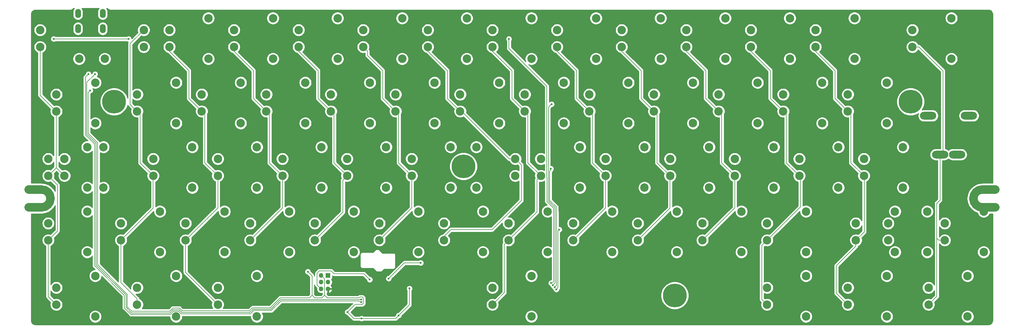
<source format=gbr>
G04 #@! TF.GenerationSoftware,KiCad,Pcbnew,(5.1.0)-1*
G04 #@! TF.CreationDate,2019-03-27T22:24:01+02:00*
G04 #@! TF.ProjectId,PROJECT,50524f4a-4543-4542-9e6b-696361645f70,rev?*
G04 #@! TF.SameCoordinates,Original*
G04 #@! TF.FileFunction,Copper,L1,Top*
G04 #@! TF.FilePolarity,Positive*
%FSLAX46Y46*%
G04 Gerber Fmt 4.6, Leading zero omitted, Abs format (unit mm)*
G04 Created by KiCad (PCBNEW (5.1.0)-1) date 2019-03-27 22:24:01*
%MOMM*%
%LPD*%
G04 APERTURE LIST*
%ADD10C,2.501900*%
%ADD11O,4.800000X2.300000*%
%ADD12O,1.700000X2.700000*%
%ADD13C,2.500000*%
%ADD14O,1.350000X1.350000*%
%ADD15R,1.350000X1.350000*%
%ADD16C,1.000000*%
%ADD17C,7.000240*%
%ADD18C,7.001300*%
%ADD19C,0.600000*%
%ADD20C,0.200000*%
%ADD21C,0.254000*%
G04 APERTURE END LIST*
D10*
X47999900Y-82751590D02*
X51799900Y-82751590D01*
X51799900Y-88053490D02*
G75*
G03X54450850Y-85402540I0J2650950D01*
G01*
X54450850Y-85402540D02*
G75*
G03X51799900Y-82751590I-2650950J0D01*
G01*
X47999900Y-88053490D02*
X51799900Y-88053490D01*
X329199900Y-88053490D02*
X333049900Y-88053490D01*
X326548950Y-85402540D02*
G75*
G02X329199900Y-82751590I2650950J0D01*
G01*
X329199900Y-88053490D02*
G75*
G02X326548950Y-85402540I0J2650950D01*
G01*
X329199900Y-82751590D02*
X332999900Y-82751590D01*
D11*
X321724320Y-72416140D03*
X316720520Y-72416140D03*
X325229520Y-60925740D03*
X313215320Y-60922640D03*
D12*
X62550000Y-35190000D03*
X69850000Y-35190000D03*
X69850000Y-30690000D03*
X62550000Y-30690000D03*
D13*
X162913100Y-101250988D03*
X162913100Y-89251012D03*
X151413100Y-97751000D03*
X151413100Y-92751000D03*
X184750360Y-111800940D03*
X184750360Y-116800940D03*
X196250360Y-108300952D03*
X196250360Y-120300928D03*
X308575000Y-35600000D03*
X308575000Y-40600000D03*
X320075000Y-32100012D03*
X320075000Y-44099988D03*
X301434300Y-92750000D03*
X301434300Y-97750000D03*
X312934300Y-89250012D03*
X312934300Y-101249988D03*
X58545290Y-73700040D03*
X58545290Y-78700040D03*
X70045290Y-70200052D03*
X70045290Y-82200028D03*
X291908100Y-92751000D03*
X291908100Y-97751000D03*
X303408100Y-89251012D03*
X303408100Y-101250988D03*
X65281140Y-82199928D03*
X65281140Y-70199952D03*
X53781140Y-78699940D03*
X53781140Y-73699940D03*
X65281140Y-82199928D03*
X65281140Y-70199952D03*
X53781140Y-78699940D03*
X53781140Y-73699940D03*
X65281600Y-101250988D03*
X65281600Y-89251012D03*
X53781600Y-97751000D03*
X53781600Y-92751000D03*
X115289140Y-82200928D03*
X115289140Y-70200952D03*
X103789140Y-78700940D03*
X103789140Y-73700940D03*
X62900000Y-44099988D03*
X51400000Y-40600000D03*
X51400000Y-35600000D03*
X70450000Y-44099988D03*
X81950000Y-35600000D03*
X81950000Y-40600000D03*
X101000000Y-44099988D03*
X101000000Y-32100012D03*
X89500000Y-40600000D03*
X89500000Y-35600000D03*
X120050000Y-44099988D03*
X120050000Y-32100012D03*
X108550000Y-40600000D03*
X108550000Y-35600000D03*
X139100000Y-44099988D03*
X139100000Y-32100012D03*
X127600000Y-40600000D03*
X127600000Y-35600000D03*
X158150000Y-44099988D03*
X158150000Y-32100012D03*
X146650000Y-40600000D03*
X146650000Y-35600000D03*
X177200000Y-44099988D03*
X177200000Y-32100012D03*
X165700000Y-40600000D03*
X165700000Y-35600000D03*
X196250000Y-44099988D03*
X196250000Y-32100012D03*
X184750000Y-40600000D03*
X184750000Y-35600000D03*
X215300000Y-44099988D03*
X215300000Y-32100012D03*
X203800000Y-40600000D03*
X203800000Y-35600000D03*
X234350000Y-44099988D03*
X234350000Y-32100012D03*
X222850000Y-40600000D03*
X222850000Y-35600000D03*
X253400000Y-44099988D03*
X253400000Y-32100012D03*
X241900000Y-40600000D03*
X241900000Y-35600000D03*
X272450000Y-44099988D03*
X272450000Y-32100012D03*
X260950000Y-40600000D03*
X260950000Y-35600000D03*
X291500000Y-44099988D03*
X291500000Y-32100012D03*
X280000000Y-40600000D03*
X280000000Y-35600000D03*
X91475000Y-63149988D03*
X91475000Y-51150012D03*
X79975000Y-59650000D03*
X79975000Y-54650000D03*
X110525000Y-63149988D03*
X110525000Y-51150012D03*
X99025000Y-59650000D03*
X99025000Y-54650000D03*
X129575000Y-63149988D03*
X129575000Y-51150012D03*
X118075000Y-59650000D03*
X118075000Y-54650000D03*
X148625000Y-63149988D03*
X148625000Y-51150012D03*
X137125000Y-59650000D03*
X137125000Y-54650000D03*
X167675000Y-63149988D03*
X167675000Y-51150012D03*
X156175000Y-59650000D03*
X156175000Y-54650000D03*
X186725000Y-63149988D03*
X186725000Y-51150012D03*
X175225000Y-59650000D03*
X175225000Y-54650000D03*
X205775000Y-63149988D03*
X205775000Y-51150012D03*
X194275000Y-59650000D03*
X194275000Y-54650000D03*
X224825000Y-63149988D03*
X224825000Y-51150012D03*
X213325000Y-59650000D03*
X213325000Y-54650000D03*
X243875000Y-63149988D03*
X243875000Y-51150012D03*
X232375000Y-59650000D03*
X232375000Y-54650000D03*
X262925000Y-63149988D03*
X262925000Y-51150012D03*
X251425000Y-59650000D03*
X251425000Y-54650000D03*
X281975000Y-63149988D03*
X281975000Y-51150012D03*
X270475000Y-59650000D03*
X270475000Y-54650000D03*
X301025000Y-63149988D03*
X301025000Y-51150012D03*
X289525000Y-59650000D03*
X289525000Y-54650000D03*
X96239140Y-82200928D03*
X96239140Y-70200952D03*
X84739140Y-78700940D03*
X84739140Y-73700940D03*
X134339140Y-82200928D03*
X134339140Y-70200952D03*
X122839140Y-78700940D03*
X122839140Y-73700940D03*
X153389140Y-82200928D03*
X153389140Y-70200952D03*
X141889140Y-78700940D03*
X141889140Y-73700940D03*
X172439140Y-82200928D03*
X172439140Y-70200952D03*
X160939140Y-78700940D03*
X160939140Y-73700940D03*
X179989140Y-70200952D03*
X179989140Y-82200928D03*
X191489140Y-73700940D03*
X191489140Y-78700940D03*
X210539140Y-82200928D03*
X210539140Y-70200952D03*
X199039140Y-78700940D03*
X199039140Y-73700940D03*
X229589140Y-82200928D03*
X229589140Y-70200952D03*
X218089140Y-78700940D03*
X218089140Y-73700940D03*
X248639140Y-82200928D03*
X248639140Y-70200952D03*
X237139140Y-78700940D03*
X237139140Y-73700940D03*
X267689140Y-82200928D03*
X267689140Y-70200952D03*
X256189140Y-78700940D03*
X256189140Y-73700940D03*
X286739140Y-82200928D03*
X286739140Y-70200952D03*
X275239140Y-78700940D03*
X275239140Y-73700940D03*
X305789140Y-82200928D03*
X305789140Y-70200952D03*
X294289140Y-78700940D03*
X294289140Y-73700940D03*
X86713100Y-101250988D03*
X86713100Y-89251012D03*
X75213100Y-97751000D03*
X75213100Y-92751000D03*
X105763100Y-101250988D03*
X105763100Y-89251012D03*
X94263100Y-97751000D03*
X94263100Y-92751000D03*
X124813100Y-101250988D03*
X124813100Y-89251012D03*
X113313100Y-97751000D03*
X113313100Y-92751000D03*
X143863100Y-101250988D03*
X143863100Y-89251012D03*
X132363100Y-97751000D03*
X132363100Y-92751000D03*
X181963100Y-101250988D03*
X181963100Y-89251012D03*
X170463100Y-97751000D03*
X170463100Y-92751000D03*
X201013100Y-101250988D03*
X201013100Y-89251012D03*
X189513100Y-97751000D03*
X189513100Y-92751000D03*
X220063100Y-101250988D03*
X220063100Y-89251012D03*
X208563100Y-97751000D03*
X208563100Y-92751000D03*
X239113100Y-101250988D03*
X239113100Y-89251012D03*
X227613100Y-97751000D03*
X227613100Y-92751000D03*
X258163100Y-101250988D03*
X258163100Y-89251012D03*
X246663100Y-97751000D03*
X246663100Y-92751000D03*
X277213100Y-101250988D03*
X277213100Y-89251012D03*
X265713100Y-97751000D03*
X265713100Y-92751000D03*
X329602100Y-101250988D03*
X329602100Y-89251012D03*
X318102100Y-97751000D03*
X318102100Y-92751000D03*
X91475360Y-120300928D03*
X91475360Y-108300952D03*
X79975360Y-116800940D03*
X79975360Y-111800940D03*
X301025360Y-120300928D03*
X301025360Y-108300952D03*
X289525360Y-116800940D03*
X289525360Y-111800940D03*
X67662500Y-63149988D03*
X67662500Y-51150012D03*
X56162500Y-59650000D03*
X56162500Y-54650000D03*
X67662860Y-120300928D03*
X67662860Y-108300952D03*
X56162860Y-116800940D03*
X56162860Y-111800940D03*
X115287860Y-120300928D03*
X115287860Y-108300952D03*
X103787860Y-116800940D03*
X103787860Y-111800940D03*
X277212860Y-120300928D03*
X277212860Y-108300952D03*
X265712860Y-116800940D03*
X265712860Y-111800940D03*
X324840560Y-120300928D03*
X324840560Y-108300952D03*
X313340560Y-116800940D03*
X313340560Y-111800940D03*
D14*
X134258300Y-112140500D03*
X136258300Y-112140500D03*
X134258300Y-110140500D03*
X136258300Y-110140500D03*
X134258300Y-108140500D03*
D15*
X136258300Y-108140500D03*
D16*
X327361422Y-87241018D03*
X329199900Y-88002540D03*
X331241935Y-88002540D03*
X331241935Y-82802540D03*
X329199900Y-82802540D03*
X327361422Y-83564062D03*
X326599900Y-85402540D03*
X49757865Y-88002540D03*
X49757865Y-82802540D03*
X53638378Y-87241018D03*
X53638378Y-83564062D03*
X51799900Y-88002540D03*
X51799900Y-82802540D03*
X54399900Y-85402540D03*
X177399900Y-78202540D03*
X174999900Y-78202540D03*
X176199900Y-78202540D03*
X174999900Y-73602540D03*
X177399900Y-73602540D03*
X176199900Y-73602540D03*
X239699900Y-116402540D03*
X237299900Y-116402540D03*
X237299900Y-111802540D03*
X239699900Y-111802540D03*
X238499900Y-116402540D03*
X238499900Y-111802540D03*
X309249900Y-54485540D03*
X306849900Y-54502540D03*
X306849900Y-59102540D03*
X309249900Y-59102540D03*
X308049900Y-59102540D03*
X308049900Y-54502540D03*
X74826246Y-58428886D03*
X71573554Y-58428886D03*
X74826246Y-55176194D03*
X71573554Y-55176194D03*
X73199900Y-59102540D03*
X75499900Y-56802540D03*
X70899900Y-56802540D03*
X73199900Y-54502540D03*
D17*
X308049900Y-56802540D03*
X238499900Y-114102540D03*
X176199900Y-75902540D03*
D18*
X73199900Y-56802540D03*
D19*
X146151600Y-120904000D03*
X157099000Y-120014992D03*
X160274000Y-112014000D03*
X141986000Y-118999000D03*
X130302000Y-107061000D03*
X66167000Y-53467000D03*
X132715000Y-113665000D03*
X151765000Y-114046000D03*
X164465000Y-117221000D03*
X164084000Y-110109000D03*
X150876000Y-99974400D03*
X142240000Y-120777000D03*
X140462000Y-110744000D03*
X140081000Y-105791000D03*
X163322000Y-120015000D03*
X66421000Y-31877000D03*
X66294000Y-29845000D03*
X68834000Y-39497000D03*
X60650000Y-42240000D03*
X63770000Y-39750000D03*
X55372000Y-38227000D03*
X189611000Y-38226000D03*
X202057000Y-110413800D03*
X77470000Y-38226000D03*
X202569149Y-111028378D03*
X202184000Y-57531000D03*
X201980800Y-76580000D03*
X203098400Y-111633000D03*
X204444600Y-94614000D03*
X203581000Y-112293400D03*
X154152600Y-109093000D03*
X163601406Y-104444800D03*
X148564600Y-109397800D03*
X146050000Y-115265200D03*
X67564000Y-48641000D03*
X146050000Y-116065300D03*
X65659000Y-48641000D03*
D20*
X146151600Y-120904000D02*
X156209992Y-120904000D01*
X156799001Y-120314991D02*
X157099000Y-120014992D01*
X156209992Y-120904000D02*
X156799001Y-120314991D01*
X143891000Y-120904000D02*
X142285999Y-119298999D01*
X146151600Y-120904000D02*
X143891000Y-120904000D01*
X142285999Y-119298999D02*
X141986000Y-118999000D01*
X135255000Y-109137200D02*
X134258300Y-108140500D01*
X131572000Y-108331000D02*
X130302000Y-107061000D01*
X131572000Y-113538000D02*
X131572000Y-114046000D01*
X131572000Y-113538000D02*
X131572000Y-108331000D01*
X132334000Y-114808000D02*
X134239000Y-114808000D01*
X131572000Y-114046000D02*
X132334000Y-114808000D01*
X135255000Y-114046000D02*
X134493000Y-114808000D01*
X134239000Y-114808000D02*
X134493000Y-114808000D01*
X135255000Y-113030000D02*
X135255000Y-114046000D01*
X135255000Y-113030000D02*
X135255000Y-109137200D01*
X135255000Y-113157000D02*
X135255000Y-113030000D01*
X144272000Y-116713000D02*
X141986000Y-118999000D01*
X146685000Y-116459000D02*
X146431000Y-116713000D01*
X136017000Y-114808000D02*
X145415000Y-114808000D01*
X135255000Y-114046000D02*
X136017000Y-114808000D01*
X145415000Y-114808000D02*
X145669000Y-114554000D01*
X146431000Y-116713000D02*
X144272000Y-116713000D01*
X145669000Y-114554000D02*
X146431000Y-114554000D01*
X146431000Y-114554000D02*
X146685000Y-114808000D01*
X146685000Y-114808000D02*
X146685000Y-116459000D01*
X160274000Y-116840000D02*
X160274000Y-112014000D01*
X157099000Y-120014992D02*
X157099008Y-120014992D01*
X157099008Y-120014992D02*
X160274000Y-116840000D01*
X66167000Y-53467000D02*
X65570021Y-54063979D01*
X65570021Y-66210123D02*
X68341409Y-68981510D01*
X65570021Y-54063979D02*
X65570021Y-66210123D01*
X68341409Y-104973313D02*
X77104409Y-113736312D01*
X68341409Y-68981510D02*
X68341409Y-104973313D01*
X77104409Y-113736312D02*
X77104409Y-117444711D01*
X77104409Y-117444711D02*
X78404698Y-118745000D01*
X89605888Y-118745000D02*
X90494888Y-117856000D01*
X78404698Y-118745000D02*
X89605888Y-118745000D01*
X90494888Y-117856000D02*
X92455833Y-117856000D01*
X92455833Y-117856000D02*
X93217833Y-118618000D01*
X113168602Y-118618000D02*
X113919000Y-117867602D01*
X93217833Y-118618000D02*
X113168602Y-118618000D01*
X113919000Y-117867602D02*
X113919000Y-117856000D01*
X113919000Y-117856000D02*
X114046000Y-117729000D01*
X114046000Y-117729000D02*
X119253000Y-117729000D01*
X119253000Y-117729000D02*
X122174000Y-114808000D01*
X130810000Y-114808000D02*
X131572000Y-114046000D01*
X122174000Y-114808000D02*
X130810000Y-114808000D01*
X189611000Y-41021000D02*
X189611000Y-38226000D01*
X200787000Y-52197000D02*
X189611000Y-41021000D01*
X200787000Y-72133460D02*
X200787000Y-52197000D01*
X202209400Y-110261400D02*
X202488800Y-110261400D01*
X202057000Y-110413800D02*
X202209400Y-110261400D01*
X202488800Y-110261400D02*
X202819000Y-109931200D01*
X202819000Y-109931200D02*
X202819000Y-88290400D01*
X202819000Y-88290400D02*
X200837800Y-86309200D01*
X200837800Y-86309200D02*
X200787000Y-72133460D01*
X77469000Y-38227000D02*
X77470000Y-38226000D01*
X55372000Y-38227000D02*
X77469000Y-38227000D01*
X203225400Y-110090498D02*
X203219008Y-110096890D01*
X203225400Y-110372127D02*
X202569149Y-111028378D01*
X203225400Y-110090498D02*
X203225400Y-110159800D01*
X203225400Y-110159800D02*
X203225400Y-110372127D01*
X201237810Y-58477190D02*
X201884001Y-57830999D01*
X201884001Y-57830999D02*
X202184000Y-57531000D01*
X201237810Y-86143512D02*
X201237810Y-58477190D01*
X203219008Y-110153408D02*
X203219008Y-88124710D01*
X203219008Y-88124710D02*
X201237810Y-86143512D01*
X203225400Y-110159800D02*
X203219008Y-110153408D01*
X203631800Y-89306400D02*
X203631800Y-111099600D01*
X201980800Y-77004264D02*
X201637820Y-77347244D01*
X203631800Y-111099600D02*
X203098400Y-111633000D01*
X201980800Y-76580000D02*
X201980800Y-77004264D01*
X201637820Y-77347244D02*
X201637820Y-85977824D01*
X201637820Y-85977824D02*
X203619016Y-87959020D01*
X203619016Y-87959020D02*
X203619016Y-89293616D01*
X203619016Y-89293616D02*
X203631800Y-89306400D01*
X203581000Y-112293400D02*
X204031810Y-111842590D01*
X204031810Y-111842590D02*
X204031810Y-95026790D01*
X204031810Y-95026790D02*
X204444600Y-94614000D01*
X51400000Y-54887500D02*
X56162500Y-59650000D01*
X51400000Y-40600000D02*
X51400000Y-54887500D01*
X56162500Y-76318580D02*
X53781140Y-78699940D01*
X56162500Y-59650000D02*
X56162500Y-76318580D01*
X56163830Y-76318580D02*
X58545290Y-78700040D01*
X56162500Y-76318580D02*
X56163830Y-76318580D01*
X53781600Y-114419680D02*
X56162860Y-116800940D01*
X53781600Y-97751000D02*
X53781600Y-114419680D01*
X56515000Y-81433800D02*
X53781140Y-78699940D01*
X53781600Y-97751000D02*
X56515000Y-95017600D01*
X56515000Y-95017600D02*
X56515000Y-81433800D01*
X75213100Y-99518766D02*
X75213100Y-97751000D01*
X75213100Y-110270914D02*
X75213100Y-99518766D01*
X79975360Y-115033174D02*
X75213100Y-110270914D01*
X79975360Y-116800940D02*
X79975360Y-115033174D01*
X79975000Y-59650000D02*
X77952600Y-57627600D01*
X77952600Y-39597400D02*
X81950000Y-35600000D01*
X77952600Y-57627600D02*
X77952600Y-39597400D01*
X80899000Y-74860800D02*
X84739140Y-78700940D01*
X79975000Y-59650000D02*
X80899000Y-60574000D01*
X80899000Y-60574000D02*
X80899000Y-74860800D01*
X84709000Y-88255100D02*
X75213100Y-97751000D01*
X84739140Y-78700940D02*
X84709000Y-78731080D01*
X84709000Y-78731080D02*
X84709000Y-88255100D01*
X103789140Y-88224960D02*
X94263100Y-97751000D01*
X103789140Y-78700940D02*
X103789140Y-88224960D01*
X94263100Y-107276180D02*
X103787860Y-116800940D01*
X94263100Y-97751000D02*
X94263100Y-107276180D01*
X99949000Y-74860800D02*
X103789140Y-78700940D01*
X99025000Y-59650000D02*
X99949000Y-60574000D01*
X99949000Y-60574000D02*
X99949000Y-74860800D01*
X97775001Y-58400001D02*
X99025000Y-59650000D01*
X95250000Y-55875000D02*
X97775001Y-58400001D01*
X95250000Y-47625000D02*
X95250000Y-55875000D01*
X89500000Y-40600000D02*
X89500000Y-41875000D01*
X89500000Y-41875000D02*
X95250000Y-47625000D01*
X113313100Y-97751000D02*
X122839140Y-88224960D01*
X122839140Y-88224960D02*
X122839140Y-78700940D01*
X118999000Y-74860800D02*
X122839140Y-78700940D01*
X118075000Y-59650000D02*
X118999000Y-60574000D01*
X118999000Y-60574000D02*
X118999000Y-74860800D01*
X116825001Y-58400001D02*
X118075000Y-59650000D01*
X114300000Y-55875000D02*
X116825001Y-58400001D01*
X114300000Y-47625000D02*
X114300000Y-55875000D01*
X108550000Y-40600000D02*
X108550000Y-41875000D01*
X108550000Y-41875000D02*
X114300000Y-47625000D01*
X138049000Y-74860800D02*
X141889140Y-78700940D01*
X137125000Y-59650000D02*
X138049000Y-60574000D01*
X138049000Y-60574000D02*
X138049000Y-74860800D01*
X135875001Y-58400001D02*
X137125000Y-59650000D01*
X133350000Y-55875000D02*
X135875001Y-58400001D01*
X133350000Y-47625000D02*
X133350000Y-55875000D01*
X127600000Y-40600000D02*
X127600000Y-41875000D01*
X127600000Y-41875000D02*
X133350000Y-47625000D01*
X140639141Y-79950939D02*
X141889140Y-78700940D01*
X140639141Y-89474959D02*
X140639141Y-79950939D01*
X132363100Y-97751000D02*
X140639141Y-89474959D01*
X160939140Y-88224960D02*
X160939140Y-78700940D01*
X151413100Y-97751000D02*
X160939140Y-88224960D01*
X157099000Y-60574000D02*
X156175000Y-59650000D01*
X160939140Y-78700940D02*
X157099000Y-74860800D01*
X157099000Y-74860800D02*
X157099000Y-60574000D01*
X147899999Y-41849999D02*
X146650000Y-40600000D01*
X147899999Y-43124999D02*
X147899999Y-41849999D01*
X152400000Y-47625000D02*
X147899999Y-43124999D01*
X156175000Y-59650000D02*
X152400000Y-55875000D01*
X152400000Y-55875000D02*
X152400000Y-47625000D01*
X163177142Y-104444800D02*
X163601406Y-104444800D01*
X158800800Y-104444800D02*
X163177142Y-104444800D01*
X154152600Y-109093000D02*
X158800800Y-104444800D01*
X189721374Y-73700940D02*
X191489140Y-73700940D01*
X175225000Y-59650000D02*
X175670434Y-59650000D01*
X175670434Y-59650000D02*
X189721374Y-73700940D01*
X173975001Y-58400001D02*
X175225000Y-59650000D01*
X171450000Y-55875000D02*
X173975001Y-58400001D01*
X171450000Y-47625000D02*
X171450000Y-55875000D01*
X165700000Y-40600000D02*
X165700000Y-41875000D01*
X165700000Y-41875000D02*
X171450000Y-47625000D01*
X191489140Y-73700940D02*
X193294000Y-75505800D01*
X193294000Y-75505800D02*
X193294000Y-85979000D01*
X184658000Y-94615000D02*
X185166000Y-94107000D01*
X172456100Y-94615000D02*
X184658000Y-94615000D01*
X170336100Y-96735000D02*
X172456100Y-94615000D01*
X193294000Y-85979000D02*
X185166000Y-94107000D01*
X186000359Y-115550941D02*
X184750360Y-116800940D01*
X188263101Y-113288199D02*
X186000359Y-115550941D01*
X188263101Y-99000999D02*
X188263101Y-113288199D01*
X189513100Y-97751000D02*
X188263101Y-99000999D01*
X195199000Y-74860800D02*
X199039140Y-78700940D01*
X194275000Y-59650000D02*
X195199000Y-60574000D01*
X195199000Y-60574000D02*
X195199000Y-74860800D01*
X193025001Y-58400001D02*
X194275000Y-59650000D01*
X190500000Y-55875000D02*
X193025001Y-58400001D01*
X190500000Y-47625000D02*
X190500000Y-55875000D01*
X184750000Y-40600000D02*
X184750000Y-41875000D01*
X184750000Y-41875000D02*
X190500000Y-47625000D01*
X197866000Y-79874080D02*
X199039140Y-78700940D01*
X197866000Y-89398100D02*
X197866000Y-79874080D01*
X189513100Y-97751000D02*
X197866000Y-89398100D01*
X218089140Y-88224960D02*
X208563100Y-97751000D01*
X218089140Y-78700940D02*
X218089140Y-88224960D01*
X214249000Y-74860800D02*
X218089140Y-78700940D01*
X213325000Y-59650000D02*
X214249000Y-60574000D01*
X214249000Y-60574000D02*
X214249000Y-74860800D01*
X212075001Y-58400001D02*
X213325000Y-59650000D01*
X209550000Y-55875000D02*
X212075001Y-58400001D01*
X209550000Y-47625000D02*
X209550000Y-55875000D01*
X203800000Y-40600000D02*
X203800000Y-41875000D01*
X203800000Y-41875000D02*
X209550000Y-47625000D01*
X231125001Y-58400001D02*
X232375000Y-59650000D01*
X228600000Y-55875000D02*
X231125001Y-58400001D01*
X228600000Y-47625000D02*
X228600000Y-55875000D01*
X222850000Y-40600000D02*
X222850000Y-41875000D01*
X222850000Y-41875000D02*
X228600000Y-47625000D01*
X233299000Y-74860800D02*
X237139140Y-78700940D01*
X232375000Y-59650000D02*
X233299000Y-60574000D01*
X233299000Y-60574000D02*
X233299000Y-74860800D01*
X237139140Y-78700940D02*
X237109000Y-78731080D01*
X237109000Y-78731080D02*
X237109000Y-88255100D01*
X227613100Y-97751000D02*
X229225100Y-96139000D01*
X237109000Y-88255100D02*
X229225100Y-96139000D01*
X229225100Y-96139000D02*
X228863099Y-96501001D01*
X256189140Y-88224960D02*
X246663100Y-97751000D01*
X256189140Y-78700940D02*
X256189140Y-88224960D01*
X252349000Y-74860800D02*
X256189140Y-78700940D01*
X251425000Y-59650000D02*
X252349000Y-60574000D01*
X252349000Y-60574000D02*
X252349000Y-74860800D01*
X250175001Y-58400001D02*
X251425000Y-59650000D01*
X247650000Y-55875000D02*
X250175001Y-58400001D01*
X247650000Y-47625000D02*
X247650000Y-55875000D01*
X241900000Y-40600000D02*
X241900000Y-41875000D01*
X241900000Y-41875000D02*
X247650000Y-47625000D01*
X264462861Y-115550941D02*
X265712860Y-116800940D01*
X264162859Y-115250939D02*
X264462861Y-115550941D01*
X264162859Y-99301241D02*
X264162859Y-115250939D01*
X265713100Y-97751000D02*
X264162859Y-99301241D01*
X273989141Y-77450941D02*
X275239140Y-78700940D01*
X271399000Y-74860800D02*
X273989141Y-77450941D01*
X270475000Y-59650000D02*
X271399000Y-60574000D01*
X271399000Y-60574000D02*
X271399000Y-74860800D01*
X275239140Y-78700940D02*
X275590000Y-79051800D01*
X275590000Y-79051800D02*
X275590000Y-87874100D01*
X269225001Y-58400001D02*
X270475000Y-59650000D01*
X266700000Y-55875000D02*
X269225001Y-58400001D01*
X266700000Y-47625000D02*
X266700000Y-55875000D01*
X260950000Y-40600000D02*
X260950000Y-41875000D01*
X260950000Y-41875000D02*
X266700000Y-47625000D01*
X265713100Y-97751000D02*
X267198100Y-96266000D01*
X275590000Y-87874100D02*
X267198100Y-96266000D01*
X267198100Y-96266000D02*
X266963099Y-96501001D01*
X291908100Y-99518766D02*
X286131000Y-105295866D01*
X291908100Y-97751000D02*
X291908100Y-99518766D01*
X286131000Y-113406580D02*
X289525360Y-116800940D01*
X286131000Y-105295866D02*
X286131000Y-113406580D01*
X290449000Y-74860800D02*
X294289140Y-78700940D01*
X289525000Y-59650000D02*
X290449000Y-60574000D01*
X290449000Y-60574000D02*
X290449000Y-74860800D01*
X288275001Y-58400001D02*
X289525000Y-59650000D01*
X285750000Y-55875000D02*
X288275001Y-58400001D01*
X285750000Y-47625000D02*
X285750000Y-55875000D01*
X280000000Y-40600000D02*
X280000000Y-41875000D01*
X280000000Y-41875000D02*
X285750000Y-47625000D01*
X294386000Y-95273100D02*
X291908100Y-97751000D01*
X294386000Y-78797800D02*
X294386000Y-95273100D01*
X294289140Y-78700940D02*
X294386000Y-78797800D01*
X315772800Y-114368700D02*
X313340560Y-116800940D01*
X315772800Y-91465400D02*
X315772800Y-114368700D01*
X316334334Y-97751000D02*
X315772800Y-97189466D01*
X318102100Y-97751000D02*
X316334334Y-97751000D01*
X315772800Y-97189466D02*
X315772800Y-91465400D01*
X316720520Y-85889480D02*
X316720520Y-72416140D01*
X315795500Y-86814500D02*
X316720520Y-85889480D01*
X315772800Y-91465400D02*
X315772800Y-86791800D01*
X315772800Y-86791800D02*
X315795500Y-86814500D01*
X317580000Y-71556660D02*
X316720520Y-72416140D01*
X317580000Y-47705000D02*
X317580000Y-71556660D01*
X308575000Y-40600000D02*
X310475000Y-40600000D01*
X310475000Y-40600000D02*
X317580000Y-47705000D01*
X148513800Y-109397800D02*
X148564600Y-109397800D01*
X146812000Y-107696000D02*
X148513800Y-109397800D01*
X133045200Y-110927400D02*
X133045200Y-107543600D01*
X134258300Y-112140500D02*
X133045200Y-110927400D01*
X133045200Y-107543600D02*
X133731000Y-106857800D01*
X133731000Y-106857800D02*
X137185400Y-106857800D01*
X137185400Y-106857800D02*
X138023600Y-107696000D01*
X138023600Y-107696000D02*
X146812000Y-107696000D01*
X67941399Y-105139001D02*
X67941399Y-69147199D01*
X90565670Y-118350916D02*
X89663586Y-119253000D01*
X92385050Y-118350916D02*
X90565670Y-118350916D01*
X65170011Y-66375811D02*
X65170011Y-51034989D01*
X76704399Y-117610399D02*
X76704399Y-113902001D01*
X122282500Y-115265200D02*
X119418689Y-118129011D01*
X67941399Y-69147199D02*
X65170011Y-66375811D01*
X146050000Y-115265200D02*
X122282500Y-115265200D01*
X89663586Y-119253000D02*
X78347000Y-119253000D01*
X119418689Y-118129011D02*
X114223289Y-118129011D01*
X65170011Y-51034989D02*
X67564000Y-48641000D01*
X114223289Y-118129011D02*
X113226300Y-119126000D01*
X76704399Y-113902001D02*
X67941399Y-105139001D01*
X113226300Y-119126000D02*
X93160134Y-119126000D01*
X78347000Y-119253000D02*
X76704399Y-117610399D01*
X93160134Y-119126000D02*
X92385050Y-118350916D01*
X145783300Y-116065300D02*
X146050000Y-116065300D01*
X145415000Y-115697000D02*
X145783300Y-116065300D01*
X122416400Y-115697000D02*
X145415000Y-115697000D01*
X114388978Y-118529022D02*
X119584378Y-118529022D01*
X89829275Y-119653011D02*
X90731359Y-118750927D01*
X76254400Y-117726100D02*
X78181311Y-119653011D01*
X67491400Y-105325400D02*
X76254400Y-114088400D01*
X67491400Y-69333600D02*
X67491400Y-105325400D01*
X76254400Y-114088400D02*
X76254400Y-117726100D01*
X90731359Y-118750927D02*
X92219361Y-118750927D01*
X92219361Y-118750927D02*
X92994445Y-119526011D01*
X78181311Y-119653011D02*
X89829275Y-119653011D01*
X119584378Y-118529022D02*
X122416400Y-115697000D01*
X92994445Y-119526011D02*
X113391989Y-119526011D01*
X113391989Y-119526011D02*
X114388978Y-118529022D01*
X64770003Y-66612203D02*
X64959800Y-66802000D01*
X64770003Y-49529997D02*
X64770003Y-66612203D01*
X65659000Y-48641000D02*
X64770003Y-49529997D01*
X64770000Y-66612200D02*
X64959800Y-66802000D01*
X64959800Y-66802000D02*
X67491400Y-69333600D01*
D21*
G36*
X61309294Y-29360986D02*
G01*
X61171401Y-29618966D01*
X61086487Y-29898889D01*
X61065000Y-30117050D01*
X61065000Y-31262949D01*
X61086487Y-31481110D01*
X61171401Y-31761033D01*
X61309294Y-32019013D01*
X61494866Y-32245134D01*
X61720986Y-32430706D01*
X61978966Y-32568599D01*
X62258889Y-32653513D01*
X62550000Y-32682185D01*
X62841110Y-32653513D01*
X63121033Y-32568599D01*
X63379013Y-32430706D01*
X63605134Y-32245134D01*
X63790706Y-32019014D01*
X63928599Y-31761034D01*
X64013513Y-31481111D01*
X64035000Y-31262950D01*
X64035000Y-30117050D01*
X64013513Y-29898889D01*
X63928599Y-29618966D01*
X63790706Y-29360986D01*
X63648362Y-29187540D01*
X68751638Y-29187540D01*
X68609294Y-29360986D01*
X68471401Y-29618966D01*
X68386487Y-29898889D01*
X68365000Y-30117050D01*
X68365000Y-31262949D01*
X68386487Y-31481110D01*
X68471401Y-31761033D01*
X68609294Y-32019013D01*
X68794866Y-32245134D01*
X69020986Y-32430706D01*
X69278966Y-32568599D01*
X69558889Y-32653513D01*
X69850000Y-32682185D01*
X70141110Y-32653513D01*
X70421033Y-32568599D01*
X70679013Y-32430706D01*
X70905134Y-32245134D01*
X71090706Y-32019014D01*
X71146646Y-31914356D01*
X99115000Y-31914356D01*
X99115000Y-32285668D01*
X99187439Y-32649846D01*
X99329534Y-32992894D01*
X99535825Y-33301630D01*
X99798382Y-33564187D01*
X100107118Y-33770478D01*
X100450166Y-33912573D01*
X100814344Y-33985012D01*
X101185656Y-33985012D01*
X101549834Y-33912573D01*
X101892882Y-33770478D01*
X102201618Y-33564187D01*
X102464175Y-33301630D01*
X102670466Y-32992894D01*
X102812561Y-32649846D01*
X102885000Y-32285668D01*
X102885000Y-31914356D01*
X118165000Y-31914356D01*
X118165000Y-32285668D01*
X118237439Y-32649846D01*
X118379534Y-32992894D01*
X118585825Y-33301630D01*
X118848382Y-33564187D01*
X119157118Y-33770478D01*
X119500166Y-33912573D01*
X119864344Y-33985012D01*
X120235656Y-33985012D01*
X120599834Y-33912573D01*
X120942882Y-33770478D01*
X121251618Y-33564187D01*
X121514175Y-33301630D01*
X121720466Y-32992894D01*
X121862561Y-32649846D01*
X121935000Y-32285668D01*
X121935000Y-31914356D01*
X137215000Y-31914356D01*
X137215000Y-32285668D01*
X137287439Y-32649846D01*
X137429534Y-32992894D01*
X137635825Y-33301630D01*
X137898382Y-33564187D01*
X138207118Y-33770478D01*
X138550166Y-33912573D01*
X138914344Y-33985012D01*
X139285656Y-33985012D01*
X139649834Y-33912573D01*
X139992882Y-33770478D01*
X140301618Y-33564187D01*
X140564175Y-33301630D01*
X140770466Y-32992894D01*
X140912561Y-32649846D01*
X140985000Y-32285668D01*
X140985000Y-31914356D01*
X156265000Y-31914356D01*
X156265000Y-32285668D01*
X156337439Y-32649846D01*
X156479534Y-32992894D01*
X156685825Y-33301630D01*
X156948382Y-33564187D01*
X157257118Y-33770478D01*
X157600166Y-33912573D01*
X157964344Y-33985012D01*
X158335656Y-33985012D01*
X158699834Y-33912573D01*
X159042882Y-33770478D01*
X159351618Y-33564187D01*
X159614175Y-33301630D01*
X159820466Y-32992894D01*
X159962561Y-32649846D01*
X160035000Y-32285668D01*
X160035000Y-31914356D01*
X175315000Y-31914356D01*
X175315000Y-32285668D01*
X175387439Y-32649846D01*
X175529534Y-32992894D01*
X175735825Y-33301630D01*
X175998382Y-33564187D01*
X176307118Y-33770478D01*
X176650166Y-33912573D01*
X177014344Y-33985012D01*
X177385656Y-33985012D01*
X177749834Y-33912573D01*
X178092882Y-33770478D01*
X178401618Y-33564187D01*
X178664175Y-33301630D01*
X178870466Y-32992894D01*
X179012561Y-32649846D01*
X179085000Y-32285668D01*
X179085000Y-31914356D01*
X194365000Y-31914356D01*
X194365000Y-32285668D01*
X194437439Y-32649846D01*
X194579534Y-32992894D01*
X194785825Y-33301630D01*
X195048382Y-33564187D01*
X195357118Y-33770478D01*
X195700166Y-33912573D01*
X196064344Y-33985012D01*
X196435656Y-33985012D01*
X196799834Y-33912573D01*
X197142882Y-33770478D01*
X197451618Y-33564187D01*
X197714175Y-33301630D01*
X197920466Y-32992894D01*
X198062561Y-32649846D01*
X198135000Y-32285668D01*
X198135000Y-31914356D01*
X213415000Y-31914356D01*
X213415000Y-32285668D01*
X213487439Y-32649846D01*
X213629534Y-32992894D01*
X213835825Y-33301630D01*
X214098382Y-33564187D01*
X214407118Y-33770478D01*
X214750166Y-33912573D01*
X215114344Y-33985012D01*
X215485656Y-33985012D01*
X215849834Y-33912573D01*
X216192882Y-33770478D01*
X216501618Y-33564187D01*
X216764175Y-33301630D01*
X216970466Y-32992894D01*
X217112561Y-32649846D01*
X217185000Y-32285668D01*
X217185000Y-31914356D01*
X232465000Y-31914356D01*
X232465000Y-32285668D01*
X232537439Y-32649846D01*
X232679534Y-32992894D01*
X232885825Y-33301630D01*
X233148382Y-33564187D01*
X233457118Y-33770478D01*
X233800166Y-33912573D01*
X234164344Y-33985012D01*
X234535656Y-33985012D01*
X234899834Y-33912573D01*
X235242882Y-33770478D01*
X235551618Y-33564187D01*
X235814175Y-33301630D01*
X236020466Y-32992894D01*
X236162561Y-32649846D01*
X236235000Y-32285668D01*
X236235000Y-31914356D01*
X251515000Y-31914356D01*
X251515000Y-32285668D01*
X251587439Y-32649846D01*
X251729534Y-32992894D01*
X251935825Y-33301630D01*
X252198382Y-33564187D01*
X252507118Y-33770478D01*
X252850166Y-33912573D01*
X253214344Y-33985012D01*
X253585656Y-33985012D01*
X253949834Y-33912573D01*
X254292882Y-33770478D01*
X254601618Y-33564187D01*
X254864175Y-33301630D01*
X255070466Y-32992894D01*
X255212561Y-32649846D01*
X255285000Y-32285668D01*
X255285000Y-31914356D01*
X270565000Y-31914356D01*
X270565000Y-32285668D01*
X270637439Y-32649846D01*
X270779534Y-32992894D01*
X270985825Y-33301630D01*
X271248382Y-33564187D01*
X271557118Y-33770478D01*
X271900166Y-33912573D01*
X272264344Y-33985012D01*
X272635656Y-33985012D01*
X272999834Y-33912573D01*
X273342882Y-33770478D01*
X273651618Y-33564187D01*
X273914175Y-33301630D01*
X274120466Y-32992894D01*
X274262561Y-32649846D01*
X274335000Y-32285668D01*
X274335000Y-31914356D01*
X289615000Y-31914356D01*
X289615000Y-32285668D01*
X289687439Y-32649846D01*
X289829534Y-32992894D01*
X290035825Y-33301630D01*
X290298382Y-33564187D01*
X290607118Y-33770478D01*
X290950166Y-33912573D01*
X291314344Y-33985012D01*
X291685656Y-33985012D01*
X292049834Y-33912573D01*
X292392882Y-33770478D01*
X292701618Y-33564187D01*
X292964175Y-33301630D01*
X293170466Y-32992894D01*
X293312561Y-32649846D01*
X293385000Y-32285668D01*
X293385000Y-31914356D01*
X318190000Y-31914356D01*
X318190000Y-32285668D01*
X318262439Y-32649846D01*
X318404534Y-32992894D01*
X318610825Y-33301630D01*
X318873382Y-33564187D01*
X319182118Y-33770478D01*
X319525166Y-33912573D01*
X319889344Y-33985012D01*
X320260656Y-33985012D01*
X320624834Y-33912573D01*
X320967882Y-33770478D01*
X321276618Y-33564187D01*
X321539175Y-33301630D01*
X321745466Y-32992894D01*
X321887561Y-32649846D01*
X321960000Y-32285668D01*
X321960000Y-31914356D01*
X321887561Y-31550178D01*
X321745466Y-31207130D01*
X321539175Y-30898394D01*
X321276618Y-30635837D01*
X320967882Y-30429546D01*
X320624834Y-30287451D01*
X320260656Y-30215012D01*
X319889344Y-30215012D01*
X319525166Y-30287451D01*
X319182118Y-30429546D01*
X318873382Y-30635837D01*
X318610825Y-30898394D01*
X318404534Y-31207130D01*
X318262439Y-31550178D01*
X318190000Y-31914356D01*
X293385000Y-31914356D01*
X293312561Y-31550178D01*
X293170466Y-31207130D01*
X292964175Y-30898394D01*
X292701618Y-30635837D01*
X292392882Y-30429546D01*
X292049834Y-30287451D01*
X291685656Y-30215012D01*
X291314344Y-30215012D01*
X290950166Y-30287451D01*
X290607118Y-30429546D01*
X290298382Y-30635837D01*
X290035825Y-30898394D01*
X289829534Y-31207130D01*
X289687439Y-31550178D01*
X289615000Y-31914356D01*
X274335000Y-31914356D01*
X274262561Y-31550178D01*
X274120466Y-31207130D01*
X273914175Y-30898394D01*
X273651618Y-30635837D01*
X273342882Y-30429546D01*
X272999834Y-30287451D01*
X272635656Y-30215012D01*
X272264344Y-30215012D01*
X271900166Y-30287451D01*
X271557118Y-30429546D01*
X271248382Y-30635837D01*
X270985825Y-30898394D01*
X270779534Y-31207130D01*
X270637439Y-31550178D01*
X270565000Y-31914356D01*
X255285000Y-31914356D01*
X255212561Y-31550178D01*
X255070466Y-31207130D01*
X254864175Y-30898394D01*
X254601618Y-30635837D01*
X254292882Y-30429546D01*
X253949834Y-30287451D01*
X253585656Y-30215012D01*
X253214344Y-30215012D01*
X252850166Y-30287451D01*
X252507118Y-30429546D01*
X252198382Y-30635837D01*
X251935825Y-30898394D01*
X251729534Y-31207130D01*
X251587439Y-31550178D01*
X251515000Y-31914356D01*
X236235000Y-31914356D01*
X236162561Y-31550178D01*
X236020466Y-31207130D01*
X235814175Y-30898394D01*
X235551618Y-30635837D01*
X235242882Y-30429546D01*
X234899834Y-30287451D01*
X234535656Y-30215012D01*
X234164344Y-30215012D01*
X233800166Y-30287451D01*
X233457118Y-30429546D01*
X233148382Y-30635837D01*
X232885825Y-30898394D01*
X232679534Y-31207130D01*
X232537439Y-31550178D01*
X232465000Y-31914356D01*
X217185000Y-31914356D01*
X217112561Y-31550178D01*
X216970466Y-31207130D01*
X216764175Y-30898394D01*
X216501618Y-30635837D01*
X216192882Y-30429546D01*
X215849834Y-30287451D01*
X215485656Y-30215012D01*
X215114344Y-30215012D01*
X214750166Y-30287451D01*
X214407118Y-30429546D01*
X214098382Y-30635837D01*
X213835825Y-30898394D01*
X213629534Y-31207130D01*
X213487439Y-31550178D01*
X213415000Y-31914356D01*
X198135000Y-31914356D01*
X198062561Y-31550178D01*
X197920466Y-31207130D01*
X197714175Y-30898394D01*
X197451618Y-30635837D01*
X197142882Y-30429546D01*
X196799834Y-30287451D01*
X196435656Y-30215012D01*
X196064344Y-30215012D01*
X195700166Y-30287451D01*
X195357118Y-30429546D01*
X195048382Y-30635837D01*
X194785825Y-30898394D01*
X194579534Y-31207130D01*
X194437439Y-31550178D01*
X194365000Y-31914356D01*
X179085000Y-31914356D01*
X179012561Y-31550178D01*
X178870466Y-31207130D01*
X178664175Y-30898394D01*
X178401618Y-30635837D01*
X178092882Y-30429546D01*
X177749834Y-30287451D01*
X177385656Y-30215012D01*
X177014344Y-30215012D01*
X176650166Y-30287451D01*
X176307118Y-30429546D01*
X175998382Y-30635837D01*
X175735825Y-30898394D01*
X175529534Y-31207130D01*
X175387439Y-31550178D01*
X175315000Y-31914356D01*
X160035000Y-31914356D01*
X159962561Y-31550178D01*
X159820466Y-31207130D01*
X159614175Y-30898394D01*
X159351618Y-30635837D01*
X159042882Y-30429546D01*
X158699834Y-30287451D01*
X158335656Y-30215012D01*
X157964344Y-30215012D01*
X157600166Y-30287451D01*
X157257118Y-30429546D01*
X156948382Y-30635837D01*
X156685825Y-30898394D01*
X156479534Y-31207130D01*
X156337439Y-31550178D01*
X156265000Y-31914356D01*
X140985000Y-31914356D01*
X140912561Y-31550178D01*
X140770466Y-31207130D01*
X140564175Y-30898394D01*
X140301618Y-30635837D01*
X139992882Y-30429546D01*
X139649834Y-30287451D01*
X139285656Y-30215012D01*
X138914344Y-30215012D01*
X138550166Y-30287451D01*
X138207118Y-30429546D01*
X137898382Y-30635837D01*
X137635825Y-30898394D01*
X137429534Y-31207130D01*
X137287439Y-31550178D01*
X137215000Y-31914356D01*
X121935000Y-31914356D01*
X121862561Y-31550178D01*
X121720466Y-31207130D01*
X121514175Y-30898394D01*
X121251618Y-30635837D01*
X120942882Y-30429546D01*
X120599834Y-30287451D01*
X120235656Y-30215012D01*
X119864344Y-30215012D01*
X119500166Y-30287451D01*
X119157118Y-30429546D01*
X118848382Y-30635837D01*
X118585825Y-30898394D01*
X118379534Y-31207130D01*
X118237439Y-31550178D01*
X118165000Y-31914356D01*
X102885000Y-31914356D01*
X102812561Y-31550178D01*
X102670466Y-31207130D01*
X102464175Y-30898394D01*
X102201618Y-30635837D01*
X101892882Y-30429546D01*
X101549834Y-30287451D01*
X101185656Y-30215012D01*
X100814344Y-30215012D01*
X100450166Y-30287451D01*
X100107118Y-30429546D01*
X99798382Y-30635837D01*
X99535825Y-30898394D01*
X99329534Y-31207130D01*
X99187439Y-31550178D01*
X99115000Y-31914356D01*
X71146646Y-31914356D01*
X71228599Y-31761034D01*
X71313513Y-31481111D01*
X71335000Y-31262950D01*
X71335000Y-30117050D01*
X71313513Y-29898889D01*
X71228599Y-29618966D01*
X71090706Y-29360986D01*
X70948362Y-29187540D01*
X71184686Y-29187540D01*
X71242731Y-29257704D01*
X71293199Y-29307820D01*
X71342990Y-29358666D01*
X71351435Y-29365652D01*
X71427056Y-29427328D01*
X71486320Y-29466704D01*
X71545032Y-29506904D01*
X71554660Y-29512110D01*
X71554663Y-29512112D01*
X71554666Y-29512113D01*
X71554673Y-29512117D01*
X71640834Y-29557929D01*
X71706637Y-29585051D01*
X71772002Y-29613066D01*
X71782472Y-29616308D01*
X71875890Y-29644513D01*
X71945676Y-29658331D01*
X72015283Y-29673126D01*
X72026184Y-29674272D01*
X72123301Y-29683794D01*
X72123306Y-29683794D01*
X72161339Y-29687540D01*
X330961512Y-29687540D01*
X331235160Y-29714372D01*
X331461468Y-29782698D01*
X331670188Y-29893677D01*
X331853378Y-30043084D01*
X332004062Y-30225228D01*
X332116492Y-30433164D01*
X332186396Y-30658987D01*
X332214901Y-30930196D01*
X332214900Y-80865640D01*
X329107251Y-80865640D01*
X329026635Y-80873580D01*
X329010466Y-80873467D01*
X328984259Y-80876036D01*
X328469718Y-80930116D01*
X328302292Y-80964484D01*
X328134369Y-80996517D01*
X328109160Y-81004128D01*
X327614924Y-81157120D01*
X327457371Y-81223350D01*
X327298863Y-81287391D01*
X327275613Y-81299754D01*
X326820504Y-81545830D01*
X326678806Y-81641407D01*
X326535766Y-81735009D01*
X326515360Y-81751652D01*
X326116715Y-82081439D01*
X325996282Y-82202716D01*
X325874141Y-82322325D01*
X325857356Y-82342615D01*
X325530360Y-82743552D01*
X325435785Y-82885900D01*
X325339196Y-83026964D01*
X325326672Y-83050128D01*
X325083780Y-83506942D01*
X325018647Y-83664966D01*
X324951305Y-83822086D01*
X324943521Y-83847235D01*
X324943518Y-83847242D01*
X324943517Y-83847249D01*
X324793981Y-84342534D01*
X324760773Y-84510243D01*
X324725241Y-84677409D01*
X324722488Y-84703598D01*
X324672001Y-85218503D01*
X324672001Y-85300903D01*
X324663103Y-85382831D01*
X324663012Y-85409164D01*
X324663077Y-85427671D01*
X324671402Y-85509612D01*
X324670827Y-85591974D01*
X324673396Y-85618181D01*
X324727476Y-86132722D01*
X324761844Y-86300148D01*
X324793877Y-86468071D01*
X324801488Y-86493280D01*
X324954480Y-86987516D01*
X325020723Y-87145101D01*
X325084752Y-87303577D01*
X325097114Y-87326828D01*
X325343190Y-87781936D01*
X325438777Y-87923650D01*
X325532369Y-88066674D01*
X325549012Y-88087080D01*
X325878799Y-88485725D01*
X326000076Y-88606158D01*
X326119685Y-88728299D01*
X326139975Y-88745084D01*
X326540912Y-89072080D01*
X326683293Y-89166678D01*
X326824325Y-89263244D01*
X326847488Y-89275768D01*
X327304302Y-89518661D01*
X327462347Y-89583802D01*
X327619446Y-89651135D01*
X327644599Y-89658920D01*
X327644603Y-89658922D01*
X327644607Y-89658923D01*
X327768765Y-89696409D01*
X327789539Y-89800846D01*
X327931634Y-90143894D01*
X328137925Y-90452630D01*
X328400482Y-90715187D01*
X328709218Y-90921478D01*
X329052266Y-91063573D01*
X329416444Y-91136012D01*
X329787756Y-91136012D01*
X330151934Y-91063573D01*
X330494982Y-90921478D01*
X330803718Y-90715187D01*
X331066275Y-90452630D01*
X331272566Y-90143894D01*
X331357254Y-89939440D01*
X332214900Y-89939440D01*
X332214901Y-121464141D01*
X332188068Y-121737802D01*
X332119743Y-121964105D01*
X332008764Y-122172828D01*
X331859358Y-122356017D01*
X331677214Y-122506699D01*
X331469277Y-122619131D01*
X331243452Y-122689036D01*
X330972253Y-122717540D01*
X50038288Y-122717540D01*
X49764638Y-122690708D01*
X49538335Y-122622383D01*
X49329612Y-122511404D01*
X49146423Y-122361998D01*
X48995741Y-122179854D01*
X48883309Y-121971917D01*
X48813404Y-121746092D01*
X48784900Y-121474893D01*
X48784900Y-120115272D01*
X65777860Y-120115272D01*
X65777860Y-120486584D01*
X65850299Y-120850762D01*
X65992394Y-121193810D01*
X66198685Y-121502546D01*
X66461242Y-121765103D01*
X66769978Y-121971394D01*
X67113026Y-122113489D01*
X67477204Y-122185928D01*
X67848516Y-122185928D01*
X68212694Y-122113489D01*
X68555742Y-121971394D01*
X68864478Y-121765103D01*
X69127035Y-121502546D01*
X69333326Y-121193810D01*
X69475421Y-120850762D01*
X69547860Y-120486584D01*
X69547860Y-120115272D01*
X69475421Y-119751094D01*
X69333326Y-119408046D01*
X69127035Y-119099310D01*
X68864478Y-118836753D01*
X68555742Y-118630462D01*
X68212694Y-118488367D01*
X67848516Y-118415928D01*
X67477204Y-118415928D01*
X67113026Y-118488367D01*
X66769978Y-118630462D01*
X66461242Y-118836753D01*
X66198685Y-119099310D01*
X65992394Y-119408046D01*
X65850299Y-119751094D01*
X65777860Y-120115272D01*
X48784900Y-120115272D01*
X48784900Y-92565344D01*
X51896600Y-92565344D01*
X51896600Y-92936656D01*
X51969039Y-93300834D01*
X52111134Y-93643882D01*
X52317425Y-93952618D01*
X52579982Y-94215175D01*
X52888718Y-94421466D01*
X53231766Y-94563561D01*
X53595944Y-94636000D01*
X53967256Y-94636000D01*
X54331434Y-94563561D01*
X54674482Y-94421466D01*
X54983218Y-94215175D01*
X55245775Y-93952618D01*
X55452066Y-93643882D01*
X55594161Y-93300834D01*
X55666600Y-92936656D01*
X55666600Y-92565344D01*
X55594161Y-92201166D01*
X55452066Y-91858118D01*
X55245775Y-91549382D01*
X54983218Y-91286825D01*
X54674482Y-91080534D01*
X54331434Y-90938439D01*
X53967256Y-90866000D01*
X53595944Y-90866000D01*
X53231766Y-90938439D01*
X52888718Y-91080534D01*
X52579982Y-91286825D01*
X52317425Y-91549382D01*
X52111134Y-91858118D01*
X51969039Y-92201166D01*
X51896600Y-92565344D01*
X48784900Y-92565344D01*
X48784900Y-89939440D01*
X51892549Y-89939440D01*
X51973165Y-89931500D01*
X51989334Y-89931613D01*
X52015541Y-89929044D01*
X52530082Y-89874964D01*
X52697508Y-89840596D01*
X52865431Y-89808563D01*
X52890640Y-89800952D01*
X53384876Y-89647960D01*
X53542461Y-89581717D01*
X53700937Y-89517688D01*
X53724188Y-89505326D01*
X54179296Y-89259250D01*
X54321010Y-89163663D01*
X54464034Y-89070071D01*
X54484440Y-89053428D01*
X54883085Y-88723641D01*
X55003518Y-88602364D01*
X55125659Y-88482755D01*
X55142444Y-88462465D01*
X55469440Y-88061528D01*
X55564038Y-87919147D01*
X55660604Y-87778115D01*
X55673128Y-87754952D01*
X55780001Y-87553955D01*
X55780000Y-94713153D01*
X54489317Y-96003836D01*
X54331434Y-95938439D01*
X53967256Y-95866000D01*
X53595944Y-95866000D01*
X53231766Y-95938439D01*
X52888718Y-96080534D01*
X52579982Y-96286825D01*
X52317425Y-96549382D01*
X52111134Y-96858118D01*
X51969039Y-97201166D01*
X51896600Y-97565344D01*
X51896600Y-97936656D01*
X51969039Y-98300834D01*
X52111134Y-98643882D01*
X52317425Y-98952618D01*
X52579982Y-99215175D01*
X52888718Y-99421466D01*
X53046600Y-99486863D01*
X53046601Y-114383565D01*
X53043044Y-114419680D01*
X53057235Y-114563765D01*
X53086455Y-114660087D01*
X53099264Y-114702313D01*
X53167514Y-114830000D01*
X53259363Y-114941918D01*
X53287408Y-114964934D01*
X54415696Y-116093223D01*
X54350299Y-116251106D01*
X54277860Y-116615284D01*
X54277860Y-116986596D01*
X54350299Y-117350774D01*
X54492394Y-117693822D01*
X54698685Y-118002558D01*
X54961242Y-118265115D01*
X55269978Y-118471406D01*
X55613026Y-118613501D01*
X55977204Y-118685940D01*
X56348516Y-118685940D01*
X56712694Y-118613501D01*
X57055742Y-118471406D01*
X57364478Y-118265115D01*
X57627035Y-118002558D01*
X57833326Y-117693822D01*
X57975421Y-117350774D01*
X58047860Y-116986596D01*
X58047860Y-116615284D01*
X57975421Y-116251106D01*
X57833326Y-115908058D01*
X57627035Y-115599322D01*
X57364478Y-115336765D01*
X57055742Y-115130474D01*
X56712694Y-114988379D01*
X56348516Y-114915940D01*
X55977204Y-114915940D01*
X55613026Y-114988379D01*
X55455143Y-115053776D01*
X54516600Y-114115234D01*
X54516600Y-112730049D01*
X54698685Y-113002558D01*
X54961242Y-113265115D01*
X55269978Y-113471406D01*
X55613026Y-113613501D01*
X55977204Y-113685940D01*
X56348516Y-113685940D01*
X56712694Y-113613501D01*
X57055742Y-113471406D01*
X57364478Y-113265115D01*
X57627035Y-113002558D01*
X57833326Y-112693822D01*
X57975421Y-112350774D01*
X58047860Y-111986596D01*
X58047860Y-111615284D01*
X57975421Y-111251106D01*
X57833326Y-110908058D01*
X57627035Y-110599322D01*
X57364478Y-110336765D01*
X57055742Y-110130474D01*
X56712694Y-109988379D01*
X56348516Y-109915940D01*
X55977204Y-109915940D01*
X55613026Y-109988379D01*
X55269978Y-110130474D01*
X54961242Y-110336765D01*
X54698685Y-110599322D01*
X54516600Y-110871831D01*
X54516600Y-99486863D01*
X54674482Y-99421466D01*
X54983218Y-99215175D01*
X55245775Y-98952618D01*
X55452066Y-98643882D01*
X55594161Y-98300834D01*
X55666600Y-97936656D01*
X55666600Y-97565344D01*
X55594161Y-97201166D01*
X55528764Y-97043283D01*
X57009197Y-95562850D01*
X57037237Y-95539838D01*
X57060250Y-95511797D01*
X57060253Y-95511794D01*
X57129086Y-95427921D01*
X57129087Y-95427920D01*
X57197337Y-95300233D01*
X57239365Y-95161685D01*
X57250000Y-95053705D01*
X57250000Y-95053696D01*
X57253555Y-95017601D01*
X57250000Y-94981506D01*
X57250000Y-81469905D01*
X57253556Y-81433800D01*
X57239365Y-81289715D01*
X57238365Y-81286420D01*
X57197337Y-81151167D01*
X57129087Y-81023480D01*
X57037238Y-80911562D01*
X57009193Y-80888546D01*
X55528304Y-79407657D01*
X55593701Y-79249774D01*
X55666140Y-78885596D01*
X55666140Y-78514284D01*
X55593701Y-78150106D01*
X55528304Y-77992223D01*
X56163165Y-77357361D01*
X56798126Y-77992323D01*
X56732729Y-78150206D01*
X56660290Y-78514384D01*
X56660290Y-78885696D01*
X56732729Y-79249874D01*
X56874824Y-79592922D01*
X57081115Y-79901658D01*
X57343672Y-80164215D01*
X57652408Y-80370506D01*
X57995456Y-80512601D01*
X58359634Y-80585040D01*
X58730946Y-80585040D01*
X59095124Y-80512601D01*
X59438172Y-80370506D01*
X59746908Y-80164215D01*
X60009465Y-79901658D01*
X60215756Y-79592922D01*
X60357851Y-79249874D01*
X60430290Y-78885696D01*
X60430290Y-78514384D01*
X60357851Y-78150206D01*
X60215756Y-77807158D01*
X60009465Y-77498422D01*
X59746908Y-77235865D01*
X59438172Y-77029574D01*
X59095124Y-76887479D01*
X58730946Y-76815040D01*
X58359634Y-76815040D01*
X57995456Y-76887479D01*
X57837573Y-76952876D01*
X56897500Y-76012804D01*
X56897500Y-74626859D01*
X57081115Y-74901658D01*
X57343672Y-75164215D01*
X57652408Y-75370506D01*
X57995456Y-75512601D01*
X58359634Y-75585040D01*
X58730946Y-75585040D01*
X59095124Y-75512601D01*
X59438172Y-75370506D01*
X59746908Y-75164215D01*
X60009465Y-74901658D01*
X60215756Y-74592922D01*
X60357851Y-74249874D01*
X60430290Y-73885696D01*
X60430290Y-73514384D01*
X60357851Y-73150206D01*
X60215756Y-72807158D01*
X60009465Y-72498422D01*
X59746908Y-72235865D01*
X59438172Y-72029574D01*
X59095124Y-71887479D01*
X58730946Y-71815040D01*
X58359634Y-71815040D01*
X57995456Y-71887479D01*
X57652408Y-72029574D01*
X57343672Y-72235865D01*
X57081115Y-72498422D01*
X56897500Y-72773221D01*
X56897500Y-61385863D01*
X57055382Y-61320466D01*
X57364118Y-61114175D01*
X57626675Y-60851618D01*
X57832966Y-60542882D01*
X57975061Y-60199834D01*
X58047500Y-59835656D01*
X58047500Y-59464344D01*
X57975061Y-59100166D01*
X57832966Y-58757118D01*
X57626675Y-58448382D01*
X57364118Y-58185825D01*
X57055382Y-57979534D01*
X56712334Y-57837439D01*
X56348156Y-57765000D01*
X55976844Y-57765000D01*
X55612666Y-57837439D01*
X55454783Y-57902836D01*
X52135000Y-54583054D01*
X52135000Y-54464344D01*
X54277500Y-54464344D01*
X54277500Y-54835656D01*
X54349939Y-55199834D01*
X54492034Y-55542882D01*
X54698325Y-55851618D01*
X54960882Y-56114175D01*
X55269618Y-56320466D01*
X55612666Y-56462561D01*
X55976844Y-56535000D01*
X56348156Y-56535000D01*
X56712334Y-56462561D01*
X57055382Y-56320466D01*
X57364118Y-56114175D01*
X57626675Y-55851618D01*
X57832966Y-55542882D01*
X57975061Y-55199834D01*
X58047500Y-54835656D01*
X58047500Y-54464344D01*
X57975061Y-54100166D01*
X57832966Y-53757118D01*
X57626675Y-53448382D01*
X57364118Y-53185825D01*
X57055382Y-52979534D01*
X56712334Y-52837439D01*
X56348156Y-52765000D01*
X55976844Y-52765000D01*
X55612666Y-52837439D01*
X55269618Y-52979534D01*
X54960882Y-53185825D01*
X54698325Y-53448382D01*
X54492034Y-53757118D01*
X54349939Y-54100166D01*
X54277500Y-54464344D01*
X52135000Y-54464344D01*
X52135000Y-43914332D01*
X61015000Y-43914332D01*
X61015000Y-44285644D01*
X61087439Y-44649822D01*
X61229534Y-44992870D01*
X61435825Y-45301606D01*
X61698382Y-45564163D01*
X62007118Y-45770454D01*
X62350166Y-45912549D01*
X62714344Y-45984988D01*
X63085656Y-45984988D01*
X63449834Y-45912549D01*
X63792882Y-45770454D01*
X64101618Y-45564163D01*
X64364175Y-45301606D01*
X64570466Y-44992870D01*
X64712561Y-44649822D01*
X64785000Y-44285644D01*
X64785000Y-43914332D01*
X68565000Y-43914332D01*
X68565000Y-44285644D01*
X68637439Y-44649822D01*
X68779534Y-44992870D01*
X68985825Y-45301606D01*
X69248382Y-45564163D01*
X69557118Y-45770454D01*
X69900166Y-45912549D01*
X70264344Y-45984988D01*
X70635656Y-45984988D01*
X70999834Y-45912549D01*
X71342882Y-45770454D01*
X71651618Y-45564163D01*
X71914175Y-45301606D01*
X72120466Y-44992870D01*
X72262561Y-44649822D01*
X72335000Y-44285644D01*
X72335000Y-43914332D01*
X72262561Y-43550154D01*
X72120466Y-43207106D01*
X71914175Y-42898370D01*
X71651618Y-42635813D01*
X71342882Y-42429522D01*
X70999834Y-42287427D01*
X70635656Y-42214988D01*
X70264344Y-42214988D01*
X69900166Y-42287427D01*
X69557118Y-42429522D01*
X69248382Y-42635813D01*
X68985825Y-42898370D01*
X68779534Y-43207106D01*
X68637439Y-43550154D01*
X68565000Y-43914332D01*
X64785000Y-43914332D01*
X64712561Y-43550154D01*
X64570466Y-43207106D01*
X64364175Y-42898370D01*
X64101618Y-42635813D01*
X63792882Y-42429522D01*
X63449834Y-42287427D01*
X63085656Y-42214988D01*
X62714344Y-42214988D01*
X62350166Y-42287427D01*
X62007118Y-42429522D01*
X61698382Y-42635813D01*
X61435825Y-42898370D01*
X61229534Y-43207106D01*
X61087439Y-43550154D01*
X61015000Y-43914332D01*
X52135000Y-43914332D01*
X52135000Y-42335863D01*
X52292882Y-42270466D01*
X52601618Y-42064175D01*
X52864175Y-41801618D01*
X53070466Y-41492882D01*
X53212561Y-41149834D01*
X53285000Y-40785656D01*
X53285000Y-40414344D01*
X53212561Y-40050166D01*
X53070466Y-39707118D01*
X52864175Y-39398382D01*
X52601618Y-39135825D01*
X52292882Y-38929534D01*
X51949834Y-38787439D01*
X51585656Y-38715000D01*
X51214344Y-38715000D01*
X50850166Y-38787439D01*
X50507118Y-38929534D01*
X50198382Y-39135825D01*
X49935825Y-39398382D01*
X49729534Y-39707118D01*
X49587439Y-40050166D01*
X49515000Y-40414344D01*
X49515000Y-40785656D01*
X49587439Y-41149834D01*
X49729534Y-41492882D01*
X49935825Y-41801618D01*
X50198382Y-42064175D01*
X50507118Y-42270466D01*
X50665000Y-42335863D01*
X50665001Y-54851385D01*
X50661444Y-54887500D01*
X50675635Y-55031585D01*
X50711749Y-55150635D01*
X50717664Y-55170133D01*
X50785914Y-55297820D01*
X50877763Y-55409738D01*
X50905808Y-55432754D01*
X54415336Y-58942283D01*
X54349939Y-59100166D01*
X54277500Y-59464344D01*
X54277500Y-59835656D01*
X54349939Y-60199834D01*
X54492034Y-60542882D01*
X54698325Y-60851618D01*
X54960882Y-61114175D01*
X55269618Y-61320466D01*
X55427500Y-61385863D01*
X55427501Y-72770982D01*
X55245315Y-72498322D01*
X54982758Y-72235765D01*
X54674022Y-72029474D01*
X54330974Y-71887379D01*
X53966796Y-71814940D01*
X53595484Y-71814940D01*
X53231306Y-71887379D01*
X52888258Y-72029474D01*
X52579522Y-72235765D01*
X52316965Y-72498322D01*
X52110674Y-72807058D01*
X51968579Y-73150106D01*
X51896140Y-73514284D01*
X51896140Y-73885596D01*
X51968579Y-74249774D01*
X52110674Y-74592822D01*
X52316965Y-74901558D01*
X52579522Y-75164115D01*
X52888258Y-75370406D01*
X53231306Y-75512501D01*
X53595484Y-75584940D01*
X53966796Y-75584940D01*
X54330974Y-75512501D01*
X54674022Y-75370406D01*
X54982758Y-75164115D01*
X55245315Y-74901558D01*
X55427501Y-74628898D01*
X55427501Y-76014132D01*
X54488857Y-76952776D01*
X54330974Y-76887379D01*
X53966796Y-76814940D01*
X53595484Y-76814940D01*
X53231306Y-76887379D01*
X52888258Y-77029474D01*
X52579522Y-77235765D01*
X52316965Y-77498322D01*
X52110674Y-77807058D01*
X51968579Y-78150106D01*
X51896140Y-78514284D01*
X51896140Y-78885596D01*
X51968579Y-79249774D01*
X52110674Y-79592822D01*
X52316965Y-79901558D01*
X52579522Y-80164115D01*
X52888258Y-80370406D01*
X53231306Y-80512501D01*
X53595484Y-80584940D01*
X53966796Y-80584940D01*
X54330974Y-80512501D01*
X54488857Y-80447104D01*
X55780001Y-81738248D01*
X55780001Y-83251351D01*
X55656610Y-83023144D01*
X55561033Y-82881446D01*
X55467431Y-82738406D01*
X55450788Y-82718000D01*
X55121001Y-82319355D01*
X54999724Y-82198922D01*
X54880115Y-82076781D01*
X54859825Y-82059996D01*
X54458888Y-81733000D01*
X54316540Y-81638425D01*
X54175476Y-81541836D01*
X54152312Y-81529312D01*
X53695498Y-81286420D01*
X53537474Y-81221287D01*
X53380354Y-81153945D01*
X53355205Y-81146161D01*
X53355198Y-81146158D01*
X53355191Y-81146157D01*
X52859906Y-80996621D01*
X52692197Y-80963413D01*
X52525031Y-80927881D01*
X52498844Y-80925128D01*
X52498842Y-80925128D01*
X51984260Y-80874673D01*
X51892549Y-80865640D01*
X48784900Y-80865640D01*
X48784900Y-38134911D01*
X54437000Y-38134911D01*
X54437000Y-38319089D01*
X54472932Y-38499729D01*
X54543414Y-38669889D01*
X54645738Y-38823028D01*
X54775972Y-38953262D01*
X54929111Y-39055586D01*
X55099271Y-39126068D01*
X55279911Y-39162000D01*
X55464089Y-39162000D01*
X55644729Y-39126068D01*
X55814889Y-39055586D01*
X55954951Y-38962000D01*
X76888546Y-38962000D01*
X77027111Y-39054586D01*
X77197271Y-39125068D01*
X77362443Y-39157923D01*
X77338514Y-39187080D01*
X77270264Y-39314767D01*
X77228235Y-39453315D01*
X77214044Y-39597400D01*
X77217601Y-39633515D01*
X77217600Y-55802237D01*
X77176620Y-55596215D01*
X76864866Y-54843575D01*
X76412269Y-54166217D01*
X75836223Y-53590171D01*
X75158865Y-53137574D01*
X74406225Y-52825820D01*
X73607226Y-52666890D01*
X72792574Y-52666890D01*
X71993575Y-52825820D01*
X71240935Y-53137574D01*
X70563577Y-53590171D01*
X69987531Y-54166217D01*
X69534934Y-54843575D01*
X69223180Y-55596215D01*
X69064250Y-56395214D01*
X69064250Y-57209866D01*
X69223180Y-58008865D01*
X69534934Y-58761505D01*
X69987531Y-59438863D01*
X70563577Y-60014909D01*
X71240935Y-60467506D01*
X71993575Y-60779260D01*
X72792574Y-60938190D01*
X73607226Y-60938190D01*
X74406225Y-60779260D01*
X75158865Y-60467506D01*
X75836223Y-60014909D01*
X76412269Y-59438863D01*
X76864866Y-58761505D01*
X77176620Y-58008865D01*
X77226766Y-57756765D01*
X77227577Y-57765000D01*
X77228235Y-57771684D01*
X77270263Y-57910232D01*
X77338513Y-58037919D01*
X77430362Y-58149837D01*
X77458408Y-58172854D01*
X78227836Y-58942283D01*
X78162439Y-59100166D01*
X78090000Y-59464344D01*
X78090000Y-59835656D01*
X78162439Y-60199834D01*
X78304534Y-60542882D01*
X78510825Y-60851618D01*
X78773382Y-61114175D01*
X79082118Y-61320466D01*
X79425166Y-61462561D01*
X79789344Y-61535000D01*
X80160656Y-61535000D01*
X80164000Y-61534335D01*
X80164001Y-74824685D01*
X80160444Y-74860800D01*
X80174635Y-75004885D01*
X80202118Y-75095481D01*
X80216664Y-75143433D01*
X80284914Y-75271120D01*
X80376763Y-75383038D01*
X80404808Y-75406054D01*
X82991976Y-77993223D01*
X82926579Y-78151106D01*
X82854140Y-78515284D01*
X82854140Y-78886596D01*
X82926579Y-79250774D01*
X83068674Y-79593822D01*
X83274965Y-79902558D01*
X83537522Y-80165115D01*
X83846258Y-80371406D01*
X83974000Y-80424318D01*
X83974001Y-87950652D01*
X75920817Y-96003836D01*
X75762934Y-95938439D01*
X75398756Y-95866000D01*
X75027444Y-95866000D01*
X74663266Y-95938439D01*
X74320218Y-96080534D01*
X74011482Y-96286825D01*
X73748925Y-96549382D01*
X73542634Y-96858118D01*
X73400539Y-97201166D01*
X73328100Y-97565344D01*
X73328100Y-97936656D01*
X73400539Y-98300834D01*
X73542634Y-98643882D01*
X73748925Y-98952618D01*
X74011482Y-99215175D01*
X74320218Y-99421466D01*
X74478100Y-99486863D01*
X74478100Y-99554870D01*
X74478101Y-99554880D01*
X74478100Y-110070557D01*
X69076409Y-104668867D01*
X69076409Y-92565344D01*
X73328100Y-92565344D01*
X73328100Y-92936656D01*
X73400539Y-93300834D01*
X73542634Y-93643882D01*
X73748925Y-93952618D01*
X74011482Y-94215175D01*
X74320218Y-94421466D01*
X74663266Y-94563561D01*
X75027444Y-94636000D01*
X75398756Y-94636000D01*
X75762934Y-94563561D01*
X76105982Y-94421466D01*
X76414718Y-94215175D01*
X76677275Y-93952618D01*
X76883566Y-93643882D01*
X77025661Y-93300834D01*
X77098100Y-92936656D01*
X77098100Y-92565344D01*
X77025661Y-92201166D01*
X76883566Y-91858118D01*
X76677275Y-91549382D01*
X76414718Y-91286825D01*
X76105982Y-91080534D01*
X75762934Y-90938439D01*
X75398756Y-90866000D01*
X75027444Y-90866000D01*
X74663266Y-90938439D01*
X74320218Y-91080534D01*
X74011482Y-91286825D01*
X73748925Y-91549382D01*
X73542634Y-91858118D01*
X73400539Y-92201166D01*
X73328100Y-92565344D01*
X69076409Y-92565344D01*
X69076409Y-83819713D01*
X69152408Y-83870494D01*
X69495456Y-84012589D01*
X69859634Y-84085028D01*
X70230946Y-84085028D01*
X70595124Y-84012589D01*
X70938172Y-83870494D01*
X71246908Y-83664203D01*
X71509465Y-83401646D01*
X71715756Y-83092910D01*
X71857851Y-82749862D01*
X71930290Y-82385684D01*
X71930290Y-82014372D01*
X71857851Y-81650194D01*
X71715756Y-81307146D01*
X71509465Y-80998410D01*
X71246908Y-80735853D01*
X70938172Y-80529562D01*
X70595124Y-80387467D01*
X70230946Y-80315028D01*
X69859634Y-80315028D01*
X69495456Y-80387467D01*
X69152408Y-80529562D01*
X69076409Y-80580343D01*
X69076409Y-71819737D01*
X69152408Y-71870518D01*
X69495456Y-72012613D01*
X69859634Y-72085052D01*
X70230946Y-72085052D01*
X70595124Y-72012613D01*
X70938172Y-71870518D01*
X71246908Y-71664227D01*
X71509465Y-71401670D01*
X71715756Y-71092934D01*
X71857851Y-70749886D01*
X71930290Y-70385708D01*
X71930290Y-70014396D01*
X71857851Y-69650218D01*
X71715756Y-69307170D01*
X71509465Y-68998434D01*
X71246908Y-68735877D01*
X70938172Y-68529586D01*
X70595124Y-68387491D01*
X70230946Y-68315052D01*
X69859634Y-68315052D01*
X69495456Y-68387491D01*
X69152408Y-68529586D01*
X68990930Y-68637482D01*
X68955496Y-68571190D01*
X68911526Y-68517613D01*
X68886662Y-68487316D01*
X68886659Y-68487313D01*
X68863646Y-68459272D01*
X68835606Y-68436260D01*
X66305021Y-65905677D01*
X66305021Y-64458302D01*
X66460882Y-64614163D01*
X66769618Y-64820454D01*
X67112666Y-64962549D01*
X67476844Y-65034988D01*
X67848156Y-65034988D01*
X68212334Y-64962549D01*
X68555382Y-64820454D01*
X68864118Y-64614163D01*
X69126675Y-64351606D01*
X69332966Y-64042870D01*
X69475061Y-63699822D01*
X69547500Y-63335644D01*
X69547500Y-62964332D01*
X69475061Y-62600154D01*
X69332966Y-62257106D01*
X69126675Y-61948370D01*
X68864118Y-61685813D01*
X68555382Y-61479522D01*
X68212334Y-61337427D01*
X67848156Y-61264988D01*
X67476844Y-61264988D01*
X67112666Y-61337427D01*
X66769618Y-61479522D01*
X66460882Y-61685813D01*
X66305021Y-61841674D01*
X66305021Y-54392863D01*
X66439729Y-54366068D01*
X66609889Y-54295586D01*
X66763028Y-54193262D01*
X66893262Y-54063028D01*
X66995586Y-53909889D01*
X67066068Y-53739729D01*
X67102000Y-53559089D01*
X67102000Y-53374911D01*
X67066068Y-53194271D01*
X66995586Y-53024111D01*
X66893928Y-52871969D01*
X67112666Y-52962573D01*
X67476844Y-53035012D01*
X67848156Y-53035012D01*
X68212334Y-52962573D01*
X68555382Y-52820478D01*
X68864118Y-52614187D01*
X69126675Y-52351630D01*
X69332966Y-52042894D01*
X69475061Y-51699846D01*
X69547500Y-51335668D01*
X69547500Y-50964356D01*
X69475061Y-50600178D01*
X69332966Y-50257130D01*
X69126675Y-49948394D01*
X68864118Y-49685837D01*
X68555382Y-49479546D01*
X68212334Y-49337451D01*
X68193571Y-49333719D01*
X68290262Y-49237028D01*
X68392586Y-49083889D01*
X68463068Y-48913729D01*
X68499000Y-48733089D01*
X68499000Y-48548911D01*
X68463068Y-48368271D01*
X68392586Y-48198111D01*
X68290262Y-48044972D01*
X68160028Y-47914738D01*
X68006889Y-47812414D01*
X67836729Y-47741932D01*
X67656089Y-47706000D01*
X67471911Y-47706000D01*
X67291271Y-47741932D01*
X67121111Y-47812414D01*
X66967972Y-47914738D01*
X66837738Y-48044972D01*
X66735414Y-48198111D01*
X66664932Y-48368271D01*
X66632069Y-48533485D01*
X66594000Y-48571553D01*
X66594000Y-48548911D01*
X66558068Y-48368271D01*
X66487586Y-48198111D01*
X66385262Y-48044972D01*
X66255028Y-47914738D01*
X66101889Y-47812414D01*
X65931729Y-47741932D01*
X65751089Y-47706000D01*
X65566911Y-47706000D01*
X65386271Y-47741932D01*
X65216111Y-47812414D01*
X65062972Y-47914738D01*
X64932738Y-48044972D01*
X64830414Y-48198111D01*
X64759932Y-48368271D01*
X64727068Y-48533485D01*
X64275811Y-48984743D01*
X64247765Y-49007760D01*
X64155916Y-49119678D01*
X64087666Y-49247365D01*
X64082313Y-49265012D01*
X64045638Y-49385912D01*
X64031447Y-49529997D01*
X64035003Y-49566102D01*
X64035004Y-66576054D01*
X64031444Y-66612200D01*
X64045635Y-66756285D01*
X64087664Y-66894833D01*
X64155914Y-67022519D01*
X64224747Y-67106393D01*
X64224750Y-67106396D01*
X64247766Y-67134441D01*
X64275811Y-67157457D01*
X65433306Y-68314952D01*
X65095484Y-68314952D01*
X64731306Y-68387391D01*
X64388258Y-68529486D01*
X64079522Y-68735777D01*
X63816965Y-68998334D01*
X63610674Y-69307070D01*
X63468579Y-69650118D01*
X63396140Y-70014296D01*
X63396140Y-70385608D01*
X63468579Y-70749786D01*
X63610674Y-71092834D01*
X63816965Y-71401570D01*
X64079522Y-71664127D01*
X64388258Y-71870418D01*
X64731306Y-72012513D01*
X65095484Y-72084952D01*
X65466796Y-72084952D01*
X65830974Y-72012513D01*
X66174022Y-71870418D01*
X66482758Y-71664127D01*
X66745315Y-71401570D01*
X66756400Y-71384980D01*
X66756400Y-81014900D01*
X66745315Y-80998310D01*
X66482758Y-80735753D01*
X66174022Y-80529462D01*
X65830974Y-80387367D01*
X65466796Y-80314928D01*
X65095484Y-80314928D01*
X64731306Y-80387367D01*
X64388258Y-80529462D01*
X64079522Y-80735753D01*
X63816965Y-80998310D01*
X63610674Y-81307046D01*
X63468579Y-81650094D01*
X63396140Y-82014272D01*
X63396140Y-82385584D01*
X63468579Y-82749762D01*
X63610674Y-83092810D01*
X63816965Y-83401546D01*
X64079522Y-83664103D01*
X64388258Y-83870394D01*
X64731306Y-84012489D01*
X65095484Y-84084928D01*
X65466796Y-84084928D01*
X65830974Y-84012489D01*
X66174022Y-83870394D01*
X66482758Y-83664103D01*
X66745315Y-83401546D01*
X66756400Y-83384956D01*
X66756401Y-88065296D01*
X66745775Y-88049394D01*
X66483218Y-87786837D01*
X66174482Y-87580546D01*
X65831434Y-87438451D01*
X65467256Y-87366012D01*
X65095944Y-87366012D01*
X64731766Y-87438451D01*
X64388718Y-87580546D01*
X64079982Y-87786837D01*
X63817425Y-88049394D01*
X63611134Y-88358130D01*
X63469039Y-88701178D01*
X63396600Y-89065356D01*
X63396600Y-89436668D01*
X63469039Y-89800846D01*
X63611134Y-90143894D01*
X63817425Y-90452630D01*
X64079982Y-90715187D01*
X64388718Y-90921478D01*
X64731766Y-91063573D01*
X65095944Y-91136012D01*
X65467256Y-91136012D01*
X65831434Y-91063573D01*
X66174482Y-90921478D01*
X66483218Y-90715187D01*
X66745775Y-90452630D01*
X66756401Y-90436728D01*
X66756401Y-100065273D01*
X66745775Y-100049370D01*
X66483218Y-99786813D01*
X66174482Y-99580522D01*
X65831434Y-99438427D01*
X65467256Y-99365988D01*
X65095944Y-99365988D01*
X64731766Y-99438427D01*
X64388718Y-99580522D01*
X64079982Y-99786813D01*
X63817425Y-100049370D01*
X63611134Y-100358106D01*
X63469039Y-100701154D01*
X63396600Y-101065332D01*
X63396600Y-101436644D01*
X63469039Y-101800822D01*
X63611134Y-102143870D01*
X63817425Y-102452606D01*
X64079982Y-102715163D01*
X64388718Y-102921454D01*
X64731766Y-103063549D01*
X65095944Y-103135988D01*
X65467256Y-103135988D01*
X65831434Y-103063549D01*
X66174482Y-102921454D01*
X66483218Y-102715163D01*
X66745775Y-102452606D01*
X66756401Y-102436703D01*
X66756401Y-105289285D01*
X66752844Y-105325400D01*
X66767035Y-105469485D01*
X66791254Y-105549321D01*
X66809064Y-105608033D01*
X66877314Y-105735720D01*
X66969163Y-105847638D01*
X66997208Y-105870654D01*
X67542506Y-106415952D01*
X67477204Y-106415952D01*
X67113026Y-106488391D01*
X66769978Y-106630486D01*
X66461242Y-106836777D01*
X66198685Y-107099334D01*
X65992394Y-107408070D01*
X65850299Y-107751118D01*
X65777860Y-108115296D01*
X65777860Y-108486608D01*
X65850299Y-108850786D01*
X65992394Y-109193834D01*
X66198685Y-109502570D01*
X66461242Y-109765127D01*
X66769978Y-109971418D01*
X67113026Y-110113513D01*
X67477204Y-110185952D01*
X67848516Y-110185952D01*
X68212694Y-110113513D01*
X68555742Y-109971418D01*
X68864478Y-109765127D01*
X69127035Y-109502570D01*
X69333326Y-109193834D01*
X69475421Y-108850786D01*
X69547860Y-108486608D01*
X69547860Y-108421306D01*
X75519400Y-114392847D01*
X75519401Y-117689985D01*
X75515844Y-117726100D01*
X75530035Y-117870185D01*
X75569441Y-118000085D01*
X75572064Y-118008733D01*
X75640314Y-118136420D01*
X75732163Y-118248338D01*
X75760208Y-118271354D01*
X77636057Y-120147204D01*
X77659073Y-120175249D01*
X77750614Y-120250375D01*
X77770991Y-120267098D01*
X77898677Y-120335348D01*
X78037226Y-120377376D01*
X78181311Y-120391567D01*
X78217416Y-120388011D01*
X89590360Y-120388011D01*
X89590360Y-120486584D01*
X89662799Y-120850762D01*
X89804894Y-121193810D01*
X90011185Y-121502546D01*
X90273742Y-121765103D01*
X90582478Y-121971394D01*
X90925526Y-122113489D01*
X91289704Y-122185928D01*
X91661016Y-122185928D01*
X92025194Y-122113489D01*
X92368242Y-121971394D01*
X92676978Y-121765103D01*
X92939535Y-121502546D01*
X93145826Y-121193810D01*
X93287921Y-120850762D01*
X93360360Y-120486584D01*
X93360360Y-120261011D01*
X113355884Y-120261011D01*
X113391989Y-120264567D01*
X113402860Y-120263496D01*
X113402860Y-120486584D01*
X113475299Y-120850762D01*
X113617394Y-121193810D01*
X113823685Y-121502546D01*
X114086242Y-121765103D01*
X114394978Y-121971394D01*
X114738026Y-122113489D01*
X115102204Y-122185928D01*
X115473516Y-122185928D01*
X115837694Y-122113489D01*
X116180742Y-121971394D01*
X116489478Y-121765103D01*
X116752035Y-121502546D01*
X116958326Y-121193810D01*
X117100421Y-120850762D01*
X117172860Y-120486584D01*
X117172860Y-120115272D01*
X117100421Y-119751094D01*
X116958326Y-119408046D01*
X116862092Y-119264022D01*
X119548273Y-119264022D01*
X119584378Y-119267578D01*
X119620483Y-119264022D01*
X119728463Y-119253387D01*
X119867011Y-119211359D01*
X119994698Y-119143109D01*
X120106616Y-119051260D01*
X120129637Y-119023209D01*
X122720847Y-116432000D01*
X143513553Y-116432000D01*
X141878485Y-118067068D01*
X141713271Y-118099932D01*
X141543111Y-118170414D01*
X141389972Y-118272738D01*
X141259738Y-118402972D01*
X141157414Y-118556111D01*
X141086932Y-118726271D01*
X141051000Y-118906911D01*
X141051000Y-119091089D01*
X141086932Y-119271729D01*
X141157414Y-119441889D01*
X141259738Y-119595028D01*
X141389972Y-119725262D01*
X141543111Y-119827586D01*
X141713271Y-119898068D01*
X141878486Y-119930932D01*
X143345746Y-121398193D01*
X143368762Y-121426238D01*
X143480680Y-121518087D01*
X143608367Y-121586337D01*
X143704886Y-121615616D01*
X143746914Y-121628365D01*
X143761132Y-121629765D01*
X143854895Y-121639000D01*
X143854902Y-121639000D01*
X143890999Y-121642555D01*
X143927096Y-121639000D01*
X145568649Y-121639000D01*
X145708711Y-121732586D01*
X145878871Y-121803068D01*
X146059511Y-121839000D01*
X146243689Y-121839000D01*
X146424329Y-121803068D01*
X146594489Y-121732586D01*
X146734551Y-121639000D01*
X156173887Y-121639000D01*
X156209992Y-121642556D01*
X156246097Y-121639000D01*
X156354077Y-121628365D01*
X156492625Y-121586337D01*
X156620312Y-121518087D01*
X156732230Y-121426238D01*
X156755250Y-121398188D01*
X157206515Y-120946923D01*
X157371729Y-120914060D01*
X157541889Y-120843578D01*
X157695028Y-120741254D01*
X157825262Y-120611020D01*
X157927586Y-120457881D01*
X157998068Y-120287721D01*
X158030930Y-120122516D01*
X158038174Y-120115272D01*
X194365360Y-120115272D01*
X194365360Y-120486584D01*
X194437799Y-120850762D01*
X194579894Y-121193810D01*
X194786185Y-121502546D01*
X195048742Y-121765103D01*
X195357478Y-121971394D01*
X195700526Y-122113489D01*
X196064704Y-122185928D01*
X196436016Y-122185928D01*
X196800194Y-122113489D01*
X197143242Y-121971394D01*
X197451978Y-121765103D01*
X197714535Y-121502546D01*
X197920826Y-121193810D01*
X198062921Y-120850762D01*
X198135360Y-120486584D01*
X198135360Y-120115272D01*
X275327860Y-120115272D01*
X275327860Y-120486584D01*
X275400299Y-120850762D01*
X275542394Y-121193810D01*
X275748685Y-121502546D01*
X276011242Y-121765103D01*
X276319978Y-121971394D01*
X276663026Y-122113489D01*
X277027204Y-122185928D01*
X277398516Y-122185928D01*
X277762694Y-122113489D01*
X278105742Y-121971394D01*
X278414478Y-121765103D01*
X278677035Y-121502546D01*
X278883326Y-121193810D01*
X279025421Y-120850762D01*
X279097860Y-120486584D01*
X279097860Y-120115272D01*
X299140360Y-120115272D01*
X299140360Y-120486584D01*
X299212799Y-120850762D01*
X299354894Y-121193810D01*
X299561185Y-121502546D01*
X299823742Y-121765103D01*
X300132478Y-121971394D01*
X300475526Y-122113489D01*
X300839704Y-122185928D01*
X301211016Y-122185928D01*
X301575194Y-122113489D01*
X301918242Y-121971394D01*
X302226978Y-121765103D01*
X302489535Y-121502546D01*
X302695826Y-121193810D01*
X302837921Y-120850762D01*
X302910360Y-120486584D01*
X302910360Y-120115272D01*
X322955560Y-120115272D01*
X322955560Y-120486584D01*
X323027999Y-120850762D01*
X323170094Y-121193810D01*
X323376385Y-121502546D01*
X323638942Y-121765103D01*
X323947678Y-121971394D01*
X324290726Y-122113489D01*
X324654904Y-122185928D01*
X325026216Y-122185928D01*
X325390394Y-122113489D01*
X325733442Y-121971394D01*
X326042178Y-121765103D01*
X326304735Y-121502546D01*
X326511026Y-121193810D01*
X326653121Y-120850762D01*
X326725560Y-120486584D01*
X326725560Y-120115272D01*
X326653121Y-119751094D01*
X326511026Y-119408046D01*
X326304735Y-119099310D01*
X326042178Y-118836753D01*
X325733442Y-118630462D01*
X325390394Y-118488367D01*
X325026216Y-118415928D01*
X324654904Y-118415928D01*
X324290726Y-118488367D01*
X323947678Y-118630462D01*
X323638942Y-118836753D01*
X323376385Y-119099310D01*
X323170094Y-119408046D01*
X323027999Y-119751094D01*
X322955560Y-120115272D01*
X302910360Y-120115272D01*
X302837921Y-119751094D01*
X302695826Y-119408046D01*
X302489535Y-119099310D01*
X302226978Y-118836753D01*
X301918242Y-118630462D01*
X301575194Y-118488367D01*
X301211016Y-118415928D01*
X300839704Y-118415928D01*
X300475526Y-118488367D01*
X300132478Y-118630462D01*
X299823742Y-118836753D01*
X299561185Y-119099310D01*
X299354894Y-119408046D01*
X299212799Y-119751094D01*
X299140360Y-120115272D01*
X279097860Y-120115272D01*
X279025421Y-119751094D01*
X278883326Y-119408046D01*
X278677035Y-119099310D01*
X278414478Y-118836753D01*
X278105742Y-118630462D01*
X277762694Y-118488367D01*
X277398516Y-118415928D01*
X277027204Y-118415928D01*
X276663026Y-118488367D01*
X276319978Y-118630462D01*
X276011242Y-118836753D01*
X275748685Y-119099310D01*
X275542394Y-119408046D01*
X275400299Y-119751094D01*
X275327860Y-120115272D01*
X198135360Y-120115272D01*
X198062921Y-119751094D01*
X197920826Y-119408046D01*
X197714535Y-119099310D01*
X197451978Y-118836753D01*
X197143242Y-118630462D01*
X196800194Y-118488367D01*
X196436016Y-118415928D01*
X196064704Y-118415928D01*
X195700526Y-118488367D01*
X195357478Y-118630462D01*
X195048742Y-118836753D01*
X194786185Y-119099310D01*
X194579894Y-119408046D01*
X194437799Y-119751094D01*
X194365360Y-120115272D01*
X158038174Y-120115272D01*
X160768197Y-117385250D01*
X160796237Y-117362238D01*
X160819250Y-117334197D01*
X160819253Y-117334194D01*
X160888087Y-117250320D01*
X160956337Y-117122634D01*
X160998365Y-116984085D01*
X161012556Y-116840000D01*
X161009000Y-116803895D01*
X161009000Y-112596951D01*
X161102586Y-112456889D01*
X161173068Y-112286729D01*
X161209000Y-112106089D01*
X161209000Y-111921911D01*
X161173068Y-111741271D01*
X161120883Y-111615284D01*
X182865360Y-111615284D01*
X182865360Y-111986596D01*
X182937799Y-112350774D01*
X183079894Y-112693822D01*
X183286185Y-113002558D01*
X183548742Y-113265115D01*
X183857478Y-113471406D01*
X184200526Y-113613501D01*
X184564704Y-113685940D01*
X184936016Y-113685940D01*
X185300194Y-113613501D01*
X185643242Y-113471406D01*
X185951978Y-113265115D01*
X186214535Y-113002558D01*
X186420826Y-112693822D01*
X186562921Y-112350774D01*
X186635360Y-111986596D01*
X186635360Y-111615284D01*
X186562921Y-111251106D01*
X186420826Y-110908058D01*
X186214535Y-110599322D01*
X185951978Y-110336765D01*
X185643242Y-110130474D01*
X185300194Y-109988379D01*
X184936016Y-109915940D01*
X184564704Y-109915940D01*
X184200526Y-109988379D01*
X183857478Y-110130474D01*
X183548742Y-110336765D01*
X183286185Y-110599322D01*
X183079894Y-110908058D01*
X182937799Y-111251106D01*
X182865360Y-111615284D01*
X161120883Y-111615284D01*
X161102586Y-111571111D01*
X161000262Y-111417972D01*
X160870028Y-111287738D01*
X160716889Y-111185414D01*
X160546729Y-111114932D01*
X160366089Y-111079000D01*
X160181911Y-111079000D01*
X160001271Y-111114932D01*
X159831111Y-111185414D01*
X159677972Y-111287738D01*
X159547738Y-111417972D01*
X159445414Y-111571111D01*
X159374932Y-111741271D01*
X159339000Y-111921911D01*
X159339000Y-112106089D01*
X159374932Y-112286729D01*
X159445414Y-112456889D01*
X159539001Y-112596952D01*
X159539000Y-116535553D01*
X156991495Y-119083058D01*
X156826271Y-119115924D01*
X156656111Y-119186406D01*
X156502972Y-119288730D01*
X156372738Y-119418964D01*
X156270414Y-119572103D01*
X156199932Y-119742263D01*
X156167069Y-119907477D01*
X155905546Y-120169000D01*
X146734551Y-120169000D01*
X146594489Y-120075414D01*
X146424329Y-120004932D01*
X146243689Y-119969000D01*
X146059511Y-119969000D01*
X145878871Y-120004932D01*
X145708711Y-120075414D01*
X145568649Y-120169000D01*
X144195447Y-120169000D01*
X143025446Y-118999000D01*
X144576447Y-117448000D01*
X146394895Y-117448000D01*
X146431000Y-117451556D01*
X146467105Y-117448000D01*
X146575085Y-117437365D01*
X146713633Y-117395337D01*
X146841320Y-117327087D01*
X146953238Y-117235238D01*
X146976259Y-117207187D01*
X147179187Y-117004259D01*
X147207238Y-116981238D01*
X147299087Y-116869320D01*
X147367337Y-116741633D01*
X147409365Y-116603085D01*
X147420000Y-116495105D01*
X147420000Y-116495096D01*
X147423555Y-116459001D01*
X147420000Y-116422906D01*
X147420000Y-114844094D01*
X147423555Y-114807999D01*
X147420000Y-114771904D01*
X147420000Y-114771895D01*
X147409365Y-114663915D01*
X147367337Y-114525367D01*
X147299087Y-114397680D01*
X147207237Y-114285762D01*
X147179192Y-114262746D01*
X146976259Y-114059813D01*
X146953238Y-114031762D01*
X146841320Y-113939913D01*
X146713633Y-113871663D01*
X146575085Y-113829635D01*
X146467105Y-113819000D01*
X146431000Y-113815444D01*
X146394895Y-113819000D01*
X145705094Y-113819000D01*
X145668999Y-113815445D01*
X145632904Y-113819000D01*
X145632895Y-113819000D01*
X145524915Y-113829635D01*
X145386367Y-113871663D01*
X145258680Y-113939913D01*
X145146762Y-114031762D01*
X145123741Y-114059813D01*
X145110554Y-114073000D01*
X136321447Y-114073000D01*
X135990000Y-113741554D01*
X135990000Y-113371335D01*
X136131300Y-113285585D01*
X136131300Y-112267500D01*
X136385300Y-112267500D01*
X136385300Y-113285585D01*
X136587701Y-113408415D01*
X136828730Y-113319789D01*
X137047837Y-113185844D01*
X137236603Y-113011727D01*
X137387773Y-112804129D01*
X137495538Y-112571028D01*
X137526210Y-112469900D01*
X137402524Y-112267500D01*
X136385300Y-112267500D01*
X136131300Y-112267500D01*
X136111300Y-112267500D01*
X136111300Y-112013500D01*
X136131300Y-112013500D01*
X136131300Y-111993500D01*
X136385300Y-111993500D01*
X136385300Y-112013500D01*
X137402524Y-112013500D01*
X137526210Y-111811100D01*
X137495538Y-111709972D01*
X137387773Y-111476871D01*
X137236603Y-111269273D01*
X137100652Y-111143872D01*
X137189092Y-111071292D01*
X137352795Y-110871818D01*
X137474438Y-110644241D01*
X137549345Y-110397305D01*
X137574638Y-110140500D01*
X137549345Y-109883695D01*
X137474438Y-109636759D01*
X137352795Y-109409182D01*
X137295669Y-109339574D01*
X137384485Y-109266685D01*
X137463837Y-109169994D01*
X137522802Y-109059680D01*
X137559112Y-108939982D01*
X137571372Y-108815500D01*
X137571372Y-108275694D01*
X137613280Y-108310087D01*
X137740967Y-108378337D01*
X137854692Y-108412835D01*
X137879515Y-108420365D01*
X138023600Y-108434556D01*
X138059705Y-108431000D01*
X146507554Y-108431000D01*
X147645283Y-109568729D01*
X147665532Y-109670529D01*
X147736014Y-109840689D01*
X147838338Y-109993828D01*
X147968572Y-110124062D01*
X148121711Y-110226386D01*
X148291871Y-110296868D01*
X148472511Y-110332800D01*
X148656689Y-110332800D01*
X148837329Y-110296868D01*
X149007489Y-110226386D01*
X149160628Y-110124062D01*
X149290862Y-109993828D01*
X149393186Y-109840689D01*
X149463668Y-109670529D01*
X149499600Y-109489889D01*
X149499600Y-109305711D01*
X149463668Y-109125071D01*
X149412240Y-109000911D01*
X153217600Y-109000911D01*
X153217600Y-109185089D01*
X153253532Y-109365729D01*
X153324014Y-109535889D01*
X153426338Y-109689028D01*
X153556572Y-109819262D01*
X153709711Y-109921586D01*
X153879871Y-109992068D01*
X154060511Y-110028000D01*
X154244689Y-110028000D01*
X154425329Y-109992068D01*
X154595489Y-109921586D01*
X154748628Y-109819262D01*
X154878862Y-109689028D01*
X154981186Y-109535889D01*
X155051668Y-109365729D01*
X155084532Y-109200514D01*
X159105247Y-105179800D01*
X163018455Y-105179800D01*
X163158517Y-105273386D01*
X163328677Y-105343868D01*
X163509317Y-105379800D01*
X163693495Y-105379800D01*
X163874135Y-105343868D01*
X164044295Y-105273386D01*
X164197434Y-105171062D01*
X164327668Y-105040828D01*
X164429992Y-104887689D01*
X164500474Y-104717529D01*
X164536406Y-104536889D01*
X164536406Y-104352711D01*
X164500474Y-104172071D01*
X164429992Y-104001911D01*
X164327668Y-103848772D01*
X164197434Y-103718538D01*
X164044295Y-103616214D01*
X163874135Y-103545732D01*
X163693495Y-103509800D01*
X163509317Y-103509800D01*
X163328677Y-103545732D01*
X163158517Y-103616214D01*
X163018455Y-103709800D01*
X158836894Y-103709800D01*
X158800799Y-103706245D01*
X158764704Y-103709800D01*
X158764695Y-103709800D01*
X158656715Y-103720435D01*
X158518167Y-103762463D01*
X158390480Y-103830713D01*
X158278562Y-103922562D01*
X158255546Y-103950607D01*
X154045086Y-108161068D01*
X153879871Y-108193932D01*
X153709711Y-108264414D01*
X153556572Y-108366738D01*
X153426338Y-108496972D01*
X153324014Y-108650111D01*
X153253532Y-108820271D01*
X153217600Y-109000911D01*
X149412240Y-109000911D01*
X149393186Y-108954911D01*
X149290862Y-108801772D01*
X149160628Y-108671538D01*
X149007489Y-108569214D01*
X148837329Y-108498732D01*
X148656689Y-108462800D01*
X148618247Y-108462800D01*
X147357258Y-107201812D01*
X147334238Y-107173762D01*
X147222320Y-107081913D01*
X147094633Y-107013663D01*
X146956085Y-106971635D01*
X146956086Y-106971635D01*
X146812000Y-106957444D01*
X146775895Y-106961000D01*
X138328047Y-106961000D01*
X137730658Y-106363612D01*
X137707638Y-106335562D01*
X137595720Y-106243713D01*
X137468033Y-106175463D01*
X137329485Y-106133435D01*
X137221505Y-106122800D01*
X137185400Y-106119244D01*
X137149295Y-106122800D01*
X133767105Y-106122800D01*
X133731000Y-106119244D01*
X133586915Y-106133435D01*
X133448366Y-106175463D01*
X133341819Y-106232414D01*
X133320680Y-106243713D01*
X133208762Y-106335562D01*
X133185746Y-106363607D01*
X132551008Y-106998346D01*
X132522963Y-107021362D01*
X132431114Y-107133280D01*
X132384056Y-107221320D01*
X132362864Y-107260967D01*
X132320835Y-107399515D01*
X132306644Y-107543600D01*
X132310201Y-107579715D01*
X132310201Y-108327402D01*
X132307000Y-108294904D01*
X132307000Y-108294895D01*
X132296365Y-108186915D01*
X132254337Y-108048367D01*
X132186087Y-107920680D01*
X132094238Y-107808762D01*
X132066193Y-107785746D01*
X131233932Y-106953485D01*
X131201068Y-106788271D01*
X131130586Y-106618111D01*
X131028262Y-106464972D01*
X130898028Y-106334738D01*
X130744889Y-106232414D01*
X130574729Y-106161932D01*
X130394089Y-106126000D01*
X130209911Y-106126000D01*
X130029271Y-106161932D01*
X129859111Y-106232414D01*
X129705972Y-106334738D01*
X129575738Y-106464972D01*
X129473414Y-106618111D01*
X129402932Y-106788271D01*
X129367000Y-106968911D01*
X129367000Y-107153089D01*
X129402932Y-107333729D01*
X129473414Y-107503889D01*
X129575738Y-107657028D01*
X129705972Y-107787262D01*
X129859111Y-107889586D01*
X130029271Y-107960068D01*
X130194485Y-107992932D01*
X130837001Y-108635448D01*
X130837000Y-113501895D01*
X130837000Y-113741553D01*
X130505554Y-114073000D01*
X122210105Y-114073000D01*
X122174000Y-114069444D01*
X122137895Y-114073000D01*
X122029915Y-114083635D01*
X121891367Y-114125663D01*
X121763680Y-114193913D01*
X121651762Y-114285762D01*
X121628747Y-114313806D01*
X118948554Y-116994000D01*
X114082096Y-116994000D01*
X114045999Y-116990445D01*
X114009902Y-116994000D01*
X114009895Y-116994000D01*
X113901915Y-117004635D01*
X113763367Y-117046663D01*
X113635680Y-117114913D01*
X113523762Y-117206762D01*
X113500741Y-117234813D01*
X113424808Y-117310746D01*
X113396763Y-117333762D01*
X113320648Y-117426507D01*
X112864156Y-117883000D01*
X105331921Y-117883000D01*
X105458326Y-117693822D01*
X105600421Y-117350774D01*
X105672860Y-116986596D01*
X105672860Y-116615284D01*
X105600421Y-116251106D01*
X105458326Y-115908058D01*
X105252035Y-115599322D01*
X104989478Y-115336765D01*
X104680742Y-115130474D01*
X104337694Y-114988379D01*
X103973516Y-114915940D01*
X103602204Y-114915940D01*
X103238026Y-114988379D01*
X103080143Y-115053776D01*
X99641651Y-111615284D01*
X101902860Y-111615284D01*
X101902860Y-111986596D01*
X101975299Y-112350774D01*
X102117394Y-112693822D01*
X102323685Y-113002558D01*
X102586242Y-113265115D01*
X102894978Y-113471406D01*
X103238026Y-113613501D01*
X103602204Y-113685940D01*
X103973516Y-113685940D01*
X104337694Y-113613501D01*
X104680742Y-113471406D01*
X104989478Y-113265115D01*
X105252035Y-113002558D01*
X105458326Y-112693822D01*
X105600421Y-112350774D01*
X105672860Y-111986596D01*
X105672860Y-111615284D01*
X105600421Y-111251106D01*
X105458326Y-110908058D01*
X105252035Y-110599322D01*
X104989478Y-110336765D01*
X104680742Y-110130474D01*
X104337694Y-109988379D01*
X103973516Y-109915940D01*
X103602204Y-109915940D01*
X103238026Y-109988379D01*
X102894978Y-110130474D01*
X102586242Y-110336765D01*
X102323685Y-110599322D01*
X102117394Y-110908058D01*
X101975299Y-111251106D01*
X101902860Y-111615284D01*
X99641651Y-111615284D01*
X96141663Y-108115296D01*
X113402860Y-108115296D01*
X113402860Y-108486608D01*
X113475299Y-108850786D01*
X113617394Y-109193834D01*
X113823685Y-109502570D01*
X114086242Y-109765127D01*
X114394978Y-109971418D01*
X114738026Y-110113513D01*
X115102204Y-110185952D01*
X115473516Y-110185952D01*
X115837694Y-110113513D01*
X116180742Y-109971418D01*
X116489478Y-109765127D01*
X116752035Y-109502570D01*
X116958326Y-109193834D01*
X117100421Y-108850786D01*
X117172860Y-108486608D01*
X117172860Y-108115296D01*
X117100421Y-107751118D01*
X116958326Y-107408070D01*
X116752035Y-107099334D01*
X116489478Y-106836777D01*
X116180742Y-106630486D01*
X115837694Y-106488391D01*
X115473516Y-106415952D01*
X115102204Y-106415952D01*
X114738026Y-106488391D01*
X114394978Y-106630486D01*
X114086242Y-106836777D01*
X113823685Y-107099334D01*
X113617394Y-107408070D01*
X113475299Y-107751118D01*
X113402860Y-108115296D01*
X96141663Y-108115296D01*
X94998100Y-106971734D01*
X94998100Y-101065332D01*
X103878100Y-101065332D01*
X103878100Y-101436644D01*
X103950539Y-101800822D01*
X104092634Y-102143870D01*
X104298925Y-102452606D01*
X104561482Y-102715163D01*
X104870218Y-102921454D01*
X105213266Y-103063549D01*
X105577444Y-103135988D01*
X105948756Y-103135988D01*
X106312934Y-103063549D01*
X106655982Y-102921454D01*
X106964718Y-102715163D01*
X107227275Y-102452606D01*
X107433566Y-102143870D01*
X107575661Y-101800822D01*
X107648100Y-101436644D01*
X107648100Y-101065332D01*
X122928100Y-101065332D01*
X122928100Y-101436644D01*
X123000539Y-101800822D01*
X123142634Y-102143870D01*
X123348925Y-102452606D01*
X123611482Y-102715163D01*
X123920218Y-102921454D01*
X124263266Y-103063549D01*
X124627444Y-103135988D01*
X124998756Y-103135988D01*
X125362934Y-103063549D01*
X125705982Y-102921454D01*
X126014718Y-102715163D01*
X126277275Y-102452606D01*
X126483566Y-102143870D01*
X126625661Y-101800822D01*
X126698100Y-101436644D01*
X126698100Y-101065332D01*
X141978100Y-101065332D01*
X141978100Y-101436644D01*
X142050539Y-101800822D01*
X142192634Y-102143870D01*
X142398925Y-102452606D01*
X142661482Y-102715163D01*
X142970218Y-102921454D01*
X143313266Y-103063549D01*
X143677444Y-103135988D01*
X144048756Y-103135988D01*
X144412934Y-103063549D01*
X144755982Y-102921454D01*
X145064718Y-102715163D01*
X145327275Y-102452606D01*
X145533566Y-102143870D01*
X145664154Y-101828600D01*
X145694400Y-101828600D01*
X145694400Y-105537000D01*
X145696840Y-105561776D01*
X145704067Y-105585601D01*
X145715803Y-105607557D01*
X145731597Y-105626803D01*
X146163397Y-106058603D01*
X146182643Y-106074397D01*
X146204599Y-106086133D01*
X146228424Y-106093360D01*
X146253200Y-106095800D01*
X149553394Y-106095800D01*
X150430597Y-106973003D01*
X150442534Y-106983529D01*
X150463604Y-106996792D01*
X150514404Y-107022192D01*
X150546424Y-107033160D01*
X150571200Y-107035600D01*
X152044400Y-107035600D01*
X152069176Y-107033160D01*
X152093001Y-107025933D01*
X152114957Y-107014197D01*
X152134203Y-106998403D01*
X152833606Y-106299000D01*
X155651200Y-106299000D01*
X155675976Y-106296560D01*
X155699801Y-106289333D01*
X155721757Y-106277597D01*
X155741003Y-106261803D01*
X156147403Y-105855403D01*
X156163197Y-105836157D01*
X156174933Y-105814201D01*
X156182160Y-105790376D01*
X156184600Y-105765600D01*
X156184600Y-101955600D01*
X156182160Y-101930824D01*
X156174933Y-101906999D01*
X156163197Y-101885043D01*
X156147403Y-101865797D01*
X155868003Y-101586397D01*
X155848757Y-101570603D01*
X155826801Y-101558867D01*
X155802976Y-101551640D01*
X155778200Y-101549200D01*
X152325606Y-101549200D01*
X151841738Y-101065332D01*
X161028100Y-101065332D01*
X161028100Y-101436644D01*
X161100539Y-101800822D01*
X161242634Y-102143870D01*
X161448925Y-102452606D01*
X161711482Y-102715163D01*
X162020218Y-102921454D01*
X162363266Y-103063549D01*
X162727444Y-103135988D01*
X163098756Y-103135988D01*
X163462934Y-103063549D01*
X163805982Y-102921454D01*
X164114718Y-102715163D01*
X164377275Y-102452606D01*
X164583566Y-102143870D01*
X164725661Y-101800822D01*
X164798100Y-101436644D01*
X164798100Y-101065332D01*
X180078100Y-101065332D01*
X180078100Y-101436644D01*
X180150539Y-101800822D01*
X180292634Y-102143870D01*
X180498925Y-102452606D01*
X180761482Y-102715163D01*
X181070218Y-102921454D01*
X181413266Y-103063549D01*
X181777444Y-103135988D01*
X182148756Y-103135988D01*
X182512934Y-103063549D01*
X182855982Y-102921454D01*
X183164718Y-102715163D01*
X183427275Y-102452606D01*
X183633566Y-102143870D01*
X183775661Y-101800822D01*
X183848100Y-101436644D01*
X183848100Y-101065332D01*
X183775661Y-100701154D01*
X183633566Y-100358106D01*
X183427275Y-100049370D01*
X183164718Y-99786813D01*
X182855982Y-99580522D01*
X182512934Y-99438427D01*
X182148756Y-99365988D01*
X181777444Y-99365988D01*
X181413266Y-99438427D01*
X181070218Y-99580522D01*
X180761482Y-99786813D01*
X180498925Y-100049370D01*
X180292634Y-100358106D01*
X180150539Y-100701154D01*
X180078100Y-101065332D01*
X164798100Y-101065332D01*
X164725661Y-100701154D01*
X164583566Y-100358106D01*
X164377275Y-100049370D01*
X164114718Y-99786813D01*
X163805982Y-99580522D01*
X163462934Y-99438427D01*
X163098756Y-99365988D01*
X162727444Y-99365988D01*
X162363266Y-99438427D01*
X162020218Y-99580522D01*
X161711482Y-99786813D01*
X161448925Y-100049370D01*
X161242634Y-100358106D01*
X161100539Y-100701154D01*
X161028100Y-101065332D01*
X151841738Y-101065332D01*
X151245203Y-100468797D01*
X151225957Y-100453003D01*
X151204001Y-100441267D01*
X151180176Y-100434040D01*
X151155400Y-100431600D01*
X150444200Y-100431600D01*
X150419424Y-100434040D01*
X150395599Y-100441267D01*
X150373643Y-100453003D01*
X150354397Y-100468797D01*
X149502594Y-101320600D01*
X146202400Y-101320600D01*
X146177624Y-101323040D01*
X146153799Y-101330267D01*
X146131843Y-101342003D01*
X146112597Y-101357797D01*
X145731597Y-101738797D01*
X145715803Y-101758043D01*
X145704067Y-101779999D01*
X145696840Y-101803824D01*
X145694400Y-101828600D01*
X145664154Y-101828600D01*
X145675661Y-101800822D01*
X145748100Y-101436644D01*
X145748100Y-101065332D01*
X145675661Y-100701154D01*
X145533566Y-100358106D01*
X145327275Y-100049370D01*
X145064718Y-99786813D01*
X144755982Y-99580522D01*
X144412934Y-99438427D01*
X144048756Y-99365988D01*
X143677444Y-99365988D01*
X143313266Y-99438427D01*
X142970218Y-99580522D01*
X142661482Y-99786813D01*
X142398925Y-100049370D01*
X142192634Y-100358106D01*
X142050539Y-100701154D01*
X141978100Y-101065332D01*
X126698100Y-101065332D01*
X126625661Y-100701154D01*
X126483566Y-100358106D01*
X126277275Y-100049370D01*
X126014718Y-99786813D01*
X125705982Y-99580522D01*
X125362934Y-99438427D01*
X124998756Y-99365988D01*
X124627444Y-99365988D01*
X124263266Y-99438427D01*
X123920218Y-99580522D01*
X123611482Y-99786813D01*
X123348925Y-100049370D01*
X123142634Y-100358106D01*
X123000539Y-100701154D01*
X122928100Y-101065332D01*
X107648100Y-101065332D01*
X107575661Y-100701154D01*
X107433566Y-100358106D01*
X107227275Y-100049370D01*
X106964718Y-99786813D01*
X106655982Y-99580522D01*
X106312934Y-99438427D01*
X105948756Y-99365988D01*
X105577444Y-99365988D01*
X105213266Y-99438427D01*
X104870218Y-99580522D01*
X104561482Y-99786813D01*
X104298925Y-100049370D01*
X104092634Y-100358106D01*
X103950539Y-100701154D01*
X103878100Y-101065332D01*
X94998100Y-101065332D01*
X94998100Y-99486863D01*
X95155982Y-99421466D01*
X95464718Y-99215175D01*
X95727275Y-98952618D01*
X95933566Y-98643882D01*
X96075661Y-98300834D01*
X96148100Y-97936656D01*
X96148100Y-97565344D01*
X96075661Y-97201166D01*
X96010264Y-97043283D01*
X100488203Y-92565344D01*
X111428100Y-92565344D01*
X111428100Y-92936656D01*
X111500539Y-93300834D01*
X111642634Y-93643882D01*
X111848925Y-93952618D01*
X112111482Y-94215175D01*
X112420218Y-94421466D01*
X112763266Y-94563561D01*
X113127444Y-94636000D01*
X113498756Y-94636000D01*
X113862934Y-94563561D01*
X114205982Y-94421466D01*
X114514718Y-94215175D01*
X114777275Y-93952618D01*
X114983566Y-93643882D01*
X115125661Y-93300834D01*
X115198100Y-92936656D01*
X115198100Y-92565344D01*
X115125661Y-92201166D01*
X114983566Y-91858118D01*
X114777275Y-91549382D01*
X114514718Y-91286825D01*
X114205982Y-91080534D01*
X113862934Y-90938439D01*
X113498756Y-90866000D01*
X113127444Y-90866000D01*
X112763266Y-90938439D01*
X112420218Y-91080534D01*
X112111482Y-91286825D01*
X111848925Y-91549382D01*
X111642634Y-91858118D01*
X111500539Y-92201166D01*
X111428100Y-92565344D01*
X100488203Y-92565344D01*
X103878100Y-89175447D01*
X103878100Y-89436668D01*
X103950539Y-89800846D01*
X104092634Y-90143894D01*
X104298925Y-90452630D01*
X104561482Y-90715187D01*
X104870218Y-90921478D01*
X105213266Y-91063573D01*
X105577444Y-91136012D01*
X105948756Y-91136012D01*
X106312934Y-91063573D01*
X106655982Y-90921478D01*
X106964718Y-90715187D01*
X107227275Y-90452630D01*
X107433566Y-90143894D01*
X107575661Y-89800846D01*
X107648100Y-89436668D01*
X107648100Y-89065356D01*
X107575661Y-88701178D01*
X107433566Y-88358130D01*
X107227275Y-88049394D01*
X106964718Y-87786837D01*
X106655982Y-87580546D01*
X106312934Y-87438451D01*
X105948756Y-87366012D01*
X105577444Y-87366012D01*
X105213266Y-87438451D01*
X104870218Y-87580546D01*
X104561482Y-87786837D01*
X104524140Y-87824179D01*
X104524140Y-82015272D01*
X113404140Y-82015272D01*
X113404140Y-82386584D01*
X113476579Y-82750762D01*
X113618674Y-83093810D01*
X113824965Y-83402546D01*
X114087522Y-83665103D01*
X114396258Y-83871394D01*
X114739306Y-84013489D01*
X115103484Y-84085928D01*
X115474796Y-84085928D01*
X115838974Y-84013489D01*
X116182022Y-83871394D01*
X116490758Y-83665103D01*
X116753315Y-83402546D01*
X116959606Y-83093810D01*
X117101701Y-82750762D01*
X117174140Y-82386584D01*
X117174140Y-82015272D01*
X117101701Y-81651094D01*
X116959606Y-81308046D01*
X116753315Y-80999310D01*
X116490758Y-80736753D01*
X116182022Y-80530462D01*
X115838974Y-80388367D01*
X115474796Y-80315928D01*
X115103484Y-80315928D01*
X114739306Y-80388367D01*
X114396258Y-80530462D01*
X114087522Y-80736753D01*
X113824965Y-80999310D01*
X113618674Y-81308046D01*
X113476579Y-81651094D01*
X113404140Y-82015272D01*
X104524140Y-82015272D01*
X104524140Y-80436803D01*
X104682022Y-80371406D01*
X104990758Y-80165115D01*
X105253315Y-79902558D01*
X105459606Y-79593822D01*
X105601701Y-79250774D01*
X105674140Y-78886596D01*
X105674140Y-78515284D01*
X105601701Y-78151106D01*
X105459606Y-77808058D01*
X105253315Y-77499322D01*
X104990758Y-77236765D01*
X104682022Y-77030474D01*
X104338974Y-76888379D01*
X103974796Y-76815940D01*
X103603484Y-76815940D01*
X103239306Y-76888379D01*
X103081423Y-76953776D01*
X100684000Y-74556354D01*
X100684000Y-73515284D01*
X101904140Y-73515284D01*
X101904140Y-73886596D01*
X101976579Y-74250774D01*
X102118674Y-74593822D01*
X102324965Y-74902558D01*
X102587522Y-75165115D01*
X102896258Y-75371406D01*
X103239306Y-75513501D01*
X103603484Y-75585940D01*
X103974796Y-75585940D01*
X104338974Y-75513501D01*
X104682022Y-75371406D01*
X104990758Y-75165115D01*
X105253315Y-74902558D01*
X105459606Y-74593822D01*
X105601701Y-74250774D01*
X105674140Y-73886596D01*
X105674140Y-73515284D01*
X105601701Y-73151106D01*
X105459606Y-72808058D01*
X105253315Y-72499322D01*
X104990758Y-72236765D01*
X104682022Y-72030474D01*
X104338974Y-71888379D01*
X103974796Y-71815940D01*
X103603484Y-71815940D01*
X103239306Y-71888379D01*
X102896258Y-72030474D01*
X102587522Y-72236765D01*
X102324965Y-72499322D01*
X102118674Y-72808058D01*
X101976579Y-73151106D01*
X101904140Y-73515284D01*
X100684000Y-73515284D01*
X100684000Y-70015296D01*
X113404140Y-70015296D01*
X113404140Y-70386608D01*
X113476579Y-70750786D01*
X113618674Y-71093834D01*
X113824965Y-71402570D01*
X114087522Y-71665127D01*
X114396258Y-71871418D01*
X114739306Y-72013513D01*
X115103484Y-72085952D01*
X115474796Y-72085952D01*
X115838974Y-72013513D01*
X116182022Y-71871418D01*
X116490758Y-71665127D01*
X116753315Y-71402570D01*
X116959606Y-71093834D01*
X117101701Y-70750786D01*
X117174140Y-70386608D01*
X117174140Y-70015296D01*
X117101701Y-69651118D01*
X116959606Y-69308070D01*
X116753315Y-68999334D01*
X116490758Y-68736777D01*
X116182022Y-68530486D01*
X115838974Y-68388391D01*
X115474796Y-68315952D01*
X115103484Y-68315952D01*
X114739306Y-68388391D01*
X114396258Y-68530486D01*
X114087522Y-68736777D01*
X113824965Y-68999334D01*
X113618674Y-69308070D01*
X113476579Y-69651118D01*
X113404140Y-70015296D01*
X100684000Y-70015296D01*
X100684000Y-62964332D01*
X108640000Y-62964332D01*
X108640000Y-63335644D01*
X108712439Y-63699822D01*
X108854534Y-64042870D01*
X109060825Y-64351606D01*
X109323382Y-64614163D01*
X109632118Y-64820454D01*
X109975166Y-64962549D01*
X110339344Y-65034988D01*
X110710656Y-65034988D01*
X111074834Y-64962549D01*
X111417882Y-64820454D01*
X111726618Y-64614163D01*
X111989175Y-64351606D01*
X112195466Y-64042870D01*
X112337561Y-63699822D01*
X112410000Y-63335644D01*
X112410000Y-62964332D01*
X112337561Y-62600154D01*
X112195466Y-62257106D01*
X111989175Y-61948370D01*
X111726618Y-61685813D01*
X111417882Y-61479522D01*
X111074834Y-61337427D01*
X110710656Y-61264988D01*
X110339344Y-61264988D01*
X109975166Y-61337427D01*
X109632118Y-61479522D01*
X109323382Y-61685813D01*
X109060825Y-61948370D01*
X108854534Y-62257106D01*
X108712439Y-62600154D01*
X108640000Y-62964332D01*
X100684000Y-62964332D01*
X100684000Y-60610094D01*
X100687555Y-60573999D01*
X100685900Y-60557198D01*
X100695466Y-60542882D01*
X100837561Y-60199834D01*
X100910000Y-59835656D01*
X100910000Y-59464344D01*
X100837561Y-59100166D01*
X100695466Y-58757118D01*
X100489175Y-58448382D01*
X100226618Y-58185825D01*
X99917882Y-57979534D01*
X99574834Y-57837439D01*
X99210656Y-57765000D01*
X98839344Y-57765000D01*
X98475166Y-57837439D01*
X98317283Y-57902836D01*
X95985000Y-55570554D01*
X95985000Y-54464344D01*
X97140000Y-54464344D01*
X97140000Y-54835656D01*
X97212439Y-55199834D01*
X97354534Y-55542882D01*
X97560825Y-55851618D01*
X97823382Y-56114175D01*
X98132118Y-56320466D01*
X98475166Y-56462561D01*
X98839344Y-56535000D01*
X99210656Y-56535000D01*
X99574834Y-56462561D01*
X99917882Y-56320466D01*
X100226618Y-56114175D01*
X100489175Y-55851618D01*
X100695466Y-55542882D01*
X100837561Y-55199834D01*
X100910000Y-54835656D01*
X100910000Y-54464344D01*
X100837561Y-54100166D01*
X100695466Y-53757118D01*
X100489175Y-53448382D01*
X100226618Y-53185825D01*
X99917882Y-52979534D01*
X99574834Y-52837439D01*
X99210656Y-52765000D01*
X98839344Y-52765000D01*
X98475166Y-52837439D01*
X98132118Y-52979534D01*
X97823382Y-53185825D01*
X97560825Y-53448382D01*
X97354534Y-53757118D01*
X97212439Y-54100166D01*
X97140000Y-54464344D01*
X95985000Y-54464344D01*
X95985000Y-50964356D01*
X108640000Y-50964356D01*
X108640000Y-51335668D01*
X108712439Y-51699846D01*
X108854534Y-52042894D01*
X109060825Y-52351630D01*
X109323382Y-52614187D01*
X109632118Y-52820478D01*
X109975166Y-52962573D01*
X110339344Y-53035012D01*
X110710656Y-53035012D01*
X111074834Y-52962573D01*
X111417882Y-52820478D01*
X111726618Y-52614187D01*
X111989175Y-52351630D01*
X112195466Y-52042894D01*
X112337561Y-51699846D01*
X112410000Y-51335668D01*
X112410000Y-50964356D01*
X112337561Y-50600178D01*
X112195466Y-50257130D01*
X111989175Y-49948394D01*
X111726618Y-49685837D01*
X111417882Y-49479546D01*
X111074834Y-49337451D01*
X110710656Y-49265012D01*
X110339344Y-49265012D01*
X109975166Y-49337451D01*
X109632118Y-49479546D01*
X109323382Y-49685837D01*
X109060825Y-49948394D01*
X108854534Y-50257130D01*
X108712439Y-50600178D01*
X108640000Y-50964356D01*
X95985000Y-50964356D01*
X95985000Y-47661105D01*
X95988556Y-47625000D01*
X95974365Y-47480914D01*
X95932337Y-47342368D01*
X95932337Y-47342367D01*
X95864087Y-47214680D01*
X95820117Y-47161103D01*
X95795253Y-47130806D01*
X95795250Y-47130803D01*
X95772237Y-47102762D01*
X95744198Y-47079751D01*
X92578779Y-43914332D01*
X99115000Y-43914332D01*
X99115000Y-44285644D01*
X99187439Y-44649822D01*
X99329534Y-44992870D01*
X99535825Y-45301606D01*
X99798382Y-45564163D01*
X100107118Y-45770454D01*
X100450166Y-45912549D01*
X100814344Y-45984988D01*
X101185656Y-45984988D01*
X101549834Y-45912549D01*
X101892882Y-45770454D01*
X102201618Y-45564163D01*
X102464175Y-45301606D01*
X102670466Y-44992870D01*
X102812561Y-44649822D01*
X102885000Y-44285644D01*
X102885000Y-43914332D01*
X102812561Y-43550154D01*
X102670466Y-43207106D01*
X102464175Y-42898370D01*
X102201618Y-42635813D01*
X101892882Y-42429522D01*
X101549834Y-42287427D01*
X101185656Y-42214988D01*
X100814344Y-42214988D01*
X100450166Y-42287427D01*
X100107118Y-42429522D01*
X99798382Y-42635813D01*
X99535825Y-42898370D01*
X99329534Y-43207106D01*
X99187439Y-43550154D01*
X99115000Y-43914332D01*
X92578779Y-43914332D01*
X90715120Y-42050673D01*
X90964175Y-41801618D01*
X91170466Y-41492882D01*
X91312561Y-41149834D01*
X91385000Y-40785656D01*
X91385000Y-40414344D01*
X106665000Y-40414344D01*
X106665000Y-40785656D01*
X106737439Y-41149834D01*
X106879534Y-41492882D01*
X107085825Y-41801618D01*
X107348382Y-42064175D01*
X107657118Y-42270466D01*
X108000166Y-42412561D01*
X108060021Y-42424467D01*
X113565000Y-47929447D01*
X113565001Y-55838885D01*
X113561444Y-55875000D01*
X113575635Y-56019085D01*
X113604481Y-56114175D01*
X113617664Y-56157633D01*
X113685914Y-56285320D01*
X113777763Y-56397238D01*
X113805808Y-56420254D01*
X116327836Y-58942283D01*
X116262439Y-59100166D01*
X116190000Y-59464344D01*
X116190000Y-59835656D01*
X116262439Y-60199834D01*
X116404534Y-60542882D01*
X116610825Y-60851618D01*
X116873382Y-61114175D01*
X117182118Y-61320466D01*
X117525166Y-61462561D01*
X117889344Y-61535000D01*
X118260656Y-61535000D01*
X118264000Y-61534335D01*
X118264001Y-74824685D01*
X118260444Y-74860800D01*
X118274635Y-75004885D01*
X118302118Y-75095481D01*
X118316664Y-75143433D01*
X118384914Y-75271120D01*
X118476763Y-75383038D01*
X118504808Y-75406054D01*
X121091976Y-77993223D01*
X121026579Y-78151106D01*
X120954140Y-78515284D01*
X120954140Y-78886596D01*
X121026579Y-79250774D01*
X121168674Y-79593822D01*
X121374965Y-79902558D01*
X121637522Y-80165115D01*
X121946258Y-80371406D01*
X122104141Y-80436803D01*
X122104140Y-87920513D01*
X114020817Y-96003836D01*
X113862934Y-95938439D01*
X113498756Y-95866000D01*
X113127444Y-95866000D01*
X112763266Y-95938439D01*
X112420218Y-96080534D01*
X112111482Y-96286825D01*
X111848925Y-96549382D01*
X111642634Y-96858118D01*
X111500539Y-97201166D01*
X111428100Y-97565344D01*
X111428100Y-97936656D01*
X111500539Y-98300834D01*
X111642634Y-98643882D01*
X111848925Y-98952618D01*
X112111482Y-99215175D01*
X112420218Y-99421466D01*
X112763266Y-99563561D01*
X113127444Y-99636000D01*
X113498756Y-99636000D01*
X113862934Y-99563561D01*
X114205982Y-99421466D01*
X114514718Y-99215175D01*
X114777275Y-98952618D01*
X114983566Y-98643882D01*
X115125661Y-98300834D01*
X115198100Y-97936656D01*
X115198100Y-97565344D01*
X115125661Y-97201166D01*
X115060264Y-97043283D01*
X119538203Y-92565344D01*
X130478100Y-92565344D01*
X130478100Y-92936656D01*
X130550539Y-93300834D01*
X130692634Y-93643882D01*
X130898925Y-93952618D01*
X131161482Y-94215175D01*
X131470218Y-94421466D01*
X131813266Y-94563561D01*
X132177444Y-94636000D01*
X132548756Y-94636000D01*
X132912934Y-94563561D01*
X133255982Y-94421466D01*
X133564718Y-94215175D01*
X133827275Y-93952618D01*
X134033566Y-93643882D01*
X134175661Y-93300834D01*
X134248100Y-92936656D01*
X134248100Y-92565344D01*
X134175661Y-92201166D01*
X134033566Y-91858118D01*
X133827275Y-91549382D01*
X133564718Y-91286825D01*
X133255982Y-91080534D01*
X132912934Y-90938439D01*
X132548756Y-90866000D01*
X132177444Y-90866000D01*
X131813266Y-90938439D01*
X131470218Y-91080534D01*
X131161482Y-91286825D01*
X130898925Y-91549382D01*
X130692634Y-91858118D01*
X130550539Y-92201166D01*
X130478100Y-92565344D01*
X119538203Y-92565344D01*
X122928100Y-89175447D01*
X122928100Y-89436668D01*
X123000539Y-89800846D01*
X123142634Y-90143894D01*
X123348925Y-90452630D01*
X123611482Y-90715187D01*
X123920218Y-90921478D01*
X124263266Y-91063573D01*
X124627444Y-91136012D01*
X124998756Y-91136012D01*
X125362934Y-91063573D01*
X125705982Y-90921478D01*
X126014718Y-90715187D01*
X126277275Y-90452630D01*
X126483566Y-90143894D01*
X126625661Y-89800846D01*
X126698100Y-89436668D01*
X126698100Y-89065356D01*
X126625661Y-88701178D01*
X126483566Y-88358130D01*
X126277275Y-88049394D01*
X126014718Y-87786837D01*
X125705982Y-87580546D01*
X125362934Y-87438451D01*
X124998756Y-87366012D01*
X124627444Y-87366012D01*
X124263266Y-87438451D01*
X123920218Y-87580546D01*
X123611482Y-87786837D01*
X123574140Y-87824179D01*
X123574140Y-82015272D01*
X132454140Y-82015272D01*
X132454140Y-82386584D01*
X132526579Y-82750762D01*
X132668674Y-83093810D01*
X132874965Y-83402546D01*
X133137522Y-83665103D01*
X133446258Y-83871394D01*
X133789306Y-84013489D01*
X134153484Y-84085928D01*
X134524796Y-84085928D01*
X134888974Y-84013489D01*
X135232022Y-83871394D01*
X135540758Y-83665103D01*
X135803315Y-83402546D01*
X136009606Y-83093810D01*
X136151701Y-82750762D01*
X136224140Y-82386584D01*
X136224140Y-82015272D01*
X136151701Y-81651094D01*
X136009606Y-81308046D01*
X135803315Y-80999310D01*
X135540758Y-80736753D01*
X135232022Y-80530462D01*
X134888974Y-80388367D01*
X134524796Y-80315928D01*
X134153484Y-80315928D01*
X133789306Y-80388367D01*
X133446258Y-80530462D01*
X133137522Y-80736753D01*
X132874965Y-80999310D01*
X132668674Y-81308046D01*
X132526579Y-81651094D01*
X132454140Y-82015272D01*
X123574140Y-82015272D01*
X123574140Y-80436803D01*
X123732022Y-80371406D01*
X124040758Y-80165115D01*
X124303315Y-79902558D01*
X124509606Y-79593822D01*
X124651701Y-79250774D01*
X124724140Y-78886596D01*
X124724140Y-78515284D01*
X124651701Y-78151106D01*
X124509606Y-77808058D01*
X124303315Y-77499322D01*
X124040758Y-77236765D01*
X123732022Y-77030474D01*
X123388974Y-76888379D01*
X123024796Y-76815940D01*
X122653484Y-76815940D01*
X122289306Y-76888379D01*
X122131423Y-76953776D01*
X119734000Y-74556354D01*
X119734000Y-73515284D01*
X120954140Y-73515284D01*
X120954140Y-73886596D01*
X121026579Y-74250774D01*
X121168674Y-74593822D01*
X121374965Y-74902558D01*
X121637522Y-75165115D01*
X121946258Y-75371406D01*
X122289306Y-75513501D01*
X122653484Y-75585940D01*
X123024796Y-75585940D01*
X123388974Y-75513501D01*
X123732022Y-75371406D01*
X124040758Y-75165115D01*
X124303315Y-74902558D01*
X124509606Y-74593822D01*
X124651701Y-74250774D01*
X124724140Y-73886596D01*
X124724140Y-73515284D01*
X124651701Y-73151106D01*
X124509606Y-72808058D01*
X124303315Y-72499322D01*
X124040758Y-72236765D01*
X123732022Y-72030474D01*
X123388974Y-71888379D01*
X123024796Y-71815940D01*
X122653484Y-71815940D01*
X122289306Y-71888379D01*
X121946258Y-72030474D01*
X121637522Y-72236765D01*
X121374965Y-72499322D01*
X121168674Y-72808058D01*
X121026579Y-73151106D01*
X120954140Y-73515284D01*
X119734000Y-73515284D01*
X119734000Y-70015296D01*
X132454140Y-70015296D01*
X132454140Y-70386608D01*
X132526579Y-70750786D01*
X132668674Y-71093834D01*
X132874965Y-71402570D01*
X133137522Y-71665127D01*
X133446258Y-71871418D01*
X133789306Y-72013513D01*
X134153484Y-72085952D01*
X134524796Y-72085952D01*
X134888974Y-72013513D01*
X135232022Y-71871418D01*
X135540758Y-71665127D01*
X135803315Y-71402570D01*
X136009606Y-71093834D01*
X136151701Y-70750786D01*
X136224140Y-70386608D01*
X136224140Y-70015296D01*
X136151701Y-69651118D01*
X136009606Y-69308070D01*
X135803315Y-68999334D01*
X135540758Y-68736777D01*
X135232022Y-68530486D01*
X134888974Y-68388391D01*
X134524796Y-68315952D01*
X134153484Y-68315952D01*
X133789306Y-68388391D01*
X133446258Y-68530486D01*
X133137522Y-68736777D01*
X132874965Y-68999334D01*
X132668674Y-69308070D01*
X132526579Y-69651118D01*
X132454140Y-70015296D01*
X119734000Y-70015296D01*
X119734000Y-62964332D01*
X127690000Y-62964332D01*
X127690000Y-63335644D01*
X127762439Y-63699822D01*
X127904534Y-64042870D01*
X128110825Y-64351606D01*
X128373382Y-64614163D01*
X128682118Y-64820454D01*
X129025166Y-64962549D01*
X129389344Y-65034988D01*
X129760656Y-65034988D01*
X130124834Y-64962549D01*
X130467882Y-64820454D01*
X130776618Y-64614163D01*
X131039175Y-64351606D01*
X131245466Y-64042870D01*
X131387561Y-63699822D01*
X131460000Y-63335644D01*
X131460000Y-62964332D01*
X131387561Y-62600154D01*
X131245466Y-62257106D01*
X131039175Y-61948370D01*
X130776618Y-61685813D01*
X130467882Y-61479522D01*
X130124834Y-61337427D01*
X129760656Y-61264988D01*
X129389344Y-61264988D01*
X129025166Y-61337427D01*
X128682118Y-61479522D01*
X128373382Y-61685813D01*
X128110825Y-61948370D01*
X127904534Y-62257106D01*
X127762439Y-62600154D01*
X127690000Y-62964332D01*
X119734000Y-62964332D01*
X119734000Y-60610094D01*
X119737555Y-60573999D01*
X119735900Y-60557198D01*
X119745466Y-60542882D01*
X119887561Y-60199834D01*
X119960000Y-59835656D01*
X119960000Y-59464344D01*
X119887561Y-59100166D01*
X119745466Y-58757118D01*
X119539175Y-58448382D01*
X119276618Y-58185825D01*
X118967882Y-57979534D01*
X118624834Y-57837439D01*
X118260656Y-57765000D01*
X117889344Y-57765000D01*
X117525166Y-57837439D01*
X117367283Y-57902836D01*
X115035000Y-55570554D01*
X115035000Y-54464344D01*
X116190000Y-54464344D01*
X116190000Y-54835656D01*
X116262439Y-55199834D01*
X116404534Y-55542882D01*
X116610825Y-55851618D01*
X116873382Y-56114175D01*
X117182118Y-56320466D01*
X117525166Y-56462561D01*
X117889344Y-56535000D01*
X118260656Y-56535000D01*
X118624834Y-56462561D01*
X118967882Y-56320466D01*
X119276618Y-56114175D01*
X119539175Y-55851618D01*
X119745466Y-55542882D01*
X119887561Y-55199834D01*
X119960000Y-54835656D01*
X119960000Y-54464344D01*
X119887561Y-54100166D01*
X119745466Y-53757118D01*
X119539175Y-53448382D01*
X119276618Y-53185825D01*
X118967882Y-52979534D01*
X118624834Y-52837439D01*
X118260656Y-52765000D01*
X117889344Y-52765000D01*
X117525166Y-52837439D01*
X117182118Y-52979534D01*
X116873382Y-53185825D01*
X116610825Y-53448382D01*
X116404534Y-53757118D01*
X116262439Y-54100166D01*
X116190000Y-54464344D01*
X115035000Y-54464344D01*
X115035000Y-50964356D01*
X127690000Y-50964356D01*
X127690000Y-51335668D01*
X127762439Y-51699846D01*
X127904534Y-52042894D01*
X128110825Y-52351630D01*
X128373382Y-52614187D01*
X128682118Y-52820478D01*
X129025166Y-52962573D01*
X129389344Y-53035012D01*
X129760656Y-53035012D01*
X130124834Y-52962573D01*
X130467882Y-52820478D01*
X130776618Y-52614187D01*
X131039175Y-52351630D01*
X131245466Y-52042894D01*
X131387561Y-51699846D01*
X131460000Y-51335668D01*
X131460000Y-50964356D01*
X131387561Y-50600178D01*
X131245466Y-50257130D01*
X131039175Y-49948394D01*
X130776618Y-49685837D01*
X130467882Y-49479546D01*
X130124834Y-49337451D01*
X129760656Y-49265012D01*
X129389344Y-49265012D01*
X129025166Y-49337451D01*
X128682118Y-49479546D01*
X128373382Y-49685837D01*
X128110825Y-49948394D01*
X127904534Y-50257130D01*
X127762439Y-50600178D01*
X127690000Y-50964356D01*
X115035000Y-50964356D01*
X115035000Y-47661105D01*
X115038556Y-47625000D01*
X115024365Y-47480914D01*
X114982337Y-47342368D01*
X114982337Y-47342367D01*
X114914087Y-47214680D01*
X114870117Y-47161103D01*
X114845253Y-47130806D01*
X114845250Y-47130803D01*
X114822237Y-47102762D01*
X114794198Y-47079751D01*
X111628779Y-43914332D01*
X118165000Y-43914332D01*
X118165000Y-44285644D01*
X118237439Y-44649822D01*
X118379534Y-44992870D01*
X118585825Y-45301606D01*
X118848382Y-45564163D01*
X119157118Y-45770454D01*
X119500166Y-45912549D01*
X119864344Y-45984988D01*
X120235656Y-45984988D01*
X120599834Y-45912549D01*
X120942882Y-45770454D01*
X121251618Y-45564163D01*
X121514175Y-45301606D01*
X121720466Y-44992870D01*
X121862561Y-44649822D01*
X121935000Y-44285644D01*
X121935000Y-43914332D01*
X121862561Y-43550154D01*
X121720466Y-43207106D01*
X121514175Y-42898370D01*
X121251618Y-42635813D01*
X120942882Y-42429522D01*
X120599834Y-42287427D01*
X120235656Y-42214988D01*
X119864344Y-42214988D01*
X119500166Y-42287427D01*
X119157118Y-42429522D01*
X118848382Y-42635813D01*
X118585825Y-42898370D01*
X118379534Y-43207106D01*
X118237439Y-43550154D01*
X118165000Y-43914332D01*
X111628779Y-43914332D01*
X109765120Y-42050673D01*
X110014175Y-41801618D01*
X110220466Y-41492882D01*
X110362561Y-41149834D01*
X110435000Y-40785656D01*
X110435000Y-40414344D01*
X125715000Y-40414344D01*
X125715000Y-40785656D01*
X125787439Y-41149834D01*
X125929534Y-41492882D01*
X126135825Y-41801618D01*
X126398382Y-42064175D01*
X126707118Y-42270466D01*
X127050166Y-42412561D01*
X127110021Y-42424467D01*
X132615000Y-47929447D01*
X132615001Y-55838885D01*
X132611444Y-55875000D01*
X132625635Y-56019085D01*
X132654481Y-56114175D01*
X132667664Y-56157633D01*
X132735914Y-56285320D01*
X132827763Y-56397238D01*
X132855808Y-56420254D01*
X135377836Y-58942283D01*
X135312439Y-59100166D01*
X135240000Y-59464344D01*
X135240000Y-59835656D01*
X135312439Y-60199834D01*
X135454534Y-60542882D01*
X135660825Y-60851618D01*
X135923382Y-61114175D01*
X136232118Y-61320466D01*
X136575166Y-61462561D01*
X136939344Y-61535000D01*
X137310656Y-61535000D01*
X137314000Y-61534335D01*
X137314001Y-74824685D01*
X137310444Y-74860800D01*
X137324635Y-75004885D01*
X137352118Y-75095481D01*
X137366664Y-75143433D01*
X137434914Y-75271120D01*
X137526763Y-75383038D01*
X137554808Y-75406054D01*
X140141976Y-77993223D01*
X140076579Y-78151106D01*
X140004140Y-78515284D01*
X140004140Y-78886596D01*
X140076579Y-79250774D01*
X140141812Y-79408260D01*
X140116904Y-79428701D01*
X140025055Y-79540619D01*
X139958099Y-79665886D01*
X139956805Y-79668306D01*
X139914776Y-79806854D01*
X139900585Y-79950939D01*
X139904142Y-79987054D01*
X139904141Y-89170512D01*
X133070817Y-96003836D01*
X132912934Y-95938439D01*
X132548756Y-95866000D01*
X132177444Y-95866000D01*
X131813266Y-95938439D01*
X131470218Y-96080534D01*
X131161482Y-96286825D01*
X130898925Y-96549382D01*
X130692634Y-96858118D01*
X130550539Y-97201166D01*
X130478100Y-97565344D01*
X130478100Y-97936656D01*
X130550539Y-98300834D01*
X130692634Y-98643882D01*
X130898925Y-98952618D01*
X131161482Y-99215175D01*
X131470218Y-99421466D01*
X131813266Y-99563561D01*
X132177444Y-99636000D01*
X132548756Y-99636000D01*
X132912934Y-99563561D01*
X133255982Y-99421466D01*
X133564718Y-99215175D01*
X133827275Y-98952618D01*
X134033566Y-98643882D01*
X134175661Y-98300834D01*
X134248100Y-97936656D01*
X134248100Y-97565344D01*
X134175661Y-97201166D01*
X134110264Y-97043283D01*
X138588203Y-92565344D01*
X149528100Y-92565344D01*
X149528100Y-92936656D01*
X149600539Y-93300834D01*
X149742634Y-93643882D01*
X149948925Y-93952618D01*
X150211482Y-94215175D01*
X150520218Y-94421466D01*
X150863266Y-94563561D01*
X151227444Y-94636000D01*
X151598756Y-94636000D01*
X151962934Y-94563561D01*
X152305982Y-94421466D01*
X152614718Y-94215175D01*
X152877275Y-93952618D01*
X153083566Y-93643882D01*
X153225661Y-93300834D01*
X153298100Y-92936656D01*
X153298100Y-92565344D01*
X153225661Y-92201166D01*
X153083566Y-91858118D01*
X152877275Y-91549382D01*
X152614718Y-91286825D01*
X152305982Y-91080534D01*
X151962934Y-90938439D01*
X151598756Y-90866000D01*
X151227444Y-90866000D01*
X150863266Y-90938439D01*
X150520218Y-91080534D01*
X150211482Y-91286825D01*
X149948925Y-91549382D01*
X149742634Y-91858118D01*
X149600539Y-92201166D01*
X149528100Y-92565344D01*
X138588203Y-92565344D01*
X141133339Y-90020208D01*
X141161378Y-89997197D01*
X141184391Y-89969156D01*
X141184394Y-89969153D01*
X141253227Y-89885280D01*
X141253228Y-89885279D01*
X141321478Y-89757592D01*
X141363506Y-89619044D01*
X141374141Y-89511064D01*
X141374141Y-89511055D01*
X141377696Y-89474960D01*
X141374141Y-89438865D01*
X141374141Y-89065356D01*
X141978100Y-89065356D01*
X141978100Y-89436668D01*
X142050539Y-89800846D01*
X142192634Y-90143894D01*
X142398925Y-90452630D01*
X142661482Y-90715187D01*
X142970218Y-90921478D01*
X143313266Y-91063573D01*
X143677444Y-91136012D01*
X144048756Y-91136012D01*
X144412934Y-91063573D01*
X144755982Y-90921478D01*
X145064718Y-90715187D01*
X145327275Y-90452630D01*
X145533566Y-90143894D01*
X145675661Y-89800846D01*
X145748100Y-89436668D01*
X145748100Y-89065356D01*
X145675661Y-88701178D01*
X145533566Y-88358130D01*
X145327275Y-88049394D01*
X145064718Y-87786837D01*
X144755982Y-87580546D01*
X144412934Y-87438451D01*
X144048756Y-87366012D01*
X143677444Y-87366012D01*
X143313266Y-87438451D01*
X142970218Y-87580546D01*
X142661482Y-87786837D01*
X142398925Y-88049394D01*
X142192634Y-88358130D01*
X142050539Y-88701178D01*
X141978100Y-89065356D01*
X141374141Y-89065356D01*
X141374141Y-82015272D01*
X151504140Y-82015272D01*
X151504140Y-82386584D01*
X151576579Y-82750762D01*
X151718674Y-83093810D01*
X151924965Y-83402546D01*
X152187522Y-83665103D01*
X152496258Y-83871394D01*
X152839306Y-84013489D01*
X153203484Y-84085928D01*
X153574796Y-84085928D01*
X153938974Y-84013489D01*
X154282022Y-83871394D01*
X154590758Y-83665103D01*
X154853315Y-83402546D01*
X155059606Y-83093810D01*
X155201701Y-82750762D01*
X155274140Y-82386584D01*
X155274140Y-82015272D01*
X155201701Y-81651094D01*
X155059606Y-81308046D01*
X154853315Y-80999310D01*
X154590758Y-80736753D01*
X154282022Y-80530462D01*
X153938974Y-80388367D01*
X153574796Y-80315928D01*
X153203484Y-80315928D01*
X152839306Y-80388367D01*
X152496258Y-80530462D01*
X152187522Y-80736753D01*
X151924965Y-80999310D01*
X151718674Y-81308046D01*
X151576579Y-81651094D01*
X151504140Y-82015272D01*
X141374141Y-82015272D01*
X141374141Y-80520430D01*
X141703484Y-80585940D01*
X142074796Y-80585940D01*
X142438974Y-80513501D01*
X142782022Y-80371406D01*
X143090758Y-80165115D01*
X143353315Y-79902558D01*
X143559606Y-79593822D01*
X143701701Y-79250774D01*
X143774140Y-78886596D01*
X143774140Y-78515284D01*
X143701701Y-78151106D01*
X143559606Y-77808058D01*
X143353315Y-77499322D01*
X143090758Y-77236765D01*
X142782022Y-77030474D01*
X142438974Y-76888379D01*
X142074796Y-76815940D01*
X141703484Y-76815940D01*
X141339306Y-76888379D01*
X141181423Y-76953776D01*
X138784000Y-74556354D01*
X138784000Y-73515284D01*
X140004140Y-73515284D01*
X140004140Y-73886596D01*
X140076579Y-74250774D01*
X140218674Y-74593822D01*
X140424965Y-74902558D01*
X140687522Y-75165115D01*
X140996258Y-75371406D01*
X141339306Y-75513501D01*
X141703484Y-75585940D01*
X142074796Y-75585940D01*
X142438974Y-75513501D01*
X142782022Y-75371406D01*
X143090758Y-75165115D01*
X143353315Y-74902558D01*
X143559606Y-74593822D01*
X143701701Y-74250774D01*
X143774140Y-73886596D01*
X143774140Y-73515284D01*
X143701701Y-73151106D01*
X143559606Y-72808058D01*
X143353315Y-72499322D01*
X143090758Y-72236765D01*
X142782022Y-72030474D01*
X142438974Y-71888379D01*
X142074796Y-71815940D01*
X141703484Y-71815940D01*
X141339306Y-71888379D01*
X140996258Y-72030474D01*
X140687522Y-72236765D01*
X140424965Y-72499322D01*
X140218674Y-72808058D01*
X140076579Y-73151106D01*
X140004140Y-73515284D01*
X138784000Y-73515284D01*
X138784000Y-70015296D01*
X151504140Y-70015296D01*
X151504140Y-70386608D01*
X151576579Y-70750786D01*
X151718674Y-71093834D01*
X151924965Y-71402570D01*
X152187522Y-71665127D01*
X152496258Y-71871418D01*
X152839306Y-72013513D01*
X153203484Y-72085952D01*
X153574796Y-72085952D01*
X153938974Y-72013513D01*
X154282022Y-71871418D01*
X154590758Y-71665127D01*
X154853315Y-71402570D01*
X155059606Y-71093834D01*
X155201701Y-70750786D01*
X155274140Y-70386608D01*
X155274140Y-70015296D01*
X155201701Y-69651118D01*
X155059606Y-69308070D01*
X154853315Y-68999334D01*
X154590758Y-68736777D01*
X154282022Y-68530486D01*
X153938974Y-68388391D01*
X153574796Y-68315952D01*
X153203484Y-68315952D01*
X152839306Y-68388391D01*
X152496258Y-68530486D01*
X152187522Y-68736777D01*
X151924965Y-68999334D01*
X151718674Y-69308070D01*
X151576579Y-69651118D01*
X151504140Y-70015296D01*
X138784000Y-70015296D01*
X138784000Y-62964332D01*
X146740000Y-62964332D01*
X146740000Y-63335644D01*
X146812439Y-63699822D01*
X146954534Y-64042870D01*
X147160825Y-64351606D01*
X147423382Y-64614163D01*
X147732118Y-64820454D01*
X148075166Y-64962549D01*
X148439344Y-65034988D01*
X148810656Y-65034988D01*
X149174834Y-64962549D01*
X149517882Y-64820454D01*
X149826618Y-64614163D01*
X150089175Y-64351606D01*
X150295466Y-64042870D01*
X150437561Y-63699822D01*
X150510000Y-63335644D01*
X150510000Y-62964332D01*
X150437561Y-62600154D01*
X150295466Y-62257106D01*
X150089175Y-61948370D01*
X149826618Y-61685813D01*
X149517882Y-61479522D01*
X149174834Y-61337427D01*
X148810656Y-61264988D01*
X148439344Y-61264988D01*
X148075166Y-61337427D01*
X147732118Y-61479522D01*
X147423382Y-61685813D01*
X147160825Y-61948370D01*
X146954534Y-62257106D01*
X146812439Y-62600154D01*
X146740000Y-62964332D01*
X138784000Y-62964332D01*
X138784000Y-60610094D01*
X138787555Y-60573999D01*
X138785900Y-60557198D01*
X138795466Y-60542882D01*
X138937561Y-60199834D01*
X139010000Y-59835656D01*
X139010000Y-59464344D01*
X138937561Y-59100166D01*
X138795466Y-58757118D01*
X138589175Y-58448382D01*
X138326618Y-58185825D01*
X138017882Y-57979534D01*
X137674834Y-57837439D01*
X137310656Y-57765000D01*
X136939344Y-57765000D01*
X136575166Y-57837439D01*
X136417283Y-57902836D01*
X134085000Y-55570554D01*
X134085000Y-54464344D01*
X135240000Y-54464344D01*
X135240000Y-54835656D01*
X135312439Y-55199834D01*
X135454534Y-55542882D01*
X135660825Y-55851618D01*
X135923382Y-56114175D01*
X136232118Y-56320466D01*
X136575166Y-56462561D01*
X136939344Y-56535000D01*
X137310656Y-56535000D01*
X137674834Y-56462561D01*
X138017882Y-56320466D01*
X138326618Y-56114175D01*
X138589175Y-55851618D01*
X138795466Y-55542882D01*
X138937561Y-55199834D01*
X139010000Y-54835656D01*
X139010000Y-54464344D01*
X138937561Y-54100166D01*
X138795466Y-53757118D01*
X138589175Y-53448382D01*
X138326618Y-53185825D01*
X138017882Y-52979534D01*
X137674834Y-52837439D01*
X137310656Y-52765000D01*
X136939344Y-52765000D01*
X136575166Y-52837439D01*
X136232118Y-52979534D01*
X135923382Y-53185825D01*
X135660825Y-53448382D01*
X135454534Y-53757118D01*
X135312439Y-54100166D01*
X135240000Y-54464344D01*
X134085000Y-54464344D01*
X134085000Y-50964356D01*
X146740000Y-50964356D01*
X146740000Y-51335668D01*
X146812439Y-51699846D01*
X146954534Y-52042894D01*
X147160825Y-52351630D01*
X147423382Y-52614187D01*
X147732118Y-52820478D01*
X148075166Y-52962573D01*
X148439344Y-53035012D01*
X148810656Y-53035012D01*
X149174834Y-52962573D01*
X149517882Y-52820478D01*
X149826618Y-52614187D01*
X150089175Y-52351630D01*
X150295466Y-52042894D01*
X150437561Y-51699846D01*
X150510000Y-51335668D01*
X150510000Y-50964356D01*
X150437561Y-50600178D01*
X150295466Y-50257130D01*
X150089175Y-49948394D01*
X149826618Y-49685837D01*
X149517882Y-49479546D01*
X149174834Y-49337451D01*
X148810656Y-49265012D01*
X148439344Y-49265012D01*
X148075166Y-49337451D01*
X147732118Y-49479546D01*
X147423382Y-49685837D01*
X147160825Y-49948394D01*
X146954534Y-50257130D01*
X146812439Y-50600178D01*
X146740000Y-50964356D01*
X134085000Y-50964356D01*
X134085000Y-47661105D01*
X134088556Y-47625000D01*
X134074365Y-47480914D01*
X134032337Y-47342368D01*
X134032337Y-47342367D01*
X133964087Y-47214680D01*
X133920117Y-47161103D01*
X133895253Y-47130806D01*
X133895250Y-47130803D01*
X133872237Y-47102762D01*
X133844198Y-47079751D01*
X130678779Y-43914332D01*
X137215000Y-43914332D01*
X137215000Y-44285644D01*
X137287439Y-44649822D01*
X137429534Y-44992870D01*
X137635825Y-45301606D01*
X137898382Y-45564163D01*
X138207118Y-45770454D01*
X138550166Y-45912549D01*
X138914344Y-45984988D01*
X139285656Y-45984988D01*
X139649834Y-45912549D01*
X139992882Y-45770454D01*
X140301618Y-45564163D01*
X140564175Y-45301606D01*
X140770466Y-44992870D01*
X140912561Y-44649822D01*
X140985000Y-44285644D01*
X140985000Y-43914332D01*
X140912561Y-43550154D01*
X140770466Y-43207106D01*
X140564175Y-42898370D01*
X140301618Y-42635813D01*
X139992882Y-42429522D01*
X139649834Y-42287427D01*
X139285656Y-42214988D01*
X138914344Y-42214988D01*
X138550166Y-42287427D01*
X138207118Y-42429522D01*
X137898382Y-42635813D01*
X137635825Y-42898370D01*
X137429534Y-43207106D01*
X137287439Y-43550154D01*
X137215000Y-43914332D01*
X130678779Y-43914332D01*
X128815120Y-42050673D01*
X129064175Y-41801618D01*
X129270466Y-41492882D01*
X129412561Y-41149834D01*
X129485000Y-40785656D01*
X129485000Y-40414344D01*
X144765000Y-40414344D01*
X144765000Y-40785656D01*
X144837439Y-41149834D01*
X144979534Y-41492882D01*
X145185825Y-41801618D01*
X145448382Y-42064175D01*
X145757118Y-42270466D01*
X146100166Y-42412561D01*
X146464344Y-42485000D01*
X146835656Y-42485000D01*
X147165000Y-42419490D01*
X147164999Y-43088893D01*
X147161443Y-43124999D01*
X147164999Y-43161103D01*
X147175634Y-43269083D01*
X147217662Y-43407631D01*
X147285912Y-43535318D01*
X147377761Y-43647236D01*
X147405807Y-43670253D01*
X151665001Y-47929448D01*
X151665000Y-55838895D01*
X151661444Y-55875000D01*
X151675635Y-56019084D01*
X151717663Y-56157632D01*
X151785913Y-56285319D01*
X151877762Y-56397237D01*
X151905808Y-56420254D01*
X154427836Y-58942283D01*
X154362439Y-59100166D01*
X154290000Y-59464344D01*
X154290000Y-59835656D01*
X154362439Y-60199834D01*
X154504534Y-60542882D01*
X154710825Y-60851618D01*
X154973382Y-61114175D01*
X155282118Y-61320466D01*
X155625166Y-61462561D01*
X155989344Y-61535000D01*
X156360656Y-61535000D01*
X156364001Y-61534335D01*
X156364000Y-74824695D01*
X156360444Y-74860800D01*
X156364000Y-74896904D01*
X156374635Y-75004884D01*
X156416663Y-75143432D01*
X156484913Y-75271119D01*
X156576762Y-75383037D01*
X156604808Y-75406054D01*
X159191976Y-77993223D01*
X159126579Y-78151106D01*
X159054140Y-78515284D01*
X159054140Y-78886596D01*
X159126579Y-79250774D01*
X159268674Y-79593822D01*
X159474965Y-79902558D01*
X159737522Y-80165115D01*
X160046258Y-80371406D01*
X160204141Y-80436803D01*
X160204140Y-87920513D01*
X152120817Y-96003836D01*
X151962934Y-95938439D01*
X151598756Y-95866000D01*
X151227444Y-95866000D01*
X150863266Y-95938439D01*
X150520218Y-96080534D01*
X150211482Y-96286825D01*
X149948925Y-96549382D01*
X149742634Y-96858118D01*
X149600539Y-97201166D01*
X149528100Y-97565344D01*
X149528100Y-97936656D01*
X149600539Y-98300834D01*
X149742634Y-98643882D01*
X149948925Y-98952618D01*
X150211482Y-99215175D01*
X150520218Y-99421466D01*
X150863266Y-99563561D01*
X151227444Y-99636000D01*
X151598756Y-99636000D01*
X151962934Y-99563561D01*
X152305982Y-99421466D01*
X152614718Y-99215175D01*
X152877275Y-98952618D01*
X153083566Y-98643882D01*
X153225661Y-98300834D01*
X153298100Y-97936656D01*
X153298100Y-97565344D01*
X153225661Y-97201166D01*
X153160264Y-97043283D01*
X157638203Y-92565344D01*
X168578100Y-92565344D01*
X168578100Y-92936656D01*
X168650539Y-93300834D01*
X168792634Y-93643882D01*
X168998925Y-93952618D01*
X169261482Y-94215175D01*
X169570218Y-94421466D01*
X169913266Y-94563561D01*
X170277444Y-94636000D01*
X170648756Y-94636000D01*
X171012934Y-94563561D01*
X171355982Y-94421466D01*
X171664718Y-94215175D01*
X171927275Y-93952618D01*
X172133566Y-93643882D01*
X172275661Y-93300834D01*
X172348100Y-92936656D01*
X172348100Y-92565344D01*
X172275661Y-92201166D01*
X172133566Y-91858118D01*
X171927275Y-91549382D01*
X171664718Y-91286825D01*
X171355982Y-91080534D01*
X171012934Y-90938439D01*
X170648756Y-90866000D01*
X170277444Y-90866000D01*
X169913266Y-90938439D01*
X169570218Y-91080534D01*
X169261482Y-91286825D01*
X168998925Y-91549382D01*
X168792634Y-91858118D01*
X168650539Y-92201166D01*
X168578100Y-92565344D01*
X157638203Y-92565344D01*
X161028100Y-89175447D01*
X161028100Y-89436668D01*
X161100539Y-89800846D01*
X161242634Y-90143894D01*
X161448925Y-90452630D01*
X161711482Y-90715187D01*
X162020218Y-90921478D01*
X162363266Y-91063573D01*
X162727444Y-91136012D01*
X163098756Y-91136012D01*
X163462934Y-91063573D01*
X163805982Y-90921478D01*
X164114718Y-90715187D01*
X164377275Y-90452630D01*
X164583566Y-90143894D01*
X164725661Y-89800846D01*
X164798100Y-89436668D01*
X164798100Y-89065356D01*
X180078100Y-89065356D01*
X180078100Y-89436668D01*
X180150539Y-89800846D01*
X180292634Y-90143894D01*
X180498925Y-90452630D01*
X180761482Y-90715187D01*
X181070218Y-90921478D01*
X181413266Y-91063573D01*
X181777444Y-91136012D01*
X182148756Y-91136012D01*
X182512934Y-91063573D01*
X182855982Y-90921478D01*
X183164718Y-90715187D01*
X183427275Y-90452630D01*
X183633566Y-90143894D01*
X183775661Y-89800846D01*
X183848100Y-89436668D01*
X183848100Y-89065356D01*
X183775661Y-88701178D01*
X183633566Y-88358130D01*
X183427275Y-88049394D01*
X183164718Y-87786837D01*
X182855982Y-87580546D01*
X182512934Y-87438451D01*
X182148756Y-87366012D01*
X181777444Y-87366012D01*
X181413266Y-87438451D01*
X181070218Y-87580546D01*
X180761482Y-87786837D01*
X180498925Y-88049394D01*
X180292634Y-88358130D01*
X180150539Y-88701178D01*
X180078100Y-89065356D01*
X164798100Y-89065356D01*
X164725661Y-88701178D01*
X164583566Y-88358130D01*
X164377275Y-88049394D01*
X164114718Y-87786837D01*
X163805982Y-87580546D01*
X163462934Y-87438451D01*
X163098756Y-87366012D01*
X162727444Y-87366012D01*
X162363266Y-87438451D01*
X162020218Y-87580546D01*
X161711482Y-87786837D01*
X161674140Y-87824179D01*
X161674140Y-82015272D01*
X170554140Y-82015272D01*
X170554140Y-82386584D01*
X170626579Y-82750762D01*
X170768674Y-83093810D01*
X170974965Y-83402546D01*
X171237522Y-83665103D01*
X171546258Y-83871394D01*
X171889306Y-84013489D01*
X172253484Y-84085928D01*
X172624796Y-84085928D01*
X172988974Y-84013489D01*
X173332022Y-83871394D01*
X173640758Y-83665103D01*
X173903315Y-83402546D01*
X174109606Y-83093810D01*
X174251701Y-82750762D01*
X174324140Y-82386584D01*
X174324140Y-82015272D01*
X178104140Y-82015272D01*
X178104140Y-82386584D01*
X178176579Y-82750762D01*
X178318674Y-83093810D01*
X178524965Y-83402546D01*
X178787522Y-83665103D01*
X179096258Y-83871394D01*
X179439306Y-84013489D01*
X179803484Y-84085928D01*
X180174796Y-84085928D01*
X180538974Y-84013489D01*
X180882022Y-83871394D01*
X181190758Y-83665103D01*
X181453315Y-83402546D01*
X181659606Y-83093810D01*
X181801701Y-82750762D01*
X181874140Y-82386584D01*
X181874140Y-82015272D01*
X181801701Y-81651094D01*
X181659606Y-81308046D01*
X181453315Y-80999310D01*
X181190758Y-80736753D01*
X180882022Y-80530462D01*
X180538974Y-80388367D01*
X180174796Y-80315928D01*
X179803484Y-80315928D01*
X179439306Y-80388367D01*
X179096258Y-80530462D01*
X178787522Y-80736753D01*
X178524965Y-80999310D01*
X178318674Y-81308046D01*
X178176579Y-81651094D01*
X178104140Y-82015272D01*
X174324140Y-82015272D01*
X174251701Y-81651094D01*
X174109606Y-81308046D01*
X173903315Y-80999310D01*
X173640758Y-80736753D01*
X173332022Y-80530462D01*
X172988974Y-80388367D01*
X172624796Y-80315928D01*
X172253484Y-80315928D01*
X171889306Y-80388367D01*
X171546258Y-80530462D01*
X171237522Y-80736753D01*
X170974965Y-80999310D01*
X170768674Y-81308046D01*
X170626579Y-81651094D01*
X170554140Y-82015272D01*
X161674140Y-82015272D01*
X161674140Y-80436803D01*
X161832022Y-80371406D01*
X162140758Y-80165115D01*
X162403315Y-79902558D01*
X162609606Y-79593822D01*
X162751701Y-79250774D01*
X162824140Y-78886596D01*
X162824140Y-78515284D01*
X162751701Y-78151106D01*
X162609606Y-77808058D01*
X162403315Y-77499322D01*
X162140758Y-77236765D01*
X161832022Y-77030474D01*
X161488974Y-76888379D01*
X161124796Y-76815940D01*
X160753484Y-76815940D01*
X160389306Y-76888379D01*
X160231423Y-76953776D01*
X157834000Y-74556354D01*
X157834000Y-73515284D01*
X159054140Y-73515284D01*
X159054140Y-73886596D01*
X159126579Y-74250774D01*
X159268674Y-74593822D01*
X159474965Y-74902558D01*
X159737522Y-75165115D01*
X160046258Y-75371406D01*
X160389306Y-75513501D01*
X160753484Y-75585940D01*
X161124796Y-75585940D01*
X161488974Y-75513501D01*
X161532997Y-75495266D01*
X172064780Y-75495266D01*
X172064780Y-76309814D01*
X172223690Y-77108710D01*
X172535404Y-77861254D01*
X172987943Y-78538525D01*
X173563915Y-79114497D01*
X174241186Y-79567036D01*
X174993730Y-79878750D01*
X175792626Y-80037660D01*
X176607174Y-80037660D01*
X177406070Y-79878750D01*
X178158614Y-79567036D01*
X178835885Y-79114497D01*
X179411857Y-78538525D01*
X179864396Y-77861254D01*
X180176110Y-77108710D01*
X180335020Y-76309814D01*
X180335020Y-75495266D01*
X180176110Y-74696370D01*
X179864396Y-73943826D01*
X179411857Y-73266555D01*
X178835885Y-72690583D01*
X178158614Y-72238044D01*
X177406070Y-71926330D01*
X176607174Y-71767420D01*
X175792626Y-71767420D01*
X174993730Y-71926330D01*
X174241186Y-72238044D01*
X173563915Y-72690583D01*
X172987943Y-73266555D01*
X172535404Y-73943826D01*
X172223690Y-74696370D01*
X172064780Y-75495266D01*
X161532997Y-75495266D01*
X161832022Y-75371406D01*
X162140758Y-75165115D01*
X162403315Y-74902558D01*
X162609606Y-74593822D01*
X162751701Y-74250774D01*
X162824140Y-73886596D01*
X162824140Y-73515284D01*
X162751701Y-73151106D01*
X162609606Y-72808058D01*
X162403315Y-72499322D01*
X162140758Y-72236765D01*
X161832022Y-72030474D01*
X161488974Y-71888379D01*
X161124796Y-71815940D01*
X160753484Y-71815940D01*
X160389306Y-71888379D01*
X160046258Y-72030474D01*
X159737522Y-72236765D01*
X159474965Y-72499322D01*
X159268674Y-72808058D01*
X159126579Y-73151106D01*
X159054140Y-73515284D01*
X157834000Y-73515284D01*
X157834000Y-70015296D01*
X170554140Y-70015296D01*
X170554140Y-70386608D01*
X170626579Y-70750786D01*
X170768674Y-71093834D01*
X170974965Y-71402570D01*
X171237522Y-71665127D01*
X171546258Y-71871418D01*
X171889306Y-72013513D01*
X172253484Y-72085952D01*
X172624796Y-72085952D01*
X172988974Y-72013513D01*
X173332022Y-71871418D01*
X173640758Y-71665127D01*
X173903315Y-71402570D01*
X174109606Y-71093834D01*
X174251701Y-70750786D01*
X174324140Y-70386608D01*
X174324140Y-70015296D01*
X178104140Y-70015296D01*
X178104140Y-70386608D01*
X178176579Y-70750786D01*
X178318674Y-71093834D01*
X178524965Y-71402570D01*
X178787522Y-71665127D01*
X179096258Y-71871418D01*
X179439306Y-72013513D01*
X179803484Y-72085952D01*
X180174796Y-72085952D01*
X180538974Y-72013513D01*
X180882022Y-71871418D01*
X181190758Y-71665127D01*
X181453315Y-71402570D01*
X181659606Y-71093834D01*
X181801701Y-70750786D01*
X181874140Y-70386608D01*
X181874140Y-70015296D01*
X181801701Y-69651118D01*
X181659606Y-69308070D01*
X181453315Y-68999334D01*
X181190758Y-68736777D01*
X180882022Y-68530486D01*
X180538974Y-68388391D01*
X180174796Y-68315952D01*
X179803484Y-68315952D01*
X179439306Y-68388391D01*
X179096258Y-68530486D01*
X178787522Y-68736777D01*
X178524965Y-68999334D01*
X178318674Y-69308070D01*
X178176579Y-69651118D01*
X178104140Y-70015296D01*
X174324140Y-70015296D01*
X174251701Y-69651118D01*
X174109606Y-69308070D01*
X173903315Y-68999334D01*
X173640758Y-68736777D01*
X173332022Y-68530486D01*
X172988974Y-68388391D01*
X172624796Y-68315952D01*
X172253484Y-68315952D01*
X171889306Y-68388391D01*
X171546258Y-68530486D01*
X171237522Y-68736777D01*
X170974965Y-68999334D01*
X170768674Y-69308070D01*
X170626579Y-69651118D01*
X170554140Y-70015296D01*
X157834000Y-70015296D01*
X157834000Y-62964332D01*
X165790000Y-62964332D01*
X165790000Y-63335644D01*
X165862439Y-63699822D01*
X166004534Y-64042870D01*
X166210825Y-64351606D01*
X166473382Y-64614163D01*
X166782118Y-64820454D01*
X167125166Y-64962549D01*
X167489344Y-65034988D01*
X167860656Y-65034988D01*
X168224834Y-64962549D01*
X168567882Y-64820454D01*
X168876618Y-64614163D01*
X169139175Y-64351606D01*
X169345466Y-64042870D01*
X169487561Y-63699822D01*
X169560000Y-63335644D01*
X169560000Y-62964332D01*
X169487561Y-62600154D01*
X169345466Y-62257106D01*
X169139175Y-61948370D01*
X168876618Y-61685813D01*
X168567882Y-61479522D01*
X168224834Y-61337427D01*
X167860656Y-61264988D01*
X167489344Y-61264988D01*
X167125166Y-61337427D01*
X166782118Y-61479522D01*
X166473382Y-61685813D01*
X166210825Y-61948370D01*
X166004534Y-62257106D01*
X165862439Y-62600154D01*
X165790000Y-62964332D01*
X157834000Y-62964332D01*
X157834000Y-60610094D01*
X157837555Y-60573999D01*
X157835900Y-60557198D01*
X157845466Y-60542882D01*
X157987561Y-60199834D01*
X158060000Y-59835656D01*
X158060000Y-59464344D01*
X157987561Y-59100166D01*
X157845466Y-58757118D01*
X157639175Y-58448382D01*
X157376618Y-58185825D01*
X157067882Y-57979534D01*
X156724834Y-57837439D01*
X156360656Y-57765000D01*
X155989344Y-57765000D01*
X155625166Y-57837439D01*
X155467283Y-57902836D01*
X153135000Y-55570554D01*
X153135000Y-54464344D01*
X154290000Y-54464344D01*
X154290000Y-54835656D01*
X154362439Y-55199834D01*
X154504534Y-55542882D01*
X154710825Y-55851618D01*
X154973382Y-56114175D01*
X155282118Y-56320466D01*
X155625166Y-56462561D01*
X155989344Y-56535000D01*
X156360656Y-56535000D01*
X156724834Y-56462561D01*
X157067882Y-56320466D01*
X157376618Y-56114175D01*
X157639175Y-55851618D01*
X157845466Y-55542882D01*
X157987561Y-55199834D01*
X158060000Y-54835656D01*
X158060000Y-54464344D01*
X157987561Y-54100166D01*
X157845466Y-53757118D01*
X157639175Y-53448382D01*
X157376618Y-53185825D01*
X157067882Y-52979534D01*
X156724834Y-52837439D01*
X156360656Y-52765000D01*
X155989344Y-52765000D01*
X155625166Y-52837439D01*
X155282118Y-52979534D01*
X154973382Y-53185825D01*
X154710825Y-53448382D01*
X154504534Y-53757118D01*
X154362439Y-54100166D01*
X154290000Y-54464344D01*
X153135000Y-54464344D01*
X153135000Y-50964356D01*
X165790000Y-50964356D01*
X165790000Y-51335668D01*
X165862439Y-51699846D01*
X166004534Y-52042894D01*
X166210825Y-52351630D01*
X166473382Y-52614187D01*
X166782118Y-52820478D01*
X167125166Y-52962573D01*
X167489344Y-53035012D01*
X167860656Y-53035012D01*
X168224834Y-52962573D01*
X168567882Y-52820478D01*
X168876618Y-52614187D01*
X169139175Y-52351630D01*
X169345466Y-52042894D01*
X169487561Y-51699846D01*
X169560000Y-51335668D01*
X169560000Y-50964356D01*
X169487561Y-50600178D01*
X169345466Y-50257130D01*
X169139175Y-49948394D01*
X168876618Y-49685837D01*
X168567882Y-49479546D01*
X168224834Y-49337451D01*
X167860656Y-49265012D01*
X167489344Y-49265012D01*
X167125166Y-49337451D01*
X166782118Y-49479546D01*
X166473382Y-49685837D01*
X166210825Y-49948394D01*
X166004534Y-50257130D01*
X165862439Y-50600178D01*
X165790000Y-50964356D01*
X153135000Y-50964356D01*
X153135000Y-47661094D01*
X153138555Y-47624999D01*
X153135000Y-47588904D01*
X153135000Y-47588895D01*
X153124365Y-47480915D01*
X153082337Y-47342367D01*
X153014087Y-47214680D01*
X152922238Y-47102762D01*
X152894193Y-47079746D01*
X149728779Y-43914332D01*
X156265000Y-43914332D01*
X156265000Y-44285644D01*
X156337439Y-44649822D01*
X156479534Y-44992870D01*
X156685825Y-45301606D01*
X156948382Y-45564163D01*
X157257118Y-45770454D01*
X157600166Y-45912549D01*
X157964344Y-45984988D01*
X158335656Y-45984988D01*
X158699834Y-45912549D01*
X159042882Y-45770454D01*
X159351618Y-45564163D01*
X159614175Y-45301606D01*
X159820466Y-44992870D01*
X159962561Y-44649822D01*
X160035000Y-44285644D01*
X160035000Y-43914332D01*
X159962561Y-43550154D01*
X159820466Y-43207106D01*
X159614175Y-42898370D01*
X159351618Y-42635813D01*
X159042882Y-42429522D01*
X158699834Y-42287427D01*
X158335656Y-42214988D01*
X157964344Y-42214988D01*
X157600166Y-42287427D01*
X157257118Y-42429522D01*
X156948382Y-42635813D01*
X156685825Y-42898370D01*
X156479534Y-43207106D01*
X156337439Y-43550154D01*
X156265000Y-43914332D01*
X149728779Y-43914332D01*
X148634999Y-42820553D01*
X148634999Y-41886104D01*
X148638555Y-41849999D01*
X148624364Y-41705914D01*
X148582336Y-41567365D01*
X148514086Y-41439679D01*
X148445252Y-41355805D01*
X148422237Y-41327761D01*
X148397329Y-41307319D01*
X148462561Y-41149834D01*
X148535000Y-40785656D01*
X148535000Y-40414344D01*
X163815000Y-40414344D01*
X163815000Y-40785656D01*
X163887439Y-41149834D01*
X164029534Y-41492882D01*
X164235825Y-41801618D01*
X164498382Y-42064175D01*
X164807118Y-42270466D01*
X165150166Y-42412561D01*
X165210021Y-42424467D01*
X170715000Y-47929447D01*
X170715001Y-55838885D01*
X170711444Y-55875000D01*
X170725635Y-56019085D01*
X170754481Y-56114175D01*
X170767664Y-56157633D01*
X170835914Y-56285320D01*
X170927763Y-56397238D01*
X170955808Y-56420254D01*
X173477836Y-58942283D01*
X173412439Y-59100166D01*
X173340000Y-59464344D01*
X173340000Y-59835656D01*
X173412439Y-60199834D01*
X173554534Y-60542882D01*
X173760825Y-60851618D01*
X174023382Y-61114175D01*
X174332118Y-61320466D01*
X174675166Y-61462561D01*
X175039344Y-61535000D01*
X175410656Y-61535000D01*
X175774834Y-61462561D01*
X176117882Y-61320466D01*
X176227925Y-61246937D01*
X189176120Y-74195133D01*
X189199136Y-74223178D01*
X189311054Y-74315027D01*
X189438741Y-74383277D01*
X189577289Y-74425305D01*
X189721374Y-74439496D01*
X189753442Y-74436338D01*
X189818674Y-74593822D01*
X190024965Y-74902558D01*
X190287522Y-75165115D01*
X190596258Y-75371406D01*
X190939306Y-75513501D01*
X191303484Y-75585940D01*
X191674796Y-75585940D01*
X192038974Y-75513501D01*
X192196857Y-75448104D01*
X192559000Y-75810247D01*
X192559000Y-77148727D01*
X192382022Y-77030474D01*
X192038974Y-76888379D01*
X191674796Y-76815940D01*
X191303484Y-76815940D01*
X190939306Y-76888379D01*
X190596258Y-77030474D01*
X190287522Y-77236765D01*
X190024965Y-77499322D01*
X189818674Y-77808058D01*
X189676579Y-78151106D01*
X189604140Y-78515284D01*
X189604140Y-78886596D01*
X189676579Y-79250774D01*
X189818674Y-79593822D01*
X190024965Y-79902558D01*
X190287522Y-80165115D01*
X190596258Y-80371406D01*
X190939306Y-80513501D01*
X191303484Y-80585940D01*
X191674796Y-80585940D01*
X192038974Y-80513501D01*
X192382022Y-80371406D01*
X192559000Y-80253153D01*
X192559001Y-85674552D01*
X184671812Y-93561742D01*
X184671806Y-93561747D01*
X184353554Y-93880000D01*
X172492205Y-93880000D01*
X172456100Y-93876444D01*
X172312015Y-93890635D01*
X172173466Y-93932663D01*
X172047649Y-93999914D01*
X172045780Y-94000913D01*
X171933862Y-94092762D01*
X171910846Y-94120807D01*
X170137896Y-95893758D01*
X169913266Y-95938439D01*
X169570218Y-96080534D01*
X169261482Y-96286825D01*
X168998925Y-96549382D01*
X168792634Y-96858118D01*
X168650539Y-97201166D01*
X168578100Y-97565344D01*
X168578100Y-97936656D01*
X168650539Y-98300834D01*
X168792634Y-98643882D01*
X168998925Y-98952618D01*
X169261482Y-99215175D01*
X169570218Y-99421466D01*
X169913266Y-99563561D01*
X170277444Y-99636000D01*
X170648756Y-99636000D01*
X171012934Y-99563561D01*
X171355982Y-99421466D01*
X171664718Y-99215175D01*
X171927275Y-98952618D01*
X172133566Y-98643882D01*
X172275661Y-98300834D01*
X172348100Y-97936656D01*
X172348100Y-97565344D01*
X172275661Y-97201166D01*
X172133566Y-96858118D01*
X171927275Y-96549382D01*
X171744220Y-96366327D01*
X172760547Y-95350000D01*
X184621895Y-95350000D01*
X184658000Y-95353556D01*
X184694105Y-95350000D01*
X184802085Y-95339365D01*
X184940633Y-95297337D01*
X185068320Y-95229087D01*
X185180238Y-95137238D01*
X185203258Y-95109188D01*
X185711253Y-94601194D01*
X185711258Y-94601188D01*
X187628100Y-92684346D01*
X187628100Y-92936656D01*
X187700539Y-93300834D01*
X187842634Y-93643882D01*
X188048925Y-93952618D01*
X188311482Y-94215175D01*
X188620218Y-94421466D01*
X188963266Y-94563561D01*
X189327444Y-94636000D01*
X189698756Y-94636000D01*
X190062934Y-94563561D01*
X190405982Y-94421466D01*
X190714718Y-94215175D01*
X190977275Y-93952618D01*
X191183566Y-93643882D01*
X191325661Y-93300834D01*
X191398100Y-92936656D01*
X191398100Y-92565344D01*
X191325661Y-92201166D01*
X191183566Y-91858118D01*
X190977275Y-91549382D01*
X190714718Y-91286825D01*
X190405982Y-91080534D01*
X190062934Y-90938439D01*
X189698756Y-90866000D01*
X189446446Y-90866000D01*
X193788193Y-86524254D01*
X193816238Y-86501238D01*
X193908087Y-86389320D01*
X193976337Y-86261633D01*
X194018365Y-86123085D01*
X194029000Y-86015105D01*
X194032556Y-85979000D01*
X194029000Y-85942895D01*
X194029000Y-75541894D01*
X194032555Y-75505799D01*
X194029000Y-75469704D01*
X194029000Y-75469695D01*
X194018365Y-75361715D01*
X193976337Y-75223167D01*
X193908087Y-75095480D01*
X193891514Y-75075287D01*
X193839253Y-75011606D01*
X193839250Y-75011603D01*
X193816237Y-74983562D01*
X193788197Y-74960550D01*
X193236304Y-74408657D01*
X193301701Y-74250774D01*
X193374140Y-73886596D01*
X193374140Y-73515284D01*
X193301701Y-73151106D01*
X193159606Y-72808058D01*
X192953315Y-72499322D01*
X192690758Y-72236765D01*
X192382022Y-72030474D01*
X192038974Y-71888379D01*
X191674796Y-71815940D01*
X191303484Y-71815940D01*
X190939306Y-71888379D01*
X190596258Y-72030474D01*
X190287522Y-72236765D01*
X190024965Y-72499322D01*
X189838407Y-72778526D01*
X180024213Y-62964332D01*
X184840000Y-62964332D01*
X184840000Y-63335644D01*
X184912439Y-63699822D01*
X185054534Y-64042870D01*
X185260825Y-64351606D01*
X185523382Y-64614163D01*
X185832118Y-64820454D01*
X186175166Y-64962549D01*
X186539344Y-65034988D01*
X186910656Y-65034988D01*
X187274834Y-64962549D01*
X187617882Y-64820454D01*
X187926618Y-64614163D01*
X188189175Y-64351606D01*
X188395466Y-64042870D01*
X188537561Y-63699822D01*
X188610000Y-63335644D01*
X188610000Y-62964332D01*
X188537561Y-62600154D01*
X188395466Y-62257106D01*
X188189175Y-61948370D01*
X187926618Y-61685813D01*
X187617882Y-61479522D01*
X187274834Y-61337427D01*
X186910656Y-61264988D01*
X186539344Y-61264988D01*
X186175166Y-61337427D01*
X185832118Y-61479522D01*
X185523382Y-61685813D01*
X185260825Y-61948370D01*
X185054534Y-62257106D01*
X184912439Y-62600154D01*
X184840000Y-62964332D01*
X180024213Y-62964332D01*
X177074418Y-60014538D01*
X177110000Y-59835656D01*
X177110000Y-59464344D01*
X177037561Y-59100166D01*
X176895466Y-58757118D01*
X176689175Y-58448382D01*
X176426618Y-58185825D01*
X176117882Y-57979534D01*
X175774834Y-57837439D01*
X175410656Y-57765000D01*
X175039344Y-57765000D01*
X174675166Y-57837439D01*
X174517283Y-57902836D01*
X172185000Y-55570554D01*
X172185000Y-54464344D01*
X173340000Y-54464344D01*
X173340000Y-54835656D01*
X173412439Y-55199834D01*
X173554534Y-55542882D01*
X173760825Y-55851618D01*
X174023382Y-56114175D01*
X174332118Y-56320466D01*
X174675166Y-56462561D01*
X175039344Y-56535000D01*
X175410656Y-56535000D01*
X175774834Y-56462561D01*
X176117882Y-56320466D01*
X176426618Y-56114175D01*
X176689175Y-55851618D01*
X176895466Y-55542882D01*
X177037561Y-55199834D01*
X177110000Y-54835656D01*
X177110000Y-54464344D01*
X177037561Y-54100166D01*
X176895466Y-53757118D01*
X176689175Y-53448382D01*
X176426618Y-53185825D01*
X176117882Y-52979534D01*
X175774834Y-52837439D01*
X175410656Y-52765000D01*
X175039344Y-52765000D01*
X174675166Y-52837439D01*
X174332118Y-52979534D01*
X174023382Y-53185825D01*
X173760825Y-53448382D01*
X173554534Y-53757118D01*
X173412439Y-54100166D01*
X173340000Y-54464344D01*
X172185000Y-54464344D01*
X172185000Y-50964356D01*
X184840000Y-50964356D01*
X184840000Y-51335668D01*
X184912439Y-51699846D01*
X185054534Y-52042894D01*
X185260825Y-52351630D01*
X185523382Y-52614187D01*
X185832118Y-52820478D01*
X186175166Y-52962573D01*
X186539344Y-53035012D01*
X186910656Y-53035012D01*
X187274834Y-52962573D01*
X187617882Y-52820478D01*
X187926618Y-52614187D01*
X188189175Y-52351630D01*
X188395466Y-52042894D01*
X188537561Y-51699846D01*
X188610000Y-51335668D01*
X188610000Y-50964356D01*
X188537561Y-50600178D01*
X188395466Y-50257130D01*
X188189175Y-49948394D01*
X187926618Y-49685837D01*
X187617882Y-49479546D01*
X187274834Y-49337451D01*
X186910656Y-49265012D01*
X186539344Y-49265012D01*
X186175166Y-49337451D01*
X185832118Y-49479546D01*
X185523382Y-49685837D01*
X185260825Y-49948394D01*
X185054534Y-50257130D01*
X184912439Y-50600178D01*
X184840000Y-50964356D01*
X172185000Y-50964356D01*
X172185000Y-47661105D01*
X172188556Y-47625000D01*
X172174365Y-47480914D01*
X172132337Y-47342368D01*
X172132337Y-47342367D01*
X172064087Y-47214680D01*
X172020117Y-47161103D01*
X171995253Y-47130806D01*
X171995250Y-47130803D01*
X171972237Y-47102762D01*
X171944198Y-47079751D01*
X168778779Y-43914332D01*
X175315000Y-43914332D01*
X175315000Y-44285644D01*
X175387439Y-44649822D01*
X175529534Y-44992870D01*
X175735825Y-45301606D01*
X175998382Y-45564163D01*
X176307118Y-45770454D01*
X176650166Y-45912549D01*
X177014344Y-45984988D01*
X177385656Y-45984988D01*
X177749834Y-45912549D01*
X178092882Y-45770454D01*
X178401618Y-45564163D01*
X178664175Y-45301606D01*
X178870466Y-44992870D01*
X179012561Y-44649822D01*
X179085000Y-44285644D01*
X179085000Y-43914332D01*
X179012561Y-43550154D01*
X178870466Y-43207106D01*
X178664175Y-42898370D01*
X178401618Y-42635813D01*
X178092882Y-42429522D01*
X177749834Y-42287427D01*
X177385656Y-42214988D01*
X177014344Y-42214988D01*
X176650166Y-42287427D01*
X176307118Y-42429522D01*
X175998382Y-42635813D01*
X175735825Y-42898370D01*
X175529534Y-43207106D01*
X175387439Y-43550154D01*
X175315000Y-43914332D01*
X168778779Y-43914332D01*
X166915120Y-42050673D01*
X167164175Y-41801618D01*
X167370466Y-41492882D01*
X167512561Y-41149834D01*
X167585000Y-40785656D01*
X167585000Y-40414344D01*
X182865000Y-40414344D01*
X182865000Y-40785656D01*
X182937439Y-41149834D01*
X183079534Y-41492882D01*
X183285825Y-41801618D01*
X183548382Y-42064175D01*
X183857118Y-42270466D01*
X184200166Y-42412561D01*
X184260021Y-42424467D01*
X189765000Y-47929447D01*
X189765001Y-55838885D01*
X189761444Y-55875000D01*
X189775635Y-56019085D01*
X189804481Y-56114175D01*
X189817664Y-56157633D01*
X189885914Y-56285320D01*
X189977763Y-56397238D01*
X190005808Y-56420254D01*
X192527836Y-58942283D01*
X192462439Y-59100166D01*
X192390000Y-59464344D01*
X192390000Y-59835656D01*
X192462439Y-60199834D01*
X192604534Y-60542882D01*
X192810825Y-60851618D01*
X193073382Y-61114175D01*
X193382118Y-61320466D01*
X193725166Y-61462561D01*
X194089344Y-61535000D01*
X194460656Y-61535000D01*
X194464000Y-61534335D01*
X194464001Y-74824685D01*
X194460444Y-74860800D01*
X194474635Y-75004885D01*
X194502118Y-75095481D01*
X194516664Y-75143433D01*
X194584914Y-75271120D01*
X194676763Y-75383038D01*
X194704808Y-75406054D01*
X197291976Y-77993223D01*
X197226579Y-78151106D01*
X197154140Y-78515284D01*
X197154140Y-78886596D01*
X197226579Y-79250774D01*
X197293707Y-79412835D01*
X197251914Y-79463760D01*
X197220696Y-79522165D01*
X197183664Y-79591447D01*
X197141635Y-79729995D01*
X197127444Y-79874080D01*
X197131001Y-79910195D01*
X197131000Y-89093653D01*
X190220817Y-96003836D01*
X190062934Y-95938439D01*
X189698756Y-95866000D01*
X189327444Y-95866000D01*
X188963266Y-95938439D01*
X188620218Y-96080534D01*
X188311482Y-96286825D01*
X188048925Y-96549382D01*
X187842634Y-96858118D01*
X187700539Y-97201166D01*
X187628100Y-97565344D01*
X187628100Y-97936656D01*
X187700539Y-98300834D01*
X187765772Y-98458320D01*
X187740863Y-98478762D01*
X187649014Y-98590680D01*
X187580764Y-98718367D01*
X187553863Y-98807048D01*
X187538736Y-98856914D01*
X187524545Y-99000999D01*
X187528101Y-99037104D01*
X187528102Y-112983751D01*
X185506170Y-115005684D01*
X185506165Y-115005688D01*
X185458077Y-115053776D01*
X185300194Y-114988379D01*
X184936016Y-114915940D01*
X184564704Y-114915940D01*
X184200526Y-114988379D01*
X183857478Y-115130474D01*
X183548742Y-115336765D01*
X183286185Y-115599322D01*
X183079894Y-115908058D01*
X182937799Y-116251106D01*
X182865360Y-116615284D01*
X182865360Y-116986596D01*
X182937799Y-117350774D01*
X183079894Y-117693822D01*
X183286185Y-118002558D01*
X183548742Y-118265115D01*
X183857478Y-118471406D01*
X184200526Y-118613501D01*
X184564704Y-118685940D01*
X184936016Y-118685940D01*
X185300194Y-118613501D01*
X185643242Y-118471406D01*
X185951978Y-118265115D01*
X186214535Y-118002558D01*
X186420826Y-117693822D01*
X186562921Y-117350774D01*
X186635360Y-116986596D01*
X186635360Y-116615284D01*
X186562921Y-116251106D01*
X186497524Y-116093223D01*
X186545612Y-116045135D01*
X186545616Y-116045130D01*
X188757294Y-113833453D01*
X188785339Y-113810437D01*
X188877188Y-113698519D01*
X188878926Y-113695266D01*
X234364780Y-113695266D01*
X234364780Y-114509814D01*
X234523690Y-115308710D01*
X234835404Y-116061254D01*
X235287943Y-116738525D01*
X235863915Y-117314497D01*
X236541186Y-117767036D01*
X237293730Y-118078750D01*
X238092626Y-118237660D01*
X238907174Y-118237660D01*
X239706070Y-118078750D01*
X240458614Y-117767036D01*
X241135885Y-117314497D01*
X241711857Y-116738525D01*
X242164396Y-116061254D01*
X242476110Y-115308710D01*
X242635020Y-114509814D01*
X242635020Y-113695266D01*
X242476110Y-112896370D01*
X242164396Y-112143826D01*
X241711857Y-111466555D01*
X241135885Y-110890583D01*
X240458614Y-110438044D01*
X239706070Y-110126330D01*
X238907174Y-109967420D01*
X238092626Y-109967420D01*
X237293730Y-110126330D01*
X236541186Y-110438044D01*
X235863915Y-110890583D01*
X235287943Y-111466555D01*
X234835404Y-112143826D01*
X234523690Y-112896370D01*
X234364780Y-113695266D01*
X188878926Y-113695266D01*
X188945438Y-113570832D01*
X188987466Y-113432284D01*
X188998101Y-113324304D01*
X188998101Y-113324295D01*
X189001656Y-113288200D01*
X188998101Y-113252105D01*
X188998101Y-108115296D01*
X194365360Y-108115296D01*
X194365360Y-108486608D01*
X194437799Y-108850786D01*
X194579894Y-109193834D01*
X194786185Y-109502570D01*
X195048742Y-109765127D01*
X195357478Y-109971418D01*
X195700526Y-110113513D01*
X196064704Y-110185952D01*
X196436016Y-110185952D01*
X196800194Y-110113513D01*
X197143242Y-109971418D01*
X197451978Y-109765127D01*
X197714535Y-109502570D01*
X197920826Y-109193834D01*
X198062921Y-108850786D01*
X198135360Y-108486608D01*
X198135360Y-108115296D01*
X198062921Y-107751118D01*
X197920826Y-107408070D01*
X197714535Y-107099334D01*
X197451978Y-106836777D01*
X197143242Y-106630486D01*
X196800194Y-106488391D01*
X196436016Y-106415952D01*
X196064704Y-106415952D01*
X195700526Y-106488391D01*
X195357478Y-106630486D01*
X195048742Y-106836777D01*
X194786185Y-107099334D01*
X194579894Y-107408070D01*
X194437799Y-107751118D01*
X194365360Y-108115296D01*
X188998101Y-108115296D01*
X188998101Y-99570490D01*
X189327444Y-99636000D01*
X189698756Y-99636000D01*
X190062934Y-99563561D01*
X190405982Y-99421466D01*
X190714718Y-99215175D01*
X190977275Y-98952618D01*
X191183566Y-98643882D01*
X191325661Y-98300834D01*
X191398100Y-97936656D01*
X191398100Y-97565344D01*
X191325661Y-97201166D01*
X191260264Y-97043283D01*
X198360198Y-89943349D01*
X198388237Y-89920338D01*
X198411250Y-89892297D01*
X198411253Y-89892294D01*
X198473986Y-89815854D01*
X198480087Y-89808420D01*
X198548337Y-89680733D01*
X198590365Y-89542185D01*
X198601000Y-89434205D01*
X198601000Y-89434196D01*
X198604555Y-89398101D01*
X198601000Y-89362006D01*
X198601000Y-80535718D01*
X198853484Y-80585940D01*
X199224796Y-80585940D01*
X199588974Y-80513501D01*
X199932022Y-80371406D01*
X200081160Y-80271755D01*
X200102671Y-86274400D01*
X200099244Y-86309200D01*
X200102930Y-86346628D01*
X200102935Y-86347938D01*
X200106450Y-86382362D01*
X200113435Y-86453285D01*
X200113821Y-86454558D01*
X200113956Y-86455879D01*
X200134826Y-86523799D01*
X200155464Y-86591833D01*
X200156090Y-86593005D01*
X200156481Y-86594276D01*
X200190232Y-86656878D01*
X200223714Y-86719519D01*
X200224556Y-86720545D01*
X200225188Y-86721717D01*
X200270528Y-86776562D01*
X200292547Y-86803393D01*
X200293478Y-86804324D01*
X200317437Y-86833306D01*
X200344543Y-86855389D01*
X200855166Y-87366012D01*
X200827444Y-87366012D01*
X200463266Y-87438451D01*
X200120218Y-87580546D01*
X199811482Y-87786837D01*
X199548925Y-88049394D01*
X199342634Y-88358130D01*
X199200539Y-88701178D01*
X199128100Y-89065356D01*
X199128100Y-89436668D01*
X199200539Y-89800846D01*
X199342634Y-90143894D01*
X199548925Y-90452630D01*
X199811482Y-90715187D01*
X200120218Y-90921478D01*
X200463266Y-91063573D01*
X200827444Y-91136012D01*
X201198756Y-91136012D01*
X201562934Y-91063573D01*
X201905982Y-90921478D01*
X202084001Y-90802529D01*
X202084000Y-99699470D01*
X201905982Y-99580522D01*
X201562934Y-99438427D01*
X201198756Y-99365988D01*
X200827444Y-99365988D01*
X200463266Y-99438427D01*
X200120218Y-99580522D01*
X199811482Y-99786813D01*
X199548925Y-100049370D01*
X199342634Y-100358106D01*
X199200539Y-100701154D01*
X199128100Y-101065332D01*
X199128100Y-101436644D01*
X199200539Y-101800822D01*
X199342634Y-102143870D01*
X199548925Y-102452606D01*
X199811482Y-102715163D01*
X200120218Y-102921454D01*
X200463266Y-103063549D01*
X200827444Y-103135988D01*
X201198756Y-103135988D01*
X201562934Y-103063549D01*
X201905982Y-102921454D01*
X202084000Y-102802506D01*
X202084000Y-109478800D01*
X201964911Y-109478800D01*
X201784271Y-109514732D01*
X201614111Y-109585214D01*
X201460972Y-109687538D01*
X201330738Y-109817772D01*
X201228414Y-109970911D01*
X201157932Y-110141071D01*
X201122000Y-110321711D01*
X201122000Y-110505889D01*
X201157932Y-110686529D01*
X201228414Y-110856689D01*
X201330738Y-111009828D01*
X201460972Y-111140062D01*
X201614111Y-111242386D01*
X201662377Y-111262378D01*
X201670081Y-111301107D01*
X201740563Y-111471267D01*
X201842887Y-111624406D01*
X201973121Y-111754640D01*
X202126260Y-111856964D01*
X202195322Y-111885570D01*
X202199332Y-111905729D01*
X202269814Y-112075889D01*
X202372138Y-112229028D01*
X202502372Y-112359262D01*
X202655511Y-112461586D01*
X202661642Y-112464126D01*
X202681932Y-112566129D01*
X202752414Y-112736289D01*
X202854738Y-112889428D01*
X202984972Y-113019662D01*
X203138111Y-113121986D01*
X203308271Y-113192468D01*
X203488911Y-113228400D01*
X203673089Y-113228400D01*
X203853729Y-113192468D01*
X204023889Y-113121986D01*
X204177028Y-113019662D01*
X204307262Y-112889428D01*
X204409586Y-112736289D01*
X204480068Y-112566129D01*
X204512932Y-112400914D01*
X204526002Y-112387844D01*
X204554047Y-112364828D01*
X204645897Y-112252910D01*
X204685802Y-112178253D01*
X204714147Y-112125224D01*
X204756175Y-111986675D01*
X204770366Y-111842590D01*
X204766810Y-111806485D01*
X204766810Y-101065332D01*
X218178100Y-101065332D01*
X218178100Y-101436644D01*
X218250539Y-101800822D01*
X218392634Y-102143870D01*
X218598925Y-102452606D01*
X218861482Y-102715163D01*
X219170218Y-102921454D01*
X219513266Y-103063549D01*
X219877444Y-103135988D01*
X220248756Y-103135988D01*
X220612934Y-103063549D01*
X220955982Y-102921454D01*
X221264718Y-102715163D01*
X221527275Y-102452606D01*
X221733566Y-102143870D01*
X221875661Y-101800822D01*
X221948100Y-101436644D01*
X221948100Y-101065332D01*
X237228100Y-101065332D01*
X237228100Y-101436644D01*
X237300539Y-101800822D01*
X237442634Y-102143870D01*
X237648925Y-102452606D01*
X237911482Y-102715163D01*
X238220218Y-102921454D01*
X238563266Y-103063549D01*
X238927444Y-103135988D01*
X239298756Y-103135988D01*
X239662934Y-103063549D01*
X240005982Y-102921454D01*
X240314718Y-102715163D01*
X240577275Y-102452606D01*
X240783566Y-102143870D01*
X240925661Y-101800822D01*
X240998100Y-101436644D01*
X240998100Y-101065332D01*
X256278100Y-101065332D01*
X256278100Y-101436644D01*
X256350539Y-101800822D01*
X256492634Y-102143870D01*
X256698925Y-102452606D01*
X256961482Y-102715163D01*
X257270218Y-102921454D01*
X257613266Y-103063549D01*
X257977444Y-103135988D01*
X258348756Y-103135988D01*
X258712934Y-103063549D01*
X259055982Y-102921454D01*
X259364718Y-102715163D01*
X259627275Y-102452606D01*
X259833566Y-102143870D01*
X259975661Y-101800822D01*
X260048100Y-101436644D01*
X260048100Y-101065332D01*
X259975661Y-100701154D01*
X259833566Y-100358106D01*
X259627275Y-100049370D01*
X259364718Y-99786813D01*
X259055982Y-99580522D01*
X258712934Y-99438427D01*
X258348756Y-99365988D01*
X257977444Y-99365988D01*
X257613266Y-99438427D01*
X257270218Y-99580522D01*
X256961482Y-99786813D01*
X256698925Y-100049370D01*
X256492634Y-100358106D01*
X256350539Y-100701154D01*
X256278100Y-101065332D01*
X240998100Y-101065332D01*
X240925661Y-100701154D01*
X240783566Y-100358106D01*
X240577275Y-100049370D01*
X240314718Y-99786813D01*
X240005982Y-99580522D01*
X239662934Y-99438427D01*
X239298756Y-99365988D01*
X238927444Y-99365988D01*
X238563266Y-99438427D01*
X238220218Y-99580522D01*
X237911482Y-99786813D01*
X237648925Y-100049370D01*
X237442634Y-100358106D01*
X237300539Y-100701154D01*
X237228100Y-101065332D01*
X221948100Y-101065332D01*
X221875661Y-100701154D01*
X221733566Y-100358106D01*
X221527275Y-100049370D01*
X221264718Y-99786813D01*
X220955982Y-99580522D01*
X220612934Y-99438427D01*
X220248756Y-99365988D01*
X219877444Y-99365988D01*
X219513266Y-99438427D01*
X219170218Y-99580522D01*
X218861482Y-99786813D01*
X218598925Y-100049370D01*
X218392634Y-100358106D01*
X218250539Y-100701154D01*
X218178100Y-101065332D01*
X204766810Y-101065332D01*
X204766810Y-95492572D01*
X204887489Y-95442586D01*
X205040628Y-95340262D01*
X205170862Y-95210028D01*
X205273186Y-95056889D01*
X205343668Y-94886729D01*
X205379600Y-94706089D01*
X205379600Y-94521911D01*
X205343668Y-94341271D01*
X205273186Y-94171111D01*
X205170862Y-94017972D01*
X205040628Y-93887738D01*
X204887489Y-93785414D01*
X204717329Y-93714932D01*
X204536689Y-93679000D01*
X204366800Y-93679000D01*
X204366800Y-92565344D01*
X206678100Y-92565344D01*
X206678100Y-92936656D01*
X206750539Y-93300834D01*
X206892634Y-93643882D01*
X207098925Y-93952618D01*
X207361482Y-94215175D01*
X207670218Y-94421466D01*
X208013266Y-94563561D01*
X208377444Y-94636000D01*
X208748756Y-94636000D01*
X209112934Y-94563561D01*
X209455982Y-94421466D01*
X209764718Y-94215175D01*
X210027275Y-93952618D01*
X210233566Y-93643882D01*
X210375661Y-93300834D01*
X210448100Y-92936656D01*
X210448100Y-92565344D01*
X210375661Y-92201166D01*
X210233566Y-91858118D01*
X210027275Y-91549382D01*
X209764718Y-91286825D01*
X209455982Y-91080534D01*
X209112934Y-90938439D01*
X208748756Y-90866000D01*
X208377444Y-90866000D01*
X208013266Y-90938439D01*
X207670218Y-91080534D01*
X207361482Y-91286825D01*
X207098925Y-91549382D01*
X206892634Y-91858118D01*
X206750539Y-92201166D01*
X206678100Y-92565344D01*
X204366800Y-92565344D01*
X204366800Y-89342494D01*
X204370355Y-89306399D01*
X204366800Y-89270304D01*
X204366800Y-89270295D01*
X204356165Y-89162315D01*
X204354016Y-89155231D01*
X204354016Y-87995114D01*
X204357571Y-87959019D01*
X204354016Y-87922924D01*
X204354016Y-87922915D01*
X204343381Y-87814935D01*
X204301353Y-87676387D01*
X204233103Y-87548700D01*
X204212699Y-87523838D01*
X204164269Y-87464826D01*
X204164266Y-87464823D01*
X204141253Y-87436782D01*
X204113213Y-87413770D01*
X202372820Y-85673378D01*
X202372820Y-82015272D01*
X208654140Y-82015272D01*
X208654140Y-82386584D01*
X208726579Y-82750762D01*
X208868674Y-83093810D01*
X209074965Y-83402546D01*
X209337522Y-83665103D01*
X209646258Y-83871394D01*
X209989306Y-84013489D01*
X210353484Y-84085928D01*
X210724796Y-84085928D01*
X211088974Y-84013489D01*
X211432022Y-83871394D01*
X211740758Y-83665103D01*
X212003315Y-83402546D01*
X212209606Y-83093810D01*
X212351701Y-82750762D01*
X212424140Y-82386584D01*
X212424140Y-82015272D01*
X212351701Y-81651094D01*
X212209606Y-81308046D01*
X212003315Y-80999310D01*
X211740758Y-80736753D01*
X211432022Y-80530462D01*
X211088974Y-80388367D01*
X210724796Y-80315928D01*
X210353484Y-80315928D01*
X209989306Y-80388367D01*
X209646258Y-80530462D01*
X209337522Y-80736753D01*
X209074965Y-80999310D01*
X208868674Y-81308046D01*
X208726579Y-81651094D01*
X208654140Y-82015272D01*
X202372820Y-82015272D01*
X202372820Y-77651690D01*
X202474987Y-77549523D01*
X202503038Y-77526502D01*
X202594887Y-77414584D01*
X202663137Y-77286897D01*
X202692287Y-77190803D01*
X202707062Y-77176028D01*
X202809386Y-77022889D01*
X202879868Y-76852729D01*
X202915800Y-76672089D01*
X202915800Y-76487911D01*
X202879868Y-76307271D01*
X202809386Y-76137111D01*
X202707062Y-75983972D01*
X202576828Y-75853738D01*
X202423689Y-75751414D01*
X202253529Y-75680932D01*
X202072889Y-75645000D01*
X201972810Y-75645000D01*
X201972810Y-70015296D01*
X208654140Y-70015296D01*
X208654140Y-70386608D01*
X208726579Y-70750786D01*
X208868674Y-71093834D01*
X209074965Y-71402570D01*
X209337522Y-71665127D01*
X209646258Y-71871418D01*
X209989306Y-72013513D01*
X210353484Y-72085952D01*
X210724796Y-72085952D01*
X211088974Y-72013513D01*
X211432022Y-71871418D01*
X211740758Y-71665127D01*
X212003315Y-71402570D01*
X212209606Y-71093834D01*
X212351701Y-70750786D01*
X212424140Y-70386608D01*
X212424140Y-70015296D01*
X212351701Y-69651118D01*
X212209606Y-69308070D01*
X212003315Y-68999334D01*
X211740758Y-68736777D01*
X211432022Y-68530486D01*
X211088974Y-68388391D01*
X210724796Y-68315952D01*
X210353484Y-68315952D01*
X209989306Y-68388391D01*
X209646258Y-68530486D01*
X209337522Y-68736777D01*
X209074965Y-68999334D01*
X208868674Y-69308070D01*
X208726579Y-69651118D01*
X208654140Y-70015296D01*
X201972810Y-70015296D01*
X201972810Y-62964332D01*
X203890000Y-62964332D01*
X203890000Y-63335644D01*
X203962439Y-63699822D01*
X204104534Y-64042870D01*
X204310825Y-64351606D01*
X204573382Y-64614163D01*
X204882118Y-64820454D01*
X205225166Y-64962549D01*
X205589344Y-65034988D01*
X205960656Y-65034988D01*
X206324834Y-64962549D01*
X206667882Y-64820454D01*
X206976618Y-64614163D01*
X207239175Y-64351606D01*
X207445466Y-64042870D01*
X207587561Y-63699822D01*
X207660000Y-63335644D01*
X207660000Y-62964332D01*
X207587561Y-62600154D01*
X207445466Y-62257106D01*
X207239175Y-61948370D01*
X206976618Y-61685813D01*
X206667882Y-61479522D01*
X206324834Y-61337427D01*
X205960656Y-61264988D01*
X205589344Y-61264988D01*
X205225166Y-61337427D01*
X204882118Y-61479522D01*
X204573382Y-61685813D01*
X204310825Y-61948370D01*
X204104534Y-62257106D01*
X203962439Y-62600154D01*
X203890000Y-62964332D01*
X201972810Y-62964332D01*
X201972810Y-58781636D01*
X202291515Y-58462931D01*
X202456729Y-58430068D01*
X202626889Y-58359586D01*
X202780028Y-58257262D01*
X202910262Y-58127028D01*
X203012586Y-57973889D01*
X203083068Y-57803729D01*
X203119000Y-57623089D01*
X203119000Y-57438911D01*
X203083068Y-57258271D01*
X203012586Y-57088111D01*
X202910262Y-56934972D01*
X202780028Y-56804738D01*
X202626889Y-56702414D01*
X202456729Y-56631932D01*
X202276089Y-56596000D01*
X202091911Y-56596000D01*
X201911271Y-56631932D01*
X201741111Y-56702414D01*
X201587972Y-56804738D01*
X201522000Y-56870710D01*
X201522000Y-52233105D01*
X201525556Y-52197000D01*
X201511365Y-52052915D01*
X201508325Y-52042894D01*
X201469337Y-51914367D01*
X201401087Y-51786680D01*
X201309238Y-51674762D01*
X201281193Y-51651746D01*
X200593803Y-50964356D01*
X203890000Y-50964356D01*
X203890000Y-51335668D01*
X203962439Y-51699846D01*
X204104534Y-52042894D01*
X204310825Y-52351630D01*
X204573382Y-52614187D01*
X204882118Y-52820478D01*
X205225166Y-52962573D01*
X205589344Y-53035012D01*
X205960656Y-53035012D01*
X206324834Y-52962573D01*
X206667882Y-52820478D01*
X206976618Y-52614187D01*
X207239175Y-52351630D01*
X207445466Y-52042894D01*
X207587561Y-51699846D01*
X207660000Y-51335668D01*
X207660000Y-50964356D01*
X207587561Y-50600178D01*
X207445466Y-50257130D01*
X207239175Y-49948394D01*
X206976618Y-49685837D01*
X206667882Y-49479546D01*
X206324834Y-49337451D01*
X205960656Y-49265012D01*
X205589344Y-49265012D01*
X205225166Y-49337451D01*
X204882118Y-49479546D01*
X204573382Y-49685837D01*
X204310825Y-49948394D01*
X204104534Y-50257130D01*
X203962439Y-50600178D01*
X203890000Y-50964356D01*
X200593803Y-50964356D01*
X195430152Y-45800706D01*
X195700166Y-45912549D01*
X196064344Y-45984988D01*
X196435656Y-45984988D01*
X196799834Y-45912549D01*
X197142882Y-45770454D01*
X197451618Y-45564163D01*
X197714175Y-45301606D01*
X197920466Y-44992870D01*
X198062561Y-44649822D01*
X198135000Y-44285644D01*
X198135000Y-43914332D01*
X198062561Y-43550154D01*
X197920466Y-43207106D01*
X197714175Y-42898370D01*
X197451618Y-42635813D01*
X197142882Y-42429522D01*
X196799834Y-42287427D01*
X196435656Y-42214988D01*
X196064344Y-42214988D01*
X195700166Y-42287427D01*
X195357118Y-42429522D01*
X195048382Y-42635813D01*
X194785825Y-42898370D01*
X194579534Y-43207106D01*
X194437439Y-43550154D01*
X194365000Y-43914332D01*
X194365000Y-44285644D01*
X194437439Y-44649822D01*
X194549282Y-44919836D01*
X190346000Y-40716554D01*
X190346000Y-40414344D01*
X201915000Y-40414344D01*
X201915000Y-40785656D01*
X201987439Y-41149834D01*
X202129534Y-41492882D01*
X202335825Y-41801618D01*
X202598382Y-42064175D01*
X202907118Y-42270466D01*
X203250166Y-42412561D01*
X203310021Y-42424467D01*
X208815000Y-47929447D01*
X208815001Y-55838885D01*
X208811444Y-55875000D01*
X208825635Y-56019085D01*
X208854481Y-56114175D01*
X208867664Y-56157633D01*
X208935914Y-56285320D01*
X209027763Y-56397238D01*
X209055808Y-56420254D01*
X211577836Y-58942283D01*
X211512439Y-59100166D01*
X211440000Y-59464344D01*
X211440000Y-59835656D01*
X211512439Y-60199834D01*
X211654534Y-60542882D01*
X211860825Y-60851618D01*
X212123382Y-61114175D01*
X212432118Y-61320466D01*
X212775166Y-61462561D01*
X213139344Y-61535000D01*
X213510656Y-61535000D01*
X213514000Y-61534335D01*
X213514001Y-74824685D01*
X213510444Y-74860800D01*
X213524635Y-75004885D01*
X213552118Y-75095481D01*
X213566664Y-75143433D01*
X213634914Y-75271120D01*
X213726763Y-75383038D01*
X213754808Y-75406054D01*
X216341976Y-77993223D01*
X216276579Y-78151106D01*
X216204140Y-78515284D01*
X216204140Y-78886596D01*
X216276579Y-79250774D01*
X216418674Y-79593822D01*
X216624965Y-79902558D01*
X216887522Y-80165115D01*
X217196258Y-80371406D01*
X217354140Y-80436803D01*
X217354141Y-87920512D01*
X209270817Y-96003836D01*
X209112934Y-95938439D01*
X208748756Y-95866000D01*
X208377444Y-95866000D01*
X208013266Y-95938439D01*
X207670218Y-96080534D01*
X207361482Y-96286825D01*
X207098925Y-96549382D01*
X206892634Y-96858118D01*
X206750539Y-97201166D01*
X206678100Y-97565344D01*
X206678100Y-97936656D01*
X206750539Y-98300834D01*
X206892634Y-98643882D01*
X207098925Y-98952618D01*
X207361482Y-99215175D01*
X207670218Y-99421466D01*
X208013266Y-99563561D01*
X208377444Y-99636000D01*
X208748756Y-99636000D01*
X209112934Y-99563561D01*
X209455982Y-99421466D01*
X209764718Y-99215175D01*
X210027275Y-98952618D01*
X210233566Y-98643882D01*
X210375661Y-98300834D01*
X210448100Y-97936656D01*
X210448100Y-97565344D01*
X210375661Y-97201166D01*
X210310264Y-97043283D01*
X214788203Y-92565344D01*
X225728100Y-92565344D01*
X225728100Y-92936656D01*
X225800539Y-93300834D01*
X225942634Y-93643882D01*
X226148925Y-93952618D01*
X226411482Y-94215175D01*
X226720218Y-94421466D01*
X227063266Y-94563561D01*
X227427444Y-94636000D01*
X227798756Y-94636000D01*
X228162934Y-94563561D01*
X228505982Y-94421466D01*
X228814718Y-94215175D01*
X229077275Y-93952618D01*
X229283566Y-93643882D01*
X229425661Y-93300834D01*
X229498100Y-92936656D01*
X229498100Y-92565344D01*
X229425661Y-92201166D01*
X229283566Y-91858118D01*
X229077275Y-91549382D01*
X228814718Y-91286825D01*
X228505982Y-91080534D01*
X228162934Y-90938439D01*
X227798756Y-90866000D01*
X227427444Y-90866000D01*
X227063266Y-90938439D01*
X226720218Y-91080534D01*
X226411482Y-91286825D01*
X226148925Y-91549382D01*
X225942634Y-91858118D01*
X225800539Y-92201166D01*
X225728100Y-92565344D01*
X214788203Y-92565344D01*
X218178100Y-89175447D01*
X218178100Y-89436668D01*
X218250539Y-89800846D01*
X218392634Y-90143894D01*
X218598925Y-90452630D01*
X218861482Y-90715187D01*
X219170218Y-90921478D01*
X219513266Y-91063573D01*
X219877444Y-91136012D01*
X220248756Y-91136012D01*
X220612934Y-91063573D01*
X220955982Y-90921478D01*
X221264718Y-90715187D01*
X221527275Y-90452630D01*
X221733566Y-90143894D01*
X221875661Y-89800846D01*
X221948100Y-89436668D01*
X221948100Y-89065356D01*
X221875661Y-88701178D01*
X221733566Y-88358130D01*
X221527275Y-88049394D01*
X221264718Y-87786837D01*
X220955982Y-87580546D01*
X220612934Y-87438451D01*
X220248756Y-87366012D01*
X219877444Y-87366012D01*
X219513266Y-87438451D01*
X219170218Y-87580546D01*
X218861482Y-87786837D01*
X218824140Y-87824179D01*
X218824140Y-82015272D01*
X227704140Y-82015272D01*
X227704140Y-82386584D01*
X227776579Y-82750762D01*
X227918674Y-83093810D01*
X228124965Y-83402546D01*
X228387522Y-83665103D01*
X228696258Y-83871394D01*
X229039306Y-84013489D01*
X229403484Y-84085928D01*
X229774796Y-84085928D01*
X230138974Y-84013489D01*
X230482022Y-83871394D01*
X230790758Y-83665103D01*
X231053315Y-83402546D01*
X231259606Y-83093810D01*
X231401701Y-82750762D01*
X231474140Y-82386584D01*
X231474140Y-82015272D01*
X231401701Y-81651094D01*
X231259606Y-81308046D01*
X231053315Y-80999310D01*
X230790758Y-80736753D01*
X230482022Y-80530462D01*
X230138974Y-80388367D01*
X229774796Y-80315928D01*
X229403484Y-80315928D01*
X229039306Y-80388367D01*
X228696258Y-80530462D01*
X228387522Y-80736753D01*
X228124965Y-80999310D01*
X227918674Y-81308046D01*
X227776579Y-81651094D01*
X227704140Y-82015272D01*
X218824140Y-82015272D01*
X218824140Y-80436803D01*
X218982022Y-80371406D01*
X219290758Y-80165115D01*
X219553315Y-79902558D01*
X219759606Y-79593822D01*
X219901701Y-79250774D01*
X219974140Y-78886596D01*
X219974140Y-78515284D01*
X219901701Y-78151106D01*
X219759606Y-77808058D01*
X219553315Y-77499322D01*
X219290758Y-77236765D01*
X218982022Y-77030474D01*
X218638974Y-76888379D01*
X218274796Y-76815940D01*
X217903484Y-76815940D01*
X217539306Y-76888379D01*
X217381423Y-76953776D01*
X214984000Y-74556354D01*
X214984000Y-73515284D01*
X216204140Y-73515284D01*
X216204140Y-73886596D01*
X216276579Y-74250774D01*
X216418674Y-74593822D01*
X216624965Y-74902558D01*
X216887522Y-75165115D01*
X217196258Y-75371406D01*
X217539306Y-75513501D01*
X217903484Y-75585940D01*
X218274796Y-75585940D01*
X218638974Y-75513501D01*
X218982022Y-75371406D01*
X219290758Y-75165115D01*
X219553315Y-74902558D01*
X219759606Y-74593822D01*
X219901701Y-74250774D01*
X219974140Y-73886596D01*
X219974140Y-73515284D01*
X219901701Y-73151106D01*
X219759606Y-72808058D01*
X219553315Y-72499322D01*
X219290758Y-72236765D01*
X218982022Y-72030474D01*
X218638974Y-71888379D01*
X218274796Y-71815940D01*
X217903484Y-71815940D01*
X217539306Y-71888379D01*
X217196258Y-72030474D01*
X216887522Y-72236765D01*
X216624965Y-72499322D01*
X216418674Y-72808058D01*
X216276579Y-73151106D01*
X216204140Y-73515284D01*
X214984000Y-73515284D01*
X214984000Y-70015296D01*
X227704140Y-70015296D01*
X227704140Y-70386608D01*
X227776579Y-70750786D01*
X227918674Y-71093834D01*
X228124965Y-71402570D01*
X228387522Y-71665127D01*
X228696258Y-71871418D01*
X229039306Y-72013513D01*
X229403484Y-72085952D01*
X229774796Y-72085952D01*
X230138974Y-72013513D01*
X230482022Y-71871418D01*
X230790758Y-71665127D01*
X231053315Y-71402570D01*
X231259606Y-71093834D01*
X231401701Y-70750786D01*
X231474140Y-70386608D01*
X231474140Y-70015296D01*
X231401701Y-69651118D01*
X231259606Y-69308070D01*
X231053315Y-68999334D01*
X230790758Y-68736777D01*
X230482022Y-68530486D01*
X230138974Y-68388391D01*
X229774796Y-68315952D01*
X229403484Y-68315952D01*
X229039306Y-68388391D01*
X228696258Y-68530486D01*
X228387522Y-68736777D01*
X228124965Y-68999334D01*
X227918674Y-69308070D01*
X227776579Y-69651118D01*
X227704140Y-70015296D01*
X214984000Y-70015296D01*
X214984000Y-62964332D01*
X222940000Y-62964332D01*
X222940000Y-63335644D01*
X223012439Y-63699822D01*
X223154534Y-64042870D01*
X223360825Y-64351606D01*
X223623382Y-64614163D01*
X223932118Y-64820454D01*
X224275166Y-64962549D01*
X224639344Y-65034988D01*
X225010656Y-65034988D01*
X225374834Y-64962549D01*
X225717882Y-64820454D01*
X226026618Y-64614163D01*
X226289175Y-64351606D01*
X226495466Y-64042870D01*
X226637561Y-63699822D01*
X226710000Y-63335644D01*
X226710000Y-62964332D01*
X226637561Y-62600154D01*
X226495466Y-62257106D01*
X226289175Y-61948370D01*
X226026618Y-61685813D01*
X225717882Y-61479522D01*
X225374834Y-61337427D01*
X225010656Y-61264988D01*
X224639344Y-61264988D01*
X224275166Y-61337427D01*
X223932118Y-61479522D01*
X223623382Y-61685813D01*
X223360825Y-61948370D01*
X223154534Y-62257106D01*
X223012439Y-62600154D01*
X222940000Y-62964332D01*
X214984000Y-62964332D01*
X214984000Y-60610094D01*
X214987555Y-60573999D01*
X214985900Y-60557198D01*
X214995466Y-60542882D01*
X215137561Y-60199834D01*
X215210000Y-59835656D01*
X215210000Y-59464344D01*
X215137561Y-59100166D01*
X214995466Y-58757118D01*
X214789175Y-58448382D01*
X214526618Y-58185825D01*
X214217882Y-57979534D01*
X213874834Y-57837439D01*
X213510656Y-57765000D01*
X213139344Y-57765000D01*
X212775166Y-57837439D01*
X212617283Y-57902836D01*
X210285000Y-55570554D01*
X210285000Y-54464344D01*
X211440000Y-54464344D01*
X211440000Y-54835656D01*
X211512439Y-55199834D01*
X211654534Y-55542882D01*
X211860825Y-55851618D01*
X212123382Y-56114175D01*
X212432118Y-56320466D01*
X212775166Y-56462561D01*
X213139344Y-56535000D01*
X213510656Y-56535000D01*
X213874834Y-56462561D01*
X214217882Y-56320466D01*
X214526618Y-56114175D01*
X214789175Y-55851618D01*
X214995466Y-55542882D01*
X215137561Y-55199834D01*
X215210000Y-54835656D01*
X215210000Y-54464344D01*
X215137561Y-54100166D01*
X214995466Y-53757118D01*
X214789175Y-53448382D01*
X214526618Y-53185825D01*
X214217882Y-52979534D01*
X213874834Y-52837439D01*
X213510656Y-52765000D01*
X213139344Y-52765000D01*
X212775166Y-52837439D01*
X212432118Y-52979534D01*
X212123382Y-53185825D01*
X211860825Y-53448382D01*
X211654534Y-53757118D01*
X211512439Y-54100166D01*
X211440000Y-54464344D01*
X210285000Y-54464344D01*
X210285000Y-50964356D01*
X222940000Y-50964356D01*
X222940000Y-51335668D01*
X223012439Y-51699846D01*
X223154534Y-52042894D01*
X223360825Y-52351630D01*
X223623382Y-52614187D01*
X223932118Y-52820478D01*
X224275166Y-52962573D01*
X224639344Y-53035012D01*
X225010656Y-53035012D01*
X225374834Y-52962573D01*
X225717882Y-52820478D01*
X226026618Y-52614187D01*
X226289175Y-52351630D01*
X226495466Y-52042894D01*
X226637561Y-51699846D01*
X226710000Y-51335668D01*
X226710000Y-50964356D01*
X226637561Y-50600178D01*
X226495466Y-50257130D01*
X226289175Y-49948394D01*
X226026618Y-49685837D01*
X225717882Y-49479546D01*
X225374834Y-49337451D01*
X225010656Y-49265012D01*
X224639344Y-49265012D01*
X224275166Y-49337451D01*
X223932118Y-49479546D01*
X223623382Y-49685837D01*
X223360825Y-49948394D01*
X223154534Y-50257130D01*
X223012439Y-50600178D01*
X222940000Y-50964356D01*
X210285000Y-50964356D01*
X210285000Y-47661105D01*
X210288556Y-47625000D01*
X210274365Y-47480914D01*
X210232337Y-47342368D01*
X210232337Y-47342367D01*
X210164087Y-47214680D01*
X210120117Y-47161103D01*
X210095253Y-47130806D01*
X210095250Y-47130803D01*
X210072237Y-47102762D01*
X210044198Y-47079751D01*
X206878779Y-43914332D01*
X213415000Y-43914332D01*
X213415000Y-44285644D01*
X213487439Y-44649822D01*
X213629534Y-44992870D01*
X213835825Y-45301606D01*
X214098382Y-45564163D01*
X214407118Y-45770454D01*
X214750166Y-45912549D01*
X215114344Y-45984988D01*
X215485656Y-45984988D01*
X215849834Y-45912549D01*
X216192882Y-45770454D01*
X216501618Y-45564163D01*
X216764175Y-45301606D01*
X216970466Y-44992870D01*
X217112561Y-44649822D01*
X217185000Y-44285644D01*
X217185000Y-43914332D01*
X217112561Y-43550154D01*
X216970466Y-43207106D01*
X216764175Y-42898370D01*
X216501618Y-42635813D01*
X216192882Y-42429522D01*
X215849834Y-42287427D01*
X215485656Y-42214988D01*
X215114344Y-42214988D01*
X214750166Y-42287427D01*
X214407118Y-42429522D01*
X214098382Y-42635813D01*
X213835825Y-42898370D01*
X213629534Y-43207106D01*
X213487439Y-43550154D01*
X213415000Y-43914332D01*
X206878779Y-43914332D01*
X205015120Y-42050673D01*
X205264175Y-41801618D01*
X205470466Y-41492882D01*
X205612561Y-41149834D01*
X205685000Y-40785656D01*
X205685000Y-40414344D01*
X220965000Y-40414344D01*
X220965000Y-40785656D01*
X221037439Y-41149834D01*
X221179534Y-41492882D01*
X221385825Y-41801618D01*
X221648382Y-42064175D01*
X221957118Y-42270466D01*
X222300166Y-42412561D01*
X222360021Y-42424467D01*
X227865000Y-47929447D01*
X227865001Y-55838885D01*
X227861444Y-55875000D01*
X227875635Y-56019085D01*
X227904481Y-56114175D01*
X227917664Y-56157633D01*
X227985914Y-56285320D01*
X228077763Y-56397238D01*
X228105808Y-56420254D01*
X230627836Y-58942283D01*
X230562439Y-59100166D01*
X230490000Y-59464344D01*
X230490000Y-59835656D01*
X230562439Y-60199834D01*
X230704534Y-60542882D01*
X230910825Y-60851618D01*
X231173382Y-61114175D01*
X231482118Y-61320466D01*
X231825166Y-61462561D01*
X232189344Y-61535000D01*
X232560656Y-61535000D01*
X232564000Y-61534335D01*
X232564001Y-74824685D01*
X232560444Y-74860800D01*
X232574635Y-75004885D01*
X232602118Y-75095481D01*
X232616664Y-75143433D01*
X232684914Y-75271120D01*
X232776763Y-75383038D01*
X232804808Y-75406054D01*
X235391976Y-77993223D01*
X235326579Y-78151106D01*
X235254140Y-78515284D01*
X235254140Y-78886596D01*
X235326579Y-79250774D01*
X235468674Y-79593822D01*
X235674965Y-79902558D01*
X235937522Y-80165115D01*
X236246258Y-80371406D01*
X236374000Y-80424318D01*
X236374001Y-87950652D01*
X228730912Y-95593742D01*
X228730906Y-95593747D01*
X228320817Y-96003836D01*
X228162934Y-95938439D01*
X227798756Y-95866000D01*
X227427444Y-95866000D01*
X227063266Y-95938439D01*
X226720218Y-96080534D01*
X226411482Y-96286825D01*
X226148925Y-96549382D01*
X225942634Y-96858118D01*
X225800539Y-97201166D01*
X225728100Y-97565344D01*
X225728100Y-97936656D01*
X225800539Y-98300834D01*
X225942634Y-98643882D01*
X226148925Y-98952618D01*
X226411482Y-99215175D01*
X226720218Y-99421466D01*
X227063266Y-99563561D01*
X227427444Y-99636000D01*
X227798756Y-99636000D01*
X228162934Y-99563561D01*
X228505982Y-99421466D01*
X228814718Y-99215175D01*
X229077275Y-98952618D01*
X229283566Y-98643882D01*
X229425661Y-98300834D01*
X229498100Y-97936656D01*
X229498100Y-97565344D01*
X229425661Y-97201166D01*
X229360264Y-97043283D01*
X229770353Y-96633194D01*
X229770358Y-96633188D01*
X233838202Y-92565344D01*
X244778100Y-92565344D01*
X244778100Y-92936656D01*
X244850539Y-93300834D01*
X244992634Y-93643882D01*
X245198925Y-93952618D01*
X245461482Y-94215175D01*
X245770218Y-94421466D01*
X246113266Y-94563561D01*
X246477444Y-94636000D01*
X246848756Y-94636000D01*
X247212934Y-94563561D01*
X247555982Y-94421466D01*
X247864718Y-94215175D01*
X248127275Y-93952618D01*
X248333566Y-93643882D01*
X248475661Y-93300834D01*
X248548100Y-92936656D01*
X248548100Y-92565344D01*
X248475661Y-92201166D01*
X248333566Y-91858118D01*
X248127275Y-91549382D01*
X247864718Y-91286825D01*
X247555982Y-91080534D01*
X247212934Y-90938439D01*
X246848756Y-90866000D01*
X246477444Y-90866000D01*
X246113266Y-90938439D01*
X245770218Y-91080534D01*
X245461482Y-91286825D01*
X245198925Y-91549382D01*
X244992634Y-91858118D01*
X244850539Y-92201166D01*
X244778100Y-92565344D01*
X233838202Y-92565344D01*
X237228100Y-89175447D01*
X237228100Y-89436668D01*
X237300539Y-89800846D01*
X237442634Y-90143894D01*
X237648925Y-90452630D01*
X237911482Y-90715187D01*
X238220218Y-90921478D01*
X238563266Y-91063573D01*
X238927444Y-91136012D01*
X239298756Y-91136012D01*
X239662934Y-91063573D01*
X240005982Y-90921478D01*
X240314718Y-90715187D01*
X240577275Y-90452630D01*
X240783566Y-90143894D01*
X240925661Y-89800846D01*
X240998100Y-89436668D01*
X240998100Y-89065356D01*
X240925661Y-88701178D01*
X240783566Y-88358130D01*
X240577275Y-88049394D01*
X240314718Y-87786837D01*
X240005982Y-87580546D01*
X239662934Y-87438451D01*
X239298756Y-87366012D01*
X238927444Y-87366012D01*
X238563266Y-87438451D01*
X238220218Y-87580546D01*
X237911482Y-87786837D01*
X237844000Y-87854319D01*
X237844000Y-82015272D01*
X246754140Y-82015272D01*
X246754140Y-82386584D01*
X246826579Y-82750762D01*
X246968674Y-83093810D01*
X247174965Y-83402546D01*
X247437522Y-83665103D01*
X247746258Y-83871394D01*
X248089306Y-84013489D01*
X248453484Y-84085928D01*
X248824796Y-84085928D01*
X249188974Y-84013489D01*
X249532022Y-83871394D01*
X249840758Y-83665103D01*
X250103315Y-83402546D01*
X250309606Y-83093810D01*
X250451701Y-82750762D01*
X250524140Y-82386584D01*
X250524140Y-82015272D01*
X250451701Y-81651094D01*
X250309606Y-81308046D01*
X250103315Y-80999310D01*
X249840758Y-80736753D01*
X249532022Y-80530462D01*
X249188974Y-80388367D01*
X248824796Y-80315928D01*
X248453484Y-80315928D01*
X248089306Y-80388367D01*
X247746258Y-80530462D01*
X247437522Y-80736753D01*
X247174965Y-80999310D01*
X246968674Y-81308046D01*
X246826579Y-81651094D01*
X246754140Y-82015272D01*
X237844000Y-82015272D01*
X237844000Y-80449287D01*
X238032022Y-80371406D01*
X238340758Y-80165115D01*
X238603315Y-79902558D01*
X238809606Y-79593822D01*
X238951701Y-79250774D01*
X239024140Y-78886596D01*
X239024140Y-78515284D01*
X238951701Y-78151106D01*
X238809606Y-77808058D01*
X238603315Y-77499322D01*
X238340758Y-77236765D01*
X238032022Y-77030474D01*
X237688974Y-76888379D01*
X237324796Y-76815940D01*
X236953484Y-76815940D01*
X236589306Y-76888379D01*
X236431423Y-76953776D01*
X234034000Y-74556354D01*
X234034000Y-73515284D01*
X235254140Y-73515284D01*
X235254140Y-73886596D01*
X235326579Y-74250774D01*
X235468674Y-74593822D01*
X235674965Y-74902558D01*
X235937522Y-75165115D01*
X236246258Y-75371406D01*
X236589306Y-75513501D01*
X236953484Y-75585940D01*
X237324796Y-75585940D01*
X237688974Y-75513501D01*
X238032022Y-75371406D01*
X238340758Y-75165115D01*
X238603315Y-74902558D01*
X238809606Y-74593822D01*
X238951701Y-74250774D01*
X239024140Y-73886596D01*
X239024140Y-73515284D01*
X238951701Y-73151106D01*
X238809606Y-72808058D01*
X238603315Y-72499322D01*
X238340758Y-72236765D01*
X238032022Y-72030474D01*
X237688974Y-71888379D01*
X237324796Y-71815940D01*
X236953484Y-71815940D01*
X236589306Y-71888379D01*
X236246258Y-72030474D01*
X235937522Y-72236765D01*
X235674965Y-72499322D01*
X235468674Y-72808058D01*
X235326579Y-73151106D01*
X235254140Y-73515284D01*
X234034000Y-73515284D01*
X234034000Y-70015296D01*
X246754140Y-70015296D01*
X246754140Y-70386608D01*
X246826579Y-70750786D01*
X246968674Y-71093834D01*
X247174965Y-71402570D01*
X247437522Y-71665127D01*
X247746258Y-71871418D01*
X248089306Y-72013513D01*
X248453484Y-72085952D01*
X248824796Y-72085952D01*
X249188974Y-72013513D01*
X249532022Y-71871418D01*
X249840758Y-71665127D01*
X250103315Y-71402570D01*
X250309606Y-71093834D01*
X250451701Y-70750786D01*
X250524140Y-70386608D01*
X250524140Y-70015296D01*
X250451701Y-69651118D01*
X250309606Y-69308070D01*
X250103315Y-68999334D01*
X249840758Y-68736777D01*
X249532022Y-68530486D01*
X249188974Y-68388391D01*
X248824796Y-68315952D01*
X248453484Y-68315952D01*
X248089306Y-68388391D01*
X247746258Y-68530486D01*
X247437522Y-68736777D01*
X247174965Y-68999334D01*
X246968674Y-69308070D01*
X246826579Y-69651118D01*
X246754140Y-70015296D01*
X234034000Y-70015296D01*
X234034000Y-62964332D01*
X241990000Y-62964332D01*
X241990000Y-63335644D01*
X242062439Y-63699822D01*
X242204534Y-64042870D01*
X242410825Y-64351606D01*
X242673382Y-64614163D01*
X242982118Y-64820454D01*
X243325166Y-64962549D01*
X243689344Y-65034988D01*
X244060656Y-65034988D01*
X244424834Y-64962549D01*
X244767882Y-64820454D01*
X245076618Y-64614163D01*
X245339175Y-64351606D01*
X245545466Y-64042870D01*
X245687561Y-63699822D01*
X245760000Y-63335644D01*
X245760000Y-62964332D01*
X245687561Y-62600154D01*
X245545466Y-62257106D01*
X245339175Y-61948370D01*
X245076618Y-61685813D01*
X244767882Y-61479522D01*
X244424834Y-61337427D01*
X244060656Y-61264988D01*
X243689344Y-61264988D01*
X243325166Y-61337427D01*
X242982118Y-61479522D01*
X242673382Y-61685813D01*
X242410825Y-61948370D01*
X242204534Y-62257106D01*
X242062439Y-62600154D01*
X241990000Y-62964332D01*
X234034000Y-62964332D01*
X234034000Y-60610094D01*
X234037555Y-60573999D01*
X234035900Y-60557198D01*
X234045466Y-60542882D01*
X234187561Y-60199834D01*
X234260000Y-59835656D01*
X234260000Y-59464344D01*
X234187561Y-59100166D01*
X234045466Y-58757118D01*
X233839175Y-58448382D01*
X233576618Y-58185825D01*
X233267882Y-57979534D01*
X232924834Y-57837439D01*
X232560656Y-57765000D01*
X232189344Y-57765000D01*
X231825166Y-57837439D01*
X231667283Y-57902836D01*
X229335000Y-55570554D01*
X229335000Y-54464344D01*
X230490000Y-54464344D01*
X230490000Y-54835656D01*
X230562439Y-55199834D01*
X230704534Y-55542882D01*
X230910825Y-55851618D01*
X231173382Y-56114175D01*
X231482118Y-56320466D01*
X231825166Y-56462561D01*
X232189344Y-56535000D01*
X232560656Y-56535000D01*
X232924834Y-56462561D01*
X233267882Y-56320466D01*
X233576618Y-56114175D01*
X233839175Y-55851618D01*
X234045466Y-55542882D01*
X234187561Y-55199834D01*
X234260000Y-54835656D01*
X234260000Y-54464344D01*
X234187561Y-54100166D01*
X234045466Y-53757118D01*
X233839175Y-53448382D01*
X233576618Y-53185825D01*
X233267882Y-52979534D01*
X232924834Y-52837439D01*
X232560656Y-52765000D01*
X232189344Y-52765000D01*
X231825166Y-52837439D01*
X231482118Y-52979534D01*
X231173382Y-53185825D01*
X230910825Y-53448382D01*
X230704534Y-53757118D01*
X230562439Y-54100166D01*
X230490000Y-54464344D01*
X229335000Y-54464344D01*
X229335000Y-50964356D01*
X241990000Y-50964356D01*
X241990000Y-51335668D01*
X242062439Y-51699846D01*
X242204534Y-52042894D01*
X242410825Y-52351630D01*
X242673382Y-52614187D01*
X242982118Y-52820478D01*
X243325166Y-52962573D01*
X243689344Y-53035012D01*
X244060656Y-53035012D01*
X244424834Y-52962573D01*
X244767882Y-52820478D01*
X245076618Y-52614187D01*
X245339175Y-52351630D01*
X245545466Y-52042894D01*
X245687561Y-51699846D01*
X245760000Y-51335668D01*
X245760000Y-50964356D01*
X245687561Y-50600178D01*
X245545466Y-50257130D01*
X245339175Y-49948394D01*
X245076618Y-49685837D01*
X244767882Y-49479546D01*
X244424834Y-49337451D01*
X244060656Y-49265012D01*
X243689344Y-49265012D01*
X243325166Y-49337451D01*
X242982118Y-49479546D01*
X242673382Y-49685837D01*
X242410825Y-49948394D01*
X242204534Y-50257130D01*
X242062439Y-50600178D01*
X241990000Y-50964356D01*
X229335000Y-50964356D01*
X229335000Y-47661105D01*
X229338556Y-47625000D01*
X229324365Y-47480914D01*
X229282337Y-47342368D01*
X229282337Y-47342367D01*
X229214087Y-47214680D01*
X229170117Y-47161103D01*
X229145253Y-47130806D01*
X229145250Y-47130803D01*
X229122237Y-47102762D01*
X229094198Y-47079751D01*
X225928779Y-43914332D01*
X232465000Y-43914332D01*
X232465000Y-44285644D01*
X232537439Y-44649822D01*
X232679534Y-44992870D01*
X232885825Y-45301606D01*
X233148382Y-45564163D01*
X233457118Y-45770454D01*
X233800166Y-45912549D01*
X234164344Y-45984988D01*
X234535656Y-45984988D01*
X234899834Y-45912549D01*
X235242882Y-45770454D01*
X235551618Y-45564163D01*
X235814175Y-45301606D01*
X236020466Y-44992870D01*
X236162561Y-44649822D01*
X236235000Y-44285644D01*
X236235000Y-43914332D01*
X236162561Y-43550154D01*
X236020466Y-43207106D01*
X235814175Y-42898370D01*
X235551618Y-42635813D01*
X235242882Y-42429522D01*
X234899834Y-42287427D01*
X234535656Y-42214988D01*
X234164344Y-42214988D01*
X233800166Y-42287427D01*
X233457118Y-42429522D01*
X233148382Y-42635813D01*
X232885825Y-42898370D01*
X232679534Y-43207106D01*
X232537439Y-43550154D01*
X232465000Y-43914332D01*
X225928779Y-43914332D01*
X224065120Y-42050673D01*
X224314175Y-41801618D01*
X224520466Y-41492882D01*
X224662561Y-41149834D01*
X224735000Y-40785656D01*
X224735000Y-40414344D01*
X240015000Y-40414344D01*
X240015000Y-40785656D01*
X240087439Y-41149834D01*
X240229534Y-41492882D01*
X240435825Y-41801618D01*
X240698382Y-42064175D01*
X241007118Y-42270466D01*
X241350166Y-42412561D01*
X241410021Y-42424467D01*
X246915000Y-47929447D01*
X246915001Y-55838885D01*
X246911444Y-55875000D01*
X246925635Y-56019085D01*
X246954481Y-56114175D01*
X246967664Y-56157633D01*
X247035914Y-56285320D01*
X247127763Y-56397238D01*
X247155808Y-56420254D01*
X249677836Y-58942283D01*
X249612439Y-59100166D01*
X249540000Y-59464344D01*
X249540000Y-59835656D01*
X249612439Y-60199834D01*
X249754534Y-60542882D01*
X249960825Y-60851618D01*
X250223382Y-61114175D01*
X250532118Y-61320466D01*
X250875166Y-61462561D01*
X251239344Y-61535000D01*
X251610656Y-61535000D01*
X251614000Y-61534335D01*
X251614001Y-74824685D01*
X251610444Y-74860800D01*
X251624635Y-75004885D01*
X251652118Y-75095481D01*
X251666664Y-75143433D01*
X251734914Y-75271120D01*
X251826763Y-75383038D01*
X251854808Y-75406054D01*
X254441976Y-77993223D01*
X254376579Y-78151106D01*
X254304140Y-78515284D01*
X254304140Y-78886596D01*
X254376579Y-79250774D01*
X254518674Y-79593822D01*
X254724965Y-79902558D01*
X254987522Y-80165115D01*
X255296258Y-80371406D01*
X255454140Y-80436803D01*
X255454141Y-87920512D01*
X247370817Y-96003836D01*
X247212934Y-95938439D01*
X246848756Y-95866000D01*
X246477444Y-95866000D01*
X246113266Y-95938439D01*
X245770218Y-96080534D01*
X245461482Y-96286825D01*
X245198925Y-96549382D01*
X244992634Y-96858118D01*
X244850539Y-97201166D01*
X244778100Y-97565344D01*
X244778100Y-97936656D01*
X244850539Y-98300834D01*
X244992634Y-98643882D01*
X245198925Y-98952618D01*
X245461482Y-99215175D01*
X245770218Y-99421466D01*
X246113266Y-99563561D01*
X246477444Y-99636000D01*
X246848756Y-99636000D01*
X247212934Y-99563561D01*
X247555982Y-99421466D01*
X247864718Y-99215175D01*
X248127275Y-98952618D01*
X248333566Y-98643882D01*
X248475661Y-98300834D01*
X248548100Y-97936656D01*
X248548100Y-97565344D01*
X248475661Y-97201166D01*
X248410264Y-97043283D01*
X252888203Y-92565344D01*
X263828100Y-92565344D01*
X263828100Y-92936656D01*
X263900539Y-93300834D01*
X264042634Y-93643882D01*
X264248925Y-93952618D01*
X264511482Y-94215175D01*
X264820218Y-94421466D01*
X265163266Y-94563561D01*
X265527444Y-94636000D01*
X265898756Y-94636000D01*
X266262934Y-94563561D01*
X266605982Y-94421466D01*
X266914718Y-94215175D01*
X267177275Y-93952618D01*
X267383566Y-93643882D01*
X267525661Y-93300834D01*
X267598100Y-92936656D01*
X267598100Y-92565344D01*
X267525661Y-92201166D01*
X267383566Y-91858118D01*
X267177275Y-91549382D01*
X266914718Y-91286825D01*
X266605982Y-91080534D01*
X266262934Y-90938439D01*
X265898756Y-90866000D01*
X265527444Y-90866000D01*
X265163266Y-90938439D01*
X264820218Y-91080534D01*
X264511482Y-91286825D01*
X264248925Y-91549382D01*
X264042634Y-91858118D01*
X263900539Y-92201166D01*
X263828100Y-92565344D01*
X252888203Y-92565344D01*
X256278100Y-89175447D01*
X256278100Y-89436668D01*
X256350539Y-89800846D01*
X256492634Y-90143894D01*
X256698925Y-90452630D01*
X256961482Y-90715187D01*
X257270218Y-90921478D01*
X257613266Y-91063573D01*
X257977444Y-91136012D01*
X258348756Y-91136012D01*
X258712934Y-91063573D01*
X259055982Y-90921478D01*
X259364718Y-90715187D01*
X259627275Y-90452630D01*
X259833566Y-90143894D01*
X259975661Y-89800846D01*
X260048100Y-89436668D01*
X260048100Y-89065356D01*
X259975661Y-88701178D01*
X259833566Y-88358130D01*
X259627275Y-88049394D01*
X259364718Y-87786837D01*
X259055982Y-87580546D01*
X258712934Y-87438451D01*
X258348756Y-87366012D01*
X257977444Y-87366012D01*
X257613266Y-87438451D01*
X257270218Y-87580546D01*
X256961482Y-87786837D01*
X256924140Y-87824179D01*
X256924140Y-82015272D01*
X265804140Y-82015272D01*
X265804140Y-82386584D01*
X265876579Y-82750762D01*
X266018674Y-83093810D01*
X266224965Y-83402546D01*
X266487522Y-83665103D01*
X266796258Y-83871394D01*
X267139306Y-84013489D01*
X267503484Y-84085928D01*
X267874796Y-84085928D01*
X268238974Y-84013489D01*
X268582022Y-83871394D01*
X268890758Y-83665103D01*
X269153315Y-83402546D01*
X269359606Y-83093810D01*
X269501701Y-82750762D01*
X269574140Y-82386584D01*
X269574140Y-82015272D01*
X269501701Y-81651094D01*
X269359606Y-81308046D01*
X269153315Y-80999310D01*
X268890758Y-80736753D01*
X268582022Y-80530462D01*
X268238974Y-80388367D01*
X267874796Y-80315928D01*
X267503484Y-80315928D01*
X267139306Y-80388367D01*
X266796258Y-80530462D01*
X266487522Y-80736753D01*
X266224965Y-80999310D01*
X266018674Y-81308046D01*
X265876579Y-81651094D01*
X265804140Y-82015272D01*
X256924140Y-82015272D01*
X256924140Y-80436803D01*
X257082022Y-80371406D01*
X257390758Y-80165115D01*
X257653315Y-79902558D01*
X257859606Y-79593822D01*
X258001701Y-79250774D01*
X258074140Y-78886596D01*
X258074140Y-78515284D01*
X258001701Y-78151106D01*
X257859606Y-77808058D01*
X257653315Y-77499322D01*
X257390758Y-77236765D01*
X257082022Y-77030474D01*
X256738974Y-76888379D01*
X256374796Y-76815940D01*
X256003484Y-76815940D01*
X255639306Y-76888379D01*
X255481423Y-76953776D01*
X253084000Y-74556354D01*
X253084000Y-73515284D01*
X254304140Y-73515284D01*
X254304140Y-73886596D01*
X254376579Y-74250774D01*
X254518674Y-74593822D01*
X254724965Y-74902558D01*
X254987522Y-75165115D01*
X255296258Y-75371406D01*
X255639306Y-75513501D01*
X256003484Y-75585940D01*
X256374796Y-75585940D01*
X256738974Y-75513501D01*
X257082022Y-75371406D01*
X257390758Y-75165115D01*
X257653315Y-74902558D01*
X257859606Y-74593822D01*
X258001701Y-74250774D01*
X258074140Y-73886596D01*
X258074140Y-73515284D01*
X258001701Y-73151106D01*
X257859606Y-72808058D01*
X257653315Y-72499322D01*
X257390758Y-72236765D01*
X257082022Y-72030474D01*
X256738974Y-71888379D01*
X256374796Y-71815940D01*
X256003484Y-71815940D01*
X255639306Y-71888379D01*
X255296258Y-72030474D01*
X254987522Y-72236765D01*
X254724965Y-72499322D01*
X254518674Y-72808058D01*
X254376579Y-73151106D01*
X254304140Y-73515284D01*
X253084000Y-73515284D01*
X253084000Y-70015296D01*
X265804140Y-70015296D01*
X265804140Y-70386608D01*
X265876579Y-70750786D01*
X266018674Y-71093834D01*
X266224965Y-71402570D01*
X266487522Y-71665127D01*
X266796258Y-71871418D01*
X267139306Y-72013513D01*
X267503484Y-72085952D01*
X267874796Y-72085952D01*
X268238974Y-72013513D01*
X268582022Y-71871418D01*
X268890758Y-71665127D01*
X269153315Y-71402570D01*
X269359606Y-71093834D01*
X269501701Y-70750786D01*
X269574140Y-70386608D01*
X269574140Y-70015296D01*
X269501701Y-69651118D01*
X269359606Y-69308070D01*
X269153315Y-68999334D01*
X268890758Y-68736777D01*
X268582022Y-68530486D01*
X268238974Y-68388391D01*
X267874796Y-68315952D01*
X267503484Y-68315952D01*
X267139306Y-68388391D01*
X266796258Y-68530486D01*
X266487522Y-68736777D01*
X266224965Y-68999334D01*
X266018674Y-69308070D01*
X265876579Y-69651118D01*
X265804140Y-70015296D01*
X253084000Y-70015296D01*
X253084000Y-62964332D01*
X261040000Y-62964332D01*
X261040000Y-63335644D01*
X261112439Y-63699822D01*
X261254534Y-64042870D01*
X261460825Y-64351606D01*
X261723382Y-64614163D01*
X262032118Y-64820454D01*
X262375166Y-64962549D01*
X262739344Y-65034988D01*
X263110656Y-65034988D01*
X263474834Y-64962549D01*
X263817882Y-64820454D01*
X264126618Y-64614163D01*
X264389175Y-64351606D01*
X264595466Y-64042870D01*
X264737561Y-63699822D01*
X264810000Y-63335644D01*
X264810000Y-62964332D01*
X264737561Y-62600154D01*
X264595466Y-62257106D01*
X264389175Y-61948370D01*
X264126618Y-61685813D01*
X263817882Y-61479522D01*
X263474834Y-61337427D01*
X263110656Y-61264988D01*
X262739344Y-61264988D01*
X262375166Y-61337427D01*
X262032118Y-61479522D01*
X261723382Y-61685813D01*
X261460825Y-61948370D01*
X261254534Y-62257106D01*
X261112439Y-62600154D01*
X261040000Y-62964332D01*
X253084000Y-62964332D01*
X253084000Y-60610094D01*
X253087555Y-60573999D01*
X253085900Y-60557198D01*
X253095466Y-60542882D01*
X253237561Y-60199834D01*
X253310000Y-59835656D01*
X253310000Y-59464344D01*
X253237561Y-59100166D01*
X253095466Y-58757118D01*
X252889175Y-58448382D01*
X252626618Y-58185825D01*
X252317882Y-57979534D01*
X251974834Y-57837439D01*
X251610656Y-57765000D01*
X251239344Y-57765000D01*
X250875166Y-57837439D01*
X250717283Y-57902836D01*
X248385000Y-55570554D01*
X248385000Y-54464344D01*
X249540000Y-54464344D01*
X249540000Y-54835656D01*
X249612439Y-55199834D01*
X249754534Y-55542882D01*
X249960825Y-55851618D01*
X250223382Y-56114175D01*
X250532118Y-56320466D01*
X250875166Y-56462561D01*
X251239344Y-56535000D01*
X251610656Y-56535000D01*
X251974834Y-56462561D01*
X252317882Y-56320466D01*
X252626618Y-56114175D01*
X252889175Y-55851618D01*
X253095466Y-55542882D01*
X253237561Y-55199834D01*
X253310000Y-54835656D01*
X253310000Y-54464344D01*
X253237561Y-54100166D01*
X253095466Y-53757118D01*
X252889175Y-53448382D01*
X252626618Y-53185825D01*
X252317882Y-52979534D01*
X251974834Y-52837439D01*
X251610656Y-52765000D01*
X251239344Y-52765000D01*
X250875166Y-52837439D01*
X250532118Y-52979534D01*
X250223382Y-53185825D01*
X249960825Y-53448382D01*
X249754534Y-53757118D01*
X249612439Y-54100166D01*
X249540000Y-54464344D01*
X248385000Y-54464344D01*
X248385000Y-50964356D01*
X261040000Y-50964356D01*
X261040000Y-51335668D01*
X261112439Y-51699846D01*
X261254534Y-52042894D01*
X261460825Y-52351630D01*
X261723382Y-52614187D01*
X262032118Y-52820478D01*
X262375166Y-52962573D01*
X262739344Y-53035012D01*
X263110656Y-53035012D01*
X263474834Y-52962573D01*
X263817882Y-52820478D01*
X264126618Y-52614187D01*
X264389175Y-52351630D01*
X264595466Y-52042894D01*
X264737561Y-51699846D01*
X264810000Y-51335668D01*
X264810000Y-50964356D01*
X264737561Y-50600178D01*
X264595466Y-50257130D01*
X264389175Y-49948394D01*
X264126618Y-49685837D01*
X263817882Y-49479546D01*
X263474834Y-49337451D01*
X263110656Y-49265012D01*
X262739344Y-49265012D01*
X262375166Y-49337451D01*
X262032118Y-49479546D01*
X261723382Y-49685837D01*
X261460825Y-49948394D01*
X261254534Y-50257130D01*
X261112439Y-50600178D01*
X261040000Y-50964356D01*
X248385000Y-50964356D01*
X248385000Y-47661105D01*
X248388556Y-47625000D01*
X248374365Y-47480914D01*
X248332337Y-47342368D01*
X248332337Y-47342367D01*
X248264087Y-47214680D01*
X248220117Y-47161103D01*
X248195253Y-47130806D01*
X248195250Y-47130803D01*
X248172237Y-47102762D01*
X248144198Y-47079751D01*
X244978779Y-43914332D01*
X251515000Y-43914332D01*
X251515000Y-44285644D01*
X251587439Y-44649822D01*
X251729534Y-44992870D01*
X251935825Y-45301606D01*
X252198382Y-45564163D01*
X252507118Y-45770454D01*
X252850166Y-45912549D01*
X253214344Y-45984988D01*
X253585656Y-45984988D01*
X253949834Y-45912549D01*
X254292882Y-45770454D01*
X254601618Y-45564163D01*
X254864175Y-45301606D01*
X255070466Y-44992870D01*
X255212561Y-44649822D01*
X255285000Y-44285644D01*
X255285000Y-43914332D01*
X255212561Y-43550154D01*
X255070466Y-43207106D01*
X254864175Y-42898370D01*
X254601618Y-42635813D01*
X254292882Y-42429522D01*
X253949834Y-42287427D01*
X253585656Y-42214988D01*
X253214344Y-42214988D01*
X252850166Y-42287427D01*
X252507118Y-42429522D01*
X252198382Y-42635813D01*
X251935825Y-42898370D01*
X251729534Y-43207106D01*
X251587439Y-43550154D01*
X251515000Y-43914332D01*
X244978779Y-43914332D01*
X243115120Y-42050673D01*
X243364175Y-41801618D01*
X243570466Y-41492882D01*
X243712561Y-41149834D01*
X243785000Y-40785656D01*
X243785000Y-40414344D01*
X259065000Y-40414344D01*
X259065000Y-40785656D01*
X259137439Y-41149834D01*
X259279534Y-41492882D01*
X259485825Y-41801618D01*
X259748382Y-42064175D01*
X260057118Y-42270466D01*
X260400166Y-42412561D01*
X260460021Y-42424467D01*
X265965000Y-47929447D01*
X265965001Y-55838885D01*
X265961444Y-55875000D01*
X265975635Y-56019085D01*
X266004481Y-56114175D01*
X266017664Y-56157633D01*
X266085914Y-56285320D01*
X266177763Y-56397238D01*
X266205808Y-56420254D01*
X268727836Y-58942283D01*
X268662439Y-59100166D01*
X268590000Y-59464344D01*
X268590000Y-59835656D01*
X268662439Y-60199834D01*
X268804534Y-60542882D01*
X269010825Y-60851618D01*
X269273382Y-61114175D01*
X269582118Y-61320466D01*
X269925166Y-61462561D01*
X270289344Y-61535000D01*
X270660656Y-61535000D01*
X270664000Y-61534335D01*
X270664001Y-74824685D01*
X270660444Y-74860800D01*
X270674635Y-75004885D01*
X270702118Y-75095481D01*
X270716664Y-75143433D01*
X270784914Y-75271120D01*
X270876763Y-75383038D01*
X270904808Y-75406054D01*
X273491976Y-77993223D01*
X273426579Y-78151106D01*
X273354140Y-78515284D01*
X273354140Y-78886596D01*
X273426579Y-79250774D01*
X273568674Y-79593822D01*
X273774965Y-79902558D01*
X274037522Y-80165115D01*
X274346258Y-80371406D01*
X274689306Y-80513501D01*
X274855000Y-80546459D01*
X274855001Y-87569652D01*
X266703912Y-95720742D01*
X266703906Y-95720747D01*
X266420817Y-96003836D01*
X266262934Y-95938439D01*
X265898756Y-95866000D01*
X265527444Y-95866000D01*
X265163266Y-95938439D01*
X264820218Y-96080534D01*
X264511482Y-96286825D01*
X264248925Y-96549382D01*
X264042634Y-96858118D01*
X263900539Y-97201166D01*
X263828100Y-97565344D01*
X263828100Y-97936656D01*
X263900539Y-98300834D01*
X263965936Y-98458717D01*
X263668667Y-98755987D01*
X263640621Y-98779004D01*
X263548772Y-98890922D01*
X263480522Y-99018609D01*
X263453270Y-99108446D01*
X263438494Y-99157156D01*
X263424303Y-99301241D01*
X263427859Y-99337346D01*
X263427860Y-115214824D01*
X263424303Y-115250939D01*
X263438494Y-115395024D01*
X263467408Y-115490337D01*
X263480523Y-115533572D01*
X263548773Y-115661259D01*
X263640622Y-115773177D01*
X263668667Y-115796193D01*
X263965696Y-116093222D01*
X263900299Y-116251106D01*
X263827860Y-116615284D01*
X263827860Y-116986596D01*
X263900299Y-117350774D01*
X264042394Y-117693822D01*
X264248685Y-118002558D01*
X264511242Y-118265115D01*
X264819978Y-118471406D01*
X265163026Y-118613501D01*
X265527204Y-118685940D01*
X265898516Y-118685940D01*
X266262694Y-118613501D01*
X266605742Y-118471406D01*
X266914478Y-118265115D01*
X267177035Y-118002558D01*
X267383326Y-117693822D01*
X267525421Y-117350774D01*
X267597860Y-116986596D01*
X267597860Y-116615284D01*
X267525421Y-116251106D01*
X267383326Y-115908058D01*
X267177035Y-115599322D01*
X266914478Y-115336765D01*
X266605742Y-115130474D01*
X266262694Y-114988379D01*
X265898516Y-114915940D01*
X265527204Y-114915940D01*
X265163026Y-114988379D01*
X265005142Y-115053776D01*
X264897859Y-114946493D01*
X264897859Y-113503665D01*
X265163026Y-113613501D01*
X265527204Y-113685940D01*
X265898516Y-113685940D01*
X266262694Y-113613501D01*
X266605742Y-113471406D01*
X266914478Y-113265115D01*
X267177035Y-113002558D01*
X267383326Y-112693822D01*
X267525421Y-112350774D01*
X267597860Y-111986596D01*
X267597860Y-111615284D01*
X267525421Y-111251106D01*
X267383326Y-110908058D01*
X267177035Y-110599322D01*
X266914478Y-110336765D01*
X266605742Y-110130474D01*
X266262694Y-109988379D01*
X265898516Y-109915940D01*
X265527204Y-109915940D01*
X265163026Y-109988379D01*
X264897859Y-110098215D01*
X264897859Y-108115296D01*
X275327860Y-108115296D01*
X275327860Y-108486608D01*
X275400299Y-108850786D01*
X275542394Y-109193834D01*
X275748685Y-109502570D01*
X276011242Y-109765127D01*
X276319978Y-109971418D01*
X276663026Y-110113513D01*
X277027204Y-110185952D01*
X277398516Y-110185952D01*
X277762694Y-110113513D01*
X278105742Y-109971418D01*
X278414478Y-109765127D01*
X278677035Y-109502570D01*
X278883326Y-109193834D01*
X279025421Y-108850786D01*
X279097860Y-108486608D01*
X279097860Y-108115296D01*
X2
... [330545 chars truncated]
</source>
